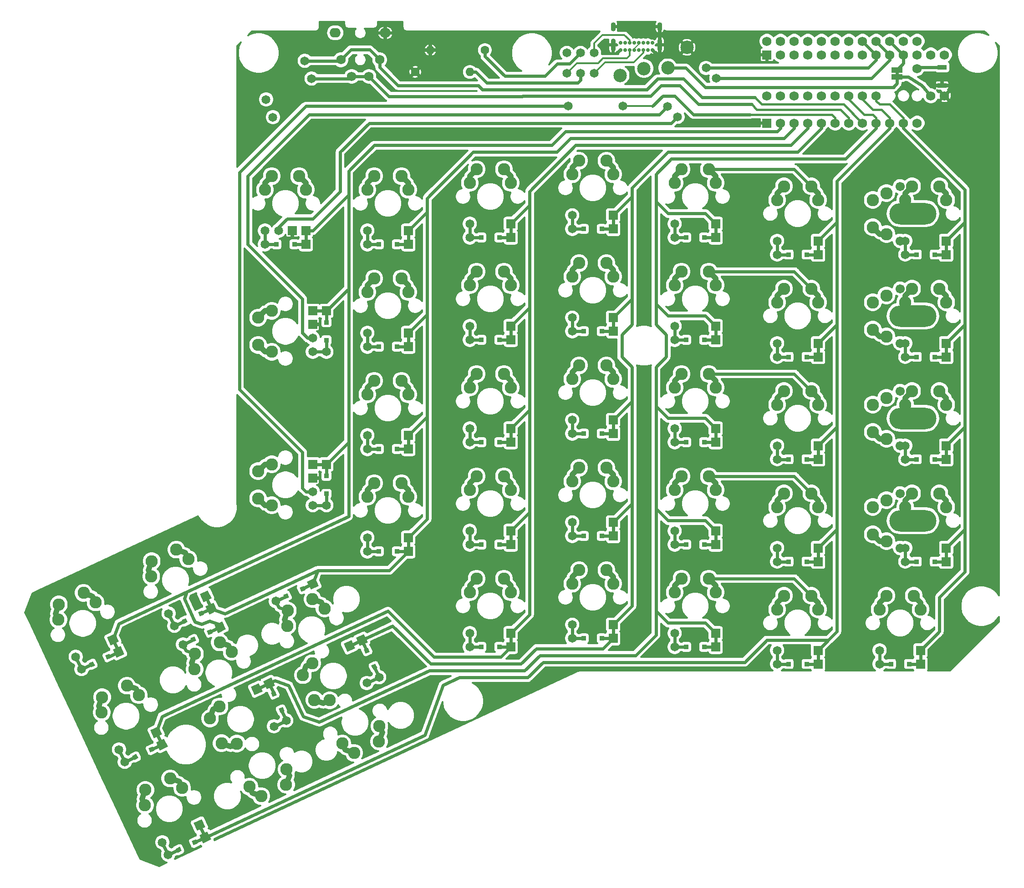
<source format=gtl>
G04 #@! TF.GenerationSoftware,KiCad,Pcbnew,5.1.5+dfsg1-2build2*
G04 #@! TF.CreationDate,2020-10-19T17:35:12+03:00*
G04 #@! TF.ProjectId,ErgoDOX,4572676f-444f-4582-9e6b-696361645f70,rev?*
G04 #@! TF.SameCoordinates,Original*
G04 #@! TF.FileFunction,Copper,L1,Top*
G04 #@! TF.FilePolarity,Positive*
%FSLAX46Y46*%
G04 Gerber Fmt 4.6, Leading zero omitted, Abs format (unit mm)*
G04 Created by KiCad (PCBNEW 5.1.5+dfsg1-2build2) date 2020-10-19 17:35:12*
%MOMM*%
%LPD*%
G04 APERTURE LIST*
%ADD10C,0.609600*%
%ADD11O,1.600000X1.600000*%
%ADD12C,1.600000*%
%ADD13C,2.499360*%
%ADD14C,1.651000*%
%ADD15C,0.700000*%
%ADD16O,0.900000X2.400000*%
%ADD17O,0.900000X1.700000*%
%ADD18C,1.752600*%
%ADD19R,1.752600X1.752600*%
%ADD20C,0.150000*%
%ADD21R,1.651000X1.651000*%
%ADD22C,2.286000*%
%ADD23R,2.032000X1.016000*%
%ADD24O,2.057400X1.752600*%
%ADD25C,2.283460*%
%ADD26R,0.838200X0.838200*%
%ADD27C,2.280920*%
%ADD28O,8.750300X3.987800*%
%ADD29C,1.701800*%
%ADD30R,1.700000X0.900000*%
%ADD31C,0.609600*%
%ADD32C,0.406400*%
%ADD33C,0.304800*%
%ADD34C,1.016000*%
%ADD35C,0.600000*%
%ADD36C,0.152400*%
G04 APERTURE END LIST*
D10*
X53341367Y-147187736D02*
X55286576Y-146280670D01*
X58302224Y-144874450D02*
X60247433Y-143967384D01*
X70605747Y-139135936D02*
X72550956Y-138228870D01*
X75566604Y-136822650D02*
X77511813Y-135915584D01*
X187642500Y-93672660D02*
X189788800Y-93672660D01*
X193116200Y-93672660D02*
X195262500Y-93672660D01*
X187642500Y-131772660D02*
X189788800Y-131772660D01*
X193116200Y-131772660D02*
X195262500Y-131772660D01*
X187642500Y-74625200D02*
X189788800Y-74625200D01*
X193116200Y-74625200D02*
X195262500Y-74625200D01*
X187642500Y-112722660D02*
X189788800Y-112722660D01*
X193116200Y-112722660D02*
X195262500Y-112722660D01*
X87630000Y-72720200D02*
X89776300Y-72720200D01*
X93103700Y-72720200D02*
X95250000Y-72720200D01*
X144780000Y-90497660D02*
X146926300Y-90497660D01*
X150253700Y-90497660D02*
X152400000Y-90497660D01*
X72554721Y-161349962D02*
X71647655Y-159404753D01*
X70241435Y-156389105D02*
X69334370Y-154443896D01*
X89819101Y-153298162D02*
X88912035Y-151352953D01*
X87505815Y-148337305D02*
X86598750Y-146392096D01*
X106680000Y-147647660D02*
X108826300Y-147647660D01*
X112153700Y-147647660D02*
X114300000Y-147647660D01*
X125730000Y-146050000D02*
X127876300Y-146050000D01*
X131203700Y-146050000D02*
X133350000Y-146050000D01*
X163830000Y-150822660D02*
X165976300Y-150822660D01*
X169303700Y-150822660D02*
X171450000Y-150822660D01*
X87630000Y-129867660D02*
X89776300Y-129867660D01*
X93103700Y-129867660D02*
X95250000Y-129867660D01*
X106680000Y-128597660D02*
X108826300Y-128597660D01*
X112153700Y-128597660D02*
X114300000Y-128597660D01*
X125730000Y-127000000D02*
X127876300Y-127000000D01*
X131203700Y-127000000D02*
X133350000Y-127000000D01*
X144780000Y-128597660D02*
X146926300Y-128597660D01*
X150253700Y-128597660D02*
X152400000Y-128597660D01*
X163830000Y-131772660D02*
X165976300Y-131772660D01*
X169303700Y-131772660D02*
X171450000Y-131772660D01*
X87630000Y-110817660D02*
X89776300Y-110817660D01*
X93103700Y-110817660D02*
X95250000Y-110817660D01*
X106680000Y-109547660D02*
X108826300Y-109547660D01*
X112153700Y-109547660D02*
X114300000Y-109547660D01*
X125730000Y-107950000D02*
X127876300Y-107950000D01*
X131203700Y-107950000D02*
X133350000Y-107950000D01*
X144780000Y-109547660D02*
X146926300Y-109547660D01*
X150253700Y-109547660D02*
X152400000Y-109547660D01*
X106680000Y-90497660D02*
X108826300Y-90497660D01*
X112153700Y-90497660D02*
X114300000Y-90497660D01*
X125730000Y-88900000D02*
X127876300Y-88900000D01*
X131203700Y-88900000D02*
X133350000Y-88900000D01*
X163830000Y-93672660D02*
X165976300Y-93672660D01*
X169303700Y-93672660D02*
X171450000Y-93672660D01*
X144780000Y-147647660D02*
X146926300Y-147647660D01*
X150253700Y-147647660D02*
X152400000Y-147647660D01*
X106680000Y-71447660D02*
X108826300Y-71447660D01*
X112153700Y-71447660D02*
X114300000Y-71447660D01*
X125730000Y-69850000D02*
X127876300Y-69850000D01*
X131203700Y-69850000D02*
X133350000Y-69850000D01*
X144780000Y-71447660D02*
X146926300Y-71447660D01*
X150253700Y-71447660D02*
X152400000Y-71447660D01*
X163830000Y-74625200D02*
X165976300Y-74625200D01*
X169303700Y-74625200D02*
X171450000Y-74625200D01*
X51730638Y-143735681D02*
X53675847Y-142828615D01*
X56691495Y-141422395D02*
X58636704Y-140515330D01*
X34466258Y-151784941D02*
X36411467Y-150877875D01*
X39427115Y-149471655D02*
X41372324Y-148564590D01*
X50567318Y-186316241D02*
X52512527Y-185409175D01*
X55528175Y-184002955D02*
X57473384Y-183095890D01*
X42515518Y-169049321D02*
X44460727Y-168142255D01*
X47476375Y-166736035D02*
X49421584Y-165828970D01*
X87630000Y-91767660D02*
X89776300Y-91767660D01*
X93103700Y-91767660D02*
X95250000Y-91767660D01*
X182880000Y-150822660D02*
X185026300Y-150822660D01*
X188353700Y-150822660D02*
X190500000Y-150822660D01*
X80010000Y-121295160D02*
X80010000Y-119148860D01*
X80010000Y-115821460D02*
X80010000Y-113675160D01*
X80010000Y-92720160D02*
X80010000Y-90573860D01*
X80010000Y-87246460D02*
X80010000Y-85100160D01*
X68580000Y-72720200D02*
X70726300Y-72720200D01*
X74053700Y-72720200D02*
X76200000Y-72720200D01*
X163830000Y-112722660D02*
X165976300Y-112722660D01*
X169303700Y-112722660D02*
X171450000Y-112722660D01*
D11*
X99314000Y-36576000D03*
D12*
X109474000Y-36576000D03*
D11*
X106680000Y-40640000D03*
D12*
X96520000Y-40640000D03*
D13*
X147066000Y-36068000D03*
X143510000Y-39878000D03*
D14*
X129794000Y-40894000D03*
X127254000Y-40894000D03*
X124714000Y-40894000D03*
D15*
X140632200Y-36580000D03*
X139782200Y-36580000D03*
X138932200Y-36580000D03*
X138082200Y-36580000D03*
X137232200Y-36580000D03*
X136382200Y-36580000D03*
X135532200Y-36580000D03*
X134682200Y-36580000D03*
X139782200Y-35230000D03*
X138082200Y-35230000D03*
X138932200Y-35230000D03*
X140632200Y-35230000D03*
X136382200Y-35230000D03*
X135532200Y-35230000D03*
X134682200Y-35230000D03*
X137232200Y-35230000D03*
D16*
X141982200Y-35600000D03*
X133332200Y-35600000D03*
D17*
X141982200Y-32220000D03*
X133332200Y-32220000D03*
D13*
X134620000Y-41275000D03*
X139065000Y-40005000D03*
D18*
X169545000Y-34925000D03*
X172085000Y-34925000D03*
X161925000Y-34925000D03*
X164465000Y-34925000D03*
X167005000Y-34925000D03*
X174625000Y-34925000D03*
X177165000Y-34925000D03*
X179705000Y-34925000D03*
X182245000Y-34925000D03*
X184785000Y-34925000D03*
X187325000Y-34925000D03*
X189865000Y-34925000D03*
X189865000Y-50165000D03*
X187325000Y-50165000D03*
X184785000Y-50165000D03*
X182245000Y-50165000D03*
X179705000Y-50165000D03*
X177165000Y-50165000D03*
X174625000Y-50165000D03*
X172085000Y-50165000D03*
X169545000Y-50165000D03*
X167005000Y-50165000D03*
X164465000Y-50165000D03*
D19*
X161925000Y-50165000D03*
D18*
X189865000Y-40005000D03*
X164465000Y-37465000D03*
X167005000Y-37465000D03*
X169545000Y-37465000D03*
X172085000Y-37465000D03*
X174625000Y-37465000D03*
X177165000Y-37465000D03*
X179705000Y-37465000D03*
X182245000Y-37465000D03*
X184785000Y-37465000D03*
X187325000Y-37465000D03*
X189865000Y-37465000D03*
X192405000Y-37465000D03*
X194945000Y-37465000D03*
D19*
X161925000Y-37465000D03*
D18*
X194945000Y-45085000D03*
X192405000Y-45085000D03*
X182245000Y-45085000D03*
X179705000Y-45085000D03*
X177165000Y-45085000D03*
X174625000Y-45085000D03*
X172085000Y-45085000D03*
X169545000Y-45085000D03*
X167005000Y-45085000D03*
X164465000Y-45085000D03*
X161925000Y-45085000D03*
D14*
X53341367Y-147187736D03*
G04 #@! TA.AperFunction,SMDPad,CuDef*
D20*
G36*
X55083862Y-146837623D02*
G01*
X54729623Y-146077956D01*
X55489290Y-145723717D01*
X55843529Y-146483384D01*
X55083862Y-146837623D01*
G37*
G04 #@! TD.AperFunction*
G04 #@! TA.AperFunction,ComponentPad*
G36*
X59848147Y-145064412D02*
G01*
X59150405Y-143568098D01*
X60646719Y-142870356D01*
X61344461Y-144366670D01*
X59848147Y-145064412D01*
G37*
G04 #@! TD.AperFunction*
G04 #@! TA.AperFunction,SMDPad,CuDef*
G36*
X58099510Y-145431403D02*
G01*
X57745271Y-144671736D01*
X58504938Y-144317497D01*
X58859177Y-145077164D01*
X58099510Y-145431403D01*
G37*
G04 #@! TD.AperFunction*
D14*
X70605747Y-139135936D03*
G04 #@! TA.AperFunction,SMDPad,CuDef*
D20*
G36*
X72348242Y-138785823D02*
G01*
X71994003Y-138026156D01*
X72753670Y-137671917D01*
X73107909Y-138431584D01*
X72348242Y-138785823D01*
G37*
G04 #@! TD.AperFunction*
G04 #@! TA.AperFunction,ComponentPad*
G36*
X77112527Y-137012612D02*
G01*
X76414785Y-135516298D01*
X77911099Y-134818556D01*
X78608841Y-136314870D01*
X77112527Y-137012612D01*
G37*
G04 #@! TD.AperFunction*
G04 #@! TA.AperFunction,SMDPad,CuDef*
G36*
X75363890Y-137379603D02*
G01*
X75009651Y-136619936D01*
X75769318Y-136265697D01*
X76123557Y-137025364D01*
X75363890Y-137379603D01*
G37*
G04 #@! TD.AperFunction*
D14*
X77470000Y-118755160D03*
D21*
X77470000Y-116215160D03*
D14*
X77470000Y-90180160D03*
D21*
X77470000Y-87640160D03*
D14*
X71120000Y-70180200D03*
D21*
X73660000Y-70180200D03*
D22*
X77434621Y-138754526D03*
X72753017Y-143740174D03*
X79659082Y-140519823D03*
X72830577Y-140901427D03*
X60170241Y-146806326D03*
X55488637Y-151791974D03*
X62394702Y-148571623D03*
X55566197Y-148953227D03*
X85176179Y-167376434D03*
X89857783Y-162390786D03*
X82951718Y-165611137D03*
X89780223Y-165229533D03*
X67909259Y-175425694D03*
X72590863Y-170440046D03*
X65684798Y-173660397D03*
X72513303Y-173278793D03*
D14*
X152499602Y-41810398D03*
X145315398Y-48994602D03*
X150594602Y-39905398D03*
X143410398Y-47089602D03*
X124968000Y-46990000D03*
X135128000Y-46990000D03*
X68797898Y-45756102D03*
X75982102Y-38571898D03*
X70067898Y-49058102D03*
X77252102Y-41873898D03*
X129794000Y-37084000D03*
X127254000Y-37084000D03*
X124714000Y-37084000D03*
D23*
X186130000Y-40255000D03*
X186130000Y-41525000D03*
D24*
X90957400Y-33375600D03*
D18*
X82702400Y-38379400D03*
X87909400Y-41478200D03*
D24*
X81661000Y-33375600D03*
D18*
X84709000Y-41478200D03*
X89916000Y-38379400D03*
D22*
X193992500Y-80972660D03*
X187642500Y-83512660D03*
D25*
X195262500Y-83512660D03*
D22*
X188912500Y-80972660D03*
D14*
X187642500Y-91132660D03*
D21*
X195262500Y-91132660D03*
D14*
X187642500Y-93672660D03*
D21*
X195262500Y-93672660D03*
D26*
X189788800Y-93672660D03*
X193116200Y-93672660D03*
D27*
X181610000Y-83512660D03*
X184150000Y-82242660D03*
X184150000Y-89862660D03*
X181610000Y-88592660D03*
D28*
X189069980Y-86052660D03*
D29*
X186690000Y-91132660D03*
X186690000Y-80972660D03*
D22*
X193992500Y-119072660D03*
X187642500Y-121612660D03*
D25*
X195262500Y-121612660D03*
D22*
X188912500Y-119072660D03*
D14*
X187642500Y-129232660D03*
D21*
X195262500Y-129232660D03*
D14*
X187642500Y-131772660D03*
D21*
X195262500Y-131772660D03*
D26*
X189788800Y-131772660D03*
X193116200Y-131772660D03*
D27*
X181610000Y-121612660D03*
X184150000Y-120342660D03*
X184150000Y-127962660D03*
X181610000Y-126692660D03*
D28*
X189069980Y-124152660D03*
D29*
X186690000Y-129232660D03*
X186690000Y-119072660D03*
D22*
X193992500Y-61925200D03*
X187642500Y-64465200D03*
D25*
X195262500Y-64465200D03*
D22*
X188912500Y-61925200D03*
D14*
X187642500Y-72085200D03*
D21*
X195262500Y-72085200D03*
D14*
X187642500Y-74625200D03*
D21*
X195262500Y-74625200D03*
D26*
X189788800Y-74625200D03*
X193116200Y-74625200D03*
D27*
X181610000Y-64465200D03*
X184150000Y-63195200D03*
X184150000Y-70815200D03*
X181610000Y-69545200D03*
D28*
X189069980Y-67005200D03*
D29*
X186690000Y-72085200D03*
X186690000Y-61925200D03*
D22*
X193992500Y-100022660D03*
X187642500Y-102562660D03*
D25*
X195262500Y-102562660D03*
D22*
X188912500Y-100022660D03*
D14*
X187642500Y-110182660D03*
D21*
X195262500Y-110182660D03*
D14*
X187642500Y-112722660D03*
D21*
X195262500Y-112722660D03*
D26*
X189788800Y-112722660D03*
X193116200Y-112722660D03*
D27*
X181610000Y-102562660D03*
X184150000Y-101292660D03*
X184150000Y-108912660D03*
X181610000Y-107642660D03*
D28*
X189069980Y-105102660D03*
D29*
X186690000Y-110182660D03*
X186690000Y-100022660D03*
D22*
X93980000Y-60020200D03*
X87630000Y-62560200D03*
X95250000Y-62560200D03*
X88900000Y-60020200D03*
D14*
X87630000Y-70180200D03*
D21*
X95250000Y-70180200D03*
D14*
X87630000Y-72720200D03*
D21*
X95250000Y-72720200D03*
D26*
X89776300Y-72720200D03*
X93103700Y-72720200D03*
D22*
X151130000Y-77797660D03*
X144780000Y-80337660D03*
X152400000Y-80337660D03*
X146050000Y-77797660D03*
D14*
X144780000Y-87957660D03*
D21*
X152400000Y-87957660D03*
D14*
X144780000Y-90497660D03*
D21*
X152400000Y-90497660D03*
D26*
X146926300Y-90497660D03*
X150253700Y-90497660D03*
D22*
X58360986Y-160962159D03*
X63346634Y-165643763D03*
X60126283Y-158737698D03*
X60507887Y-165566203D03*
D14*
X70252699Y-162423412D03*
G04 #@! TA.AperFunction,ComponentPad*
D20*
G36*
X68129376Y-155916633D02*
G01*
X66633062Y-156614375D01*
X65935320Y-155118061D01*
X67431634Y-154420319D01*
X68129376Y-155916633D01*
G37*
G04 #@! TD.AperFunction*
D14*
X72554721Y-161349962D03*
G04 #@! TA.AperFunction,ComponentPad*
D20*
G36*
X70431398Y-154843182D02*
G01*
X68935084Y-155540924D01*
X68237342Y-154044610D01*
X69733656Y-153346868D01*
X70431398Y-154843182D01*
G37*
G04 #@! TD.AperFunction*
G04 #@! TA.AperFunction,SMDPad,CuDef*
G36*
X72204608Y-159607467D02*
G01*
X71444941Y-159961706D01*
X71090702Y-159202039D01*
X71850369Y-158847800D01*
X72204608Y-159607467D01*
G37*
G04 #@! TD.AperFunction*
G04 #@! TA.AperFunction,SMDPad,CuDef*
G36*
X70798388Y-156591819D02*
G01*
X70038721Y-156946058D01*
X69684482Y-156186391D01*
X70444149Y-155832152D01*
X70798388Y-156591819D01*
G37*
G04 #@! TD.AperFunction*
D22*
X75625366Y-152910359D03*
X80611014Y-157591963D03*
X77390663Y-150685898D03*
X77772267Y-157514403D03*
D14*
X87517079Y-154371612D03*
G04 #@! TA.AperFunction,ComponentPad*
D20*
G36*
X85393756Y-147864833D02*
G01*
X83897442Y-148562575D01*
X83199700Y-147066261D01*
X84696014Y-146368519D01*
X85393756Y-147864833D01*
G37*
G04 #@! TD.AperFunction*
D14*
X89819101Y-153298162D03*
G04 #@! TA.AperFunction,ComponentPad*
D20*
G36*
X87695778Y-146791382D02*
G01*
X86199464Y-147489124D01*
X85501722Y-145992810D01*
X86998036Y-145295068D01*
X87695778Y-146791382D01*
G37*
G04 #@! TD.AperFunction*
G04 #@! TA.AperFunction,SMDPad,CuDef*
G36*
X89468988Y-151555667D02*
G01*
X88709321Y-151909906D01*
X88355082Y-151150239D01*
X89114749Y-150796000D01*
X89468988Y-151555667D01*
G37*
G04 #@! TD.AperFunction*
G04 #@! TA.AperFunction,SMDPad,CuDef*
G36*
X88062768Y-148540019D02*
G01*
X87303101Y-148894258D01*
X86948862Y-148134591D01*
X87708529Y-147780352D01*
X88062768Y-148540019D01*
G37*
G04 #@! TD.AperFunction*
D22*
X113030000Y-134947660D03*
X106680000Y-137487660D03*
X114300000Y-137487660D03*
X107950000Y-134947660D03*
D14*
X106680000Y-145107660D03*
D21*
X114300000Y-145107660D03*
D14*
X106680000Y-147647660D03*
D21*
X114300000Y-147647660D03*
D26*
X108826300Y-147647660D03*
X112153700Y-147647660D03*
D22*
X132080000Y-133350000D03*
X125730000Y-135890000D03*
X133350000Y-135890000D03*
X127000000Y-133350000D03*
D14*
X125730000Y-143510000D03*
D21*
X133350000Y-143510000D03*
D14*
X125730000Y-146050000D03*
D21*
X133350000Y-146050000D03*
D26*
X127876300Y-146050000D03*
X131203700Y-146050000D03*
D22*
X170180000Y-138122660D03*
X163830000Y-140662660D03*
X171450000Y-140662660D03*
X165100000Y-138122660D03*
D14*
X163830000Y-148282660D03*
D21*
X171450000Y-148282660D03*
D14*
X163830000Y-150822660D03*
D21*
X171450000Y-150822660D03*
D26*
X165976300Y-150822660D03*
X169303700Y-150822660D03*
D22*
X93980000Y-117167660D03*
X87630000Y-119707660D03*
X95250000Y-119707660D03*
X88900000Y-117167660D03*
D14*
X87630000Y-127327660D03*
D21*
X95250000Y-127327660D03*
D14*
X87630000Y-129867660D03*
D21*
X95250000Y-129867660D03*
D26*
X89776300Y-129867660D03*
X93103700Y-129867660D03*
D22*
X113030000Y-115897660D03*
X106680000Y-118437660D03*
X114300000Y-118437660D03*
X107950000Y-115897660D03*
D14*
X106680000Y-126057660D03*
D21*
X114300000Y-126057660D03*
D14*
X106680000Y-128597660D03*
D21*
X114300000Y-128597660D03*
D26*
X108826300Y-128597660D03*
X112153700Y-128597660D03*
D22*
X132080000Y-114300000D03*
X125730000Y-116840000D03*
X133350000Y-116840000D03*
X127000000Y-114300000D03*
D14*
X125730000Y-124460000D03*
D21*
X133350000Y-124460000D03*
D14*
X125730000Y-127000000D03*
D21*
X133350000Y-127000000D03*
D26*
X127876300Y-127000000D03*
X131203700Y-127000000D03*
D22*
X151130000Y-115897660D03*
X144780000Y-118437660D03*
X152400000Y-118437660D03*
X146050000Y-115897660D03*
D14*
X144780000Y-126057660D03*
D21*
X152400000Y-126057660D03*
D14*
X144780000Y-128597660D03*
D21*
X152400000Y-128597660D03*
D26*
X146926300Y-128597660D03*
X150253700Y-128597660D03*
D22*
X170180000Y-119072660D03*
X163830000Y-121612660D03*
X171450000Y-121612660D03*
X165100000Y-119072660D03*
D14*
X163830000Y-129232660D03*
D21*
X171450000Y-129232660D03*
D14*
X163830000Y-131772660D03*
D21*
X171450000Y-131772660D03*
D26*
X165976300Y-131772660D03*
X169303700Y-131772660D03*
D22*
X93980000Y-98117660D03*
X87630000Y-100657660D03*
X95250000Y-100657660D03*
X88900000Y-98117660D03*
D14*
X87630000Y-108277660D03*
D21*
X95250000Y-108277660D03*
D14*
X87630000Y-110817660D03*
D21*
X95250000Y-110817660D03*
D26*
X89776300Y-110817660D03*
X93103700Y-110817660D03*
D22*
X113030000Y-96847660D03*
X106680000Y-99387660D03*
X114300000Y-99387660D03*
X107950000Y-96847660D03*
D14*
X106680000Y-107007660D03*
D21*
X114300000Y-107007660D03*
D14*
X106680000Y-109547660D03*
D21*
X114300000Y-109547660D03*
D26*
X108826300Y-109547660D03*
X112153700Y-109547660D03*
D22*
X132080000Y-95250000D03*
X125730000Y-97790000D03*
X133350000Y-97790000D03*
X127000000Y-95250000D03*
D14*
X125730000Y-105410000D03*
D21*
X133350000Y-105410000D03*
D14*
X125730000Y-107950000D03*
D21*
X133350000Y-107950000D03*
D26*
X127876300Y-107950000D03*
X131203700Y-107950000D03*
D22*
X151130000Y-96847660D03*
X144780000Y-99387660D03*
X152400000Y-99387660D03*
X146050000Y-96847660D03*
D14*
X144780000Y-107007660D03*
D21*
X152400000Y-107007660D03*
D14*
X144780000Y-109547660D03*
D21*
X152400000Y-109547660D03*
D26*
X146926300Y-109547660D03*
X150253700Y-109547660D03*
D22*
X113030000Y-77797660D03*
X106680000Y-80337660D03*
X114300000Y-80337660D03*
X107950000Y-77797660D03*
D14*
X106680000Y-87957660D03*
D21*
X114300000Y-87957660D03*
D14*
X106680000Y-90497660D03*
D21*
X114300000Y-90497660D03*
D26*
X108826300Y-90497660D03*
X112153700Y-90497660D03*
D22*
X132080000Y-76200000D03*
X125730000Y-78740000D03*
X133350000Y-78740000D03*
X127000000Y-76200000D03*
D14*
X125730000Y-86360000D03*
D21*
X133350000Y-86360000D03*
D14*
X125730000Y-88900000D03*
D21*
X133350000Y-88900000D03*
D26*
X127876300Y-88900000D03*
X131203700Y-88900000D03*
D22*
X170180000Y-80972660D03*
X163830000Y-83512660D03*
X171450000Y-83512660D03*
X165100000Y-80972660D03*
D14*
X163830000Y-91132660D03*
D21*
X171450000Y-91132660D03*
D14*
X163830000Y-93672660D03*
D21*
X171450000Y-93672660D03*
D26*
X165976300Y-93672660D03*
X169303700Y-93672660D03*
D22*
X151130000Y-134947660D03*
X144780000Y-137487660D03*
X152400000Y-137487660D03*
X146050000Y-134947660D03*
D14*
X144780000Y-145107660D03*
D21*
X152400000Y-145107660D03*
D14*
X144780000Y-147647660D03*
D21*
X152400000Y-147647660D03*
D26*
X146926300Y-147647660D03*
X150253700Y-147647660D03*
D22*
X113030000Y-58747660D03*
X106680000Y-61287660D03*
X114300000Y-61287660D03*
X107950000Y-58747660D03*
D14*
X106680000Y-68907660D03*
D21*
X114300000Y-68907660D03*
D14*
X106680000Y-71447660D03*
D21*
X114300000Y-71447660D03*
D26*
X108826300Y-71447660D03*
X112153700Y-71447660D03*
D22*
X132080000Y-57150000D03*
X125730000Y-59690000D03*
X133350000Y-59690000D03*
X127000000Y-57150000D03*
D14*
X125730000Y-67310000D03*
D21*
X133350000Y-67310000D03*
D14*
X125730000Y-69850000D03*
D21*
X133350000Y-69850000D03*
D26*
X127876300Y-69850000D03*
X131203700Y-69850000D03*
D22*
X151130000Y-58747660D03*
X144780000Y-61287660D03*
X152400000Y-61287660D03*
X146050000Y-58747660D03*
D14*
X144780000Y-68907660D03*
D21*
X152400000Y-68907660D03*
D14*
X144780000Y-71447660D03*
D21*
X152400000Y-71447660D03*
D26*
X146926300Y-71447660D03*
X150253700Y-71447660D03*
D22*
X170180000Y-61925200D03*
X163830000Y-64465200D03*
X171450000Y-64465200D03*
X165100000Y-61925200D03*
D14*
X163830000Y-72085200D03*
D21*
X171450000Y-72085200D03*
D14*
X163830000Y-74625200D03*
D21*
X171450000Y-74625200D03*
D26*
X165976300Y-74625200D03*
X169303700Y-74625200D03*
D22*
X52118441Y-129541946D03*
X47436837Y-134527594D03*
X54342902Y-131307243D03*
X47514397Y-131688847D03*
D14*
X50657188Y-141433659D03*
G04 #@! TA.AperFunction,ComponentPad*
D20*
G36*
X57163967Y-139310336D02*
G01*
X56466225Y-137814022D01*
X57962539Y-137116280D01*
X58660281Y-138612594D01*
X57163967Y-139310336D01*
G37*
G04 #@! TD.AperFunction*
D14*
X51730638Y-143735681D03*
G04 #@! TA.AperFunction,ComponentPad*
D20*
G36*
X58237418Y-141612358D02*
G01*
X57539676Y-140116044D01*
X59035990Y-139418302D01*
X59733732Y-140914616D01*
X58237418Y-141612358D01*
G37*
G04 #@! TD.AperFunction*
G04 #@! TA.AperFunction,SMDPad,CuDef*
G36*
X53473133Y-143385568D02*
G01*
X53118894Y-142625901D01*
X53878561Y-142271662D01*
X54232800Y-143031329D01*
X53473133Y-143385568D01*
G37*
G04 #@! TD.AperFunction*
G04 #@! TA.AperFunction,SMDPad,CuDef*
G36*
X56488781Y-141979348D02*
G01*
X56134542Y-141219681D01*
X56894209Y-140865442D01*
X57248448Y-141625109D01*
X56488781Y-141979348D01*
G37*
G04 #@! TD.AperFunction*
D22*
X34854061Y-137591206D03*
X30172457Y-142576854D03*
X37078522Y-139356503D03*
X30250017Y-139738107D03*
D14*
X33392808Y-149482919D03*
G04 #@! TA.AperFunction,ComponentPad*
D20*
G36*
X39899587Y-147359596D02*
G01*
X39201845Y-145863282D01*
X40698159Y-145165540D01*
X41395901Y-146661854D01*
X39899587Y-147359596D01*
G37*
G04 #@! TD.AperFunction*
D14*
X34466258Y-151784941D03*
G04 #@! TA.AperFunction,ComponentPad*
D20*
G36*
X40973038Y-149661618D02*
G01*
X40275296Y-148165304D01*
X41771610Y-147467562D01*
X42469352Y-148963876D01*
X40973038Y-149661618D01*
G37*
G04 #@! TD.AperFunction*
G04 #@! TA.AperFunction,SMDPad,CuDef*
G36*
X36208753Y-151434828D02*
G01*
X35854514Y-150675161D01*
X36614181Y-150320922D01*
X36968420Y-151080589D01*
X36208753Y-151434828D01*
G37*
G04 #@! TD.AperFunction*
G04 #@! TA.AperFunction,SMDPad,CuDef*
G36*
X39224401Y-150028608D02*
G01*
X38870162Y-149268941D01*
X39629829Y-148914702D01*
X39984068Y-149674369D01*
X39224401Y-150028608D01*
G37*
G04 #@! TD.AperFunction*
D22*
X50955121Y-172122506D03*
X46273517Y-177108154D03*
X53179582Y-173887803D03*
X46351077Y-174269407D03*
D14*
X49493868Y-184014219D03*
G04 #@! TA.AperFunction,ComponentPad*
D20*
G36*
X56000647Y-181890896D02*
G01*
X55302905Y-180394582D01*
X56799219Y-179696840D01*
X57496961Y-181193154D01*
X56000647Y-181890896D01*
G37*
G04 #@! TD.AperFunction*
D14*
X50567318Y-186316241D03*
G04 #@! TA.AperFunction,ComponentPad*
D20*
G36*
X57074098Y-184192918D02*
G01*
X56376356Y-182696604D01*
X57872670Y-181998862D01*
X58570412Y-183495176D01*
X57074098Y-184192918D01*
G37*
G04 #@! TD.AperFunction*
G04 #@! TA.AperFunction,SMDPad,CuDef*
G36*
X52309813Y-185966128D02*
G01*
X51955574Y-185206461D01*
X52715241Y-184852222D01*
X53069480Y-185611889D01*
X52309813Y-185966128D01*
G37*
G04 #@! TD.AperFunction*
G04 #@! TA.AperFunction,SMDPad,CuDef*
G36*
X55325461Y-184559908D02*
G01*
X54971222Y-183800241D01*
X55730889Y-183446002D01*
X56085128Y-184205669D01*
X55325461Y-184559908D01*
G37*
G04 #@! TD.AperFunction*
D22*
X42903321Y-154855586D03*
X38221717Y-159841234D03*
X45127782Y-156620883D03*
X38299277Y-157002487D03*
D14*
X41442068Y-166747299D03*
G04 #@! TA.AperFunction,ComponentPad*
D20*
G36*
X47948847Y-164623976D02*
G01*
X47251105Y-163127662D01*
X48747419Y-162429920D01*
X49445161Y-163926234D01*
X47948847Y-164623976D01*
G37*
G04 #@! TD.AperFunction*
D14*
X42515518Y-169049321D03*
G04 #@! TA.AperFunction,ComponentPad*
D20*
G36*
X49022298Y-166925998D02*
G01*
X48324556Y-165429684D01*
X49820870Y-164731942D01*
X50518612Y-166228256D01*
X49022298Y-166925998D01*
G37*
G04 #@! TD.AperFunction*
G04 #@! TA.AperFunction,SMDPad,CuDef*
G36*
X44258013Y-168699208D02*
G01*
X43903774Y-167939541D01*
X44663441Y-167585302D01*
X45017680Y-168344969D01*
X44258013Y-168699208D01*
G37*
G04 #@! TD.AperFunction*
G04 #@! TA.AperFunction,SMDPad,CuDef*
G36*
X47273661Y-167292988D02*
G01*
X46919422Y-166533321D01*
X47679089Y-166179082D01*
X48033328Y-166938749D01*
X47273661Y-167292988D01*
G37*
G04 #@! TD.AperFunction*
D22*
X93980000Y-79067660D03*
X87630000Y-81607660D03*
X95250000Y-81607660D03*
X88900000Y-79067660D03*
D14*
X87630000Y-89227660D03*
D21*
X95250000Y-89227660D03*
D14*
X87630000Y-91767660D03*
D21*
X95250000Y-91767660D03*
D26*
X89776300Y-91767660D03*
X93103700Y-91767660D03*
D22*
X189230000Y-138122660D03*
X182880000Y-140662660D03*
X190500000Y-140662660D03*
X184150000Y-138122660D03*
D14*
X182880000Y-148282660D03*
D21*
X190500000Y-148282660D03*
D14*
X182880000Y-150822660D03*
D21*
X190500000Y-150822660D03*
D26*
X185026300Y-150822660D03*
X188353700Y-150822660D03*
D22*
X67310000Y-114945160D03*
X69850000Y-121295160D03*
X69850000Y-113675160D03*
X67310000Y-120025160D03*
D14*
X77470000Y-121295160D03*
D21*
X77470000Y-113675160D03*
D14*
X80010000Y-121295160D03*
D21*
X80010000Y-113675160D03*
D26*
X80010000Y-119148860D03*
X80010000Y-115821460D03*
D22*
X67310000Y-86370160D03*
X69850000Y-92720160D03*
X69850000Y-85100160D03*
X67310000Y-91450160D03*
D14*
X77470000Y-92720160D03*
D21*
X77470000Y-85100160D03*
D14*
X80010000Y-92720160D03*
D21*
X80010000Y-85100160D03*
D26*
X80010000Y-90573860D03*
X80010000Y-87246460D03*
D22*
X74930000Y-60020200D03*
X68580000Y-62560200D03*
X76200000Y-62560200D03*
X69850000Y-60020200D03*
D14*
X68580000Y-70180200D03*
D21*
X76200000Y-70180200D03*
D14*
X68580000Y-72720200D03*
D21*
X76200000Y-72720200D03*
D26*
X70726300Y-72720200D03*
X74053700Y-72720200D03*
D22*
X170180000Y-100022660D03*
X163830000Y-102562660D03*
X171450000Y-102562660D03*
X165100000Y-100022660D03*
D14*
X163830000Y-110182660D03*
D21*
X171450000Y-110182660D03*
D14*
X163830000Y-112722660D03*
D21*
X171450000Y-112722660D03*
D26*
X165976300Y-112722660D03*
X169303700Y-112722660D03*
D30*
X194500000Y-43150000D03*
X194500000Y-39750000D03*
D31*
X100330000Y-116840000D03*
X100330000Y-118110000D03*
X100330000Y-119380000D03*
X59690000Y-171450000D03*
X74930000Y-165100000D03*
X68580000Y-132715000D03*
X69850000Y-132715000D03*
X69850000Y-133985000D03*
X68580000Y-133985000D03*
X120015000Y-120015000D03*
X120015000Y-121285000D03*
X120015000Y-122555000D03*
X139065000Y-120015000D03*
X139065000Y-121285000D03*
X139065000Y-122555000D03*
X139065000Y-65405000D03*
X139065000Y-66675000D03*
X139065000Y-67945000D03*
X177800000Y-65405000D03*
X177800000Y-66675000D03*
X177800000Y-67945000D03*
X111125000Y-155575000D03*
X112395000Y-155575000D03*
X113665000Y-155575000D03*
X74295000Y-54610000D03*
X75565000Y-54610000D03*
X76835000Y-54610000D03*
X85090000Y-55245000D03*
X85725000Y-54610000D03*
X86360000Y-53975000D03*
X157480000Y-139700000D03*
X157480000Y-140970000D03*
X157480000Y-142240000D03*
X172085000Y-54610000D03*
X173355000Y-54610000D03*
X169545000Y-58420000D03*
X170815000Y-59055000D03*
X167640000Y-148590000D03*
X52705000Y-140335000D03*
X55245000Y-139065000D03*
X127635000Y-34925000D03*
X137287000Y-42164000D03*
X131699000Y-35814000D03*
X147955000Y-50165000D03*
X149225000Y-50165000D03*
X150495000Y-50165000D03*
X155575000Y-37465000D03*
X154305000Y-37465000D03*
X153035000Y-37465000D03*
D32*
X182245000Y-45085000D02*
X182245000Y-46037500D01*
D10*
X195262500Y-129232660D02*
X198755000Y-125740160D01*
X195262500Y-91132660D02*
X198755000Y-87640160D01*
X190500000Y-148282660D02*
X190500000Y-150822660D01*
X198755000Y-133664960D02*
X198755000Y-125740160D01*
D32*
X182245000Y-46037500D02*
X182880000Y-46672500D01*
X184785000Y-46672500D02*
X187325000Y-49212500D01*
D10*
X195262500Y-110182660D02*
X195262500Y-112722660D01*
X193992500Y-144790160D02*
X193992500Y-138427460D01*
X187325000Y-51117500D02*
X198755000Y-62547500D01*
X198755000Y-62547500D02*
X198755000Y-68592700D01*
X198755000Y-125740160D02*
X198755000Y-106690160D01*
X198755000Y-87640160D02*
X198755000Y-68592700D01*
X193992500Y-138427460D02*
X198755000Y-133664960D01*
X195262500Y-72085200D02*
X198755000Y-68592700D01*
X195262500Y-91132660D02*
X195262500Y-93672660D01*
D32*
X182880000Y-46672500D02*
X184785000Y-46672500D01*
D10*
X187325000Y-50165000D02*
X187325000Y-51117500D01*
X195262500Y-110182660D02*
X198755000Y-106690160D01*
D32*
X187325000Y-49212500D02*
X187325000Y-50165000D01*
D10*
X190500000Y-148282660D02*
X193992500Y-144790160D01*
X195262500Y-129232660D02*
X195262500Y-131772660D01*
X198755000Y-106690160D02*
X198755000Y-87640160D01*
X195262500Y-72085200D02*
X195262500Y-74625200D01*
X98333560Y-164043360D02*
X101711760Y-154759660D01*
X101711760Y-154759660D02*
X104729280Y-153352500D01*
X57472580Y-183095900D02*
X98333560Y-164043360D01*
X174942500Y-144790160D02*
X174942500Y-125740160D01*
X174942500Y-125740160D02*
X174942500Y-106690160D01*
X184785000Y-50165000D02*
X184785000Y-51117500D01*
X173360080Y-146372580D02*
X174942500Y-144790160D01*
X171450000Y-91132660D02*
X171450000Y-93672660D01*
D32*
X179705000Y-45720000D02*
X181610000Y-47625000D01*
X183197500Y-47625000D02*
X184785000Y-49212500D01*
D10*
X171450000Y-129232660D02*
X171450000Y-131772660D01*
X171450000Y-72085200D02*
X171450000Y-74625200D01*
X174942500Y-60960000D02*
X174942500Y-68580000D01*
X184785000Y-51117500D02*
X174942500Y-60960000D01*
X171450000Y-110182660D02*
X174942500Y-106690160D01*
X171450000Y-148282660D02*
X171450000Y-150822660D01*
X174942500Y-106690160D02*
X174942500Y-87640160D01*
X56400700Y-180794660D02*
X57472580Y-183095900D01*
D32*
X179705000Y-45085000D02*
X179705000Y-45720000D01*
D10*
X171450000Y-72085200D02*
X171450000Y-72072500D01*
X161919920Y-146372580D02*
X157797500Y-150495000D01*
X171450000Y-91132660D02*
X174942500Y-87640160D01*
X161919920Y-146372580D02*
X173360080Y-146372580D01*
X104729280Y-153352500D02*
X117475000Y-153352500D01*
X120332500Y-150495000D02*
X117475000Y-153352500D01*
X157797500Y-150495000D02*
X120332500Y-150495000D01*
D32*
X184785000Y-49212500D02*
X184785000Y-50165000D01*
D10*
X171450000Y-72072500D02*
X174942500Y-68580000D01*
X171450000Y-129232660D02*
X174942500Y-125740160D01*
D32*
X181610000Y-47625000D02*
X183197500Y-47625000D01*
D10*
X171450000Y-148282660D02*
X173360080Y-146372580D01*
X174942500Y-68580000D02*
X174942500Y-87640160D01*
X171450000Y-110182660D02*
X171450000Y-112722660D01*
X172085000Y-51117500D02*
X167640000Y-55562500D01*
X86601300Y-146392900D02*
X92301060Y-143736060D01*
X131445000Y-147955000D02*
X133350000Y-146050000D01*
X92301060Y-143736060D02*
X99377500Y-150812500D01*
X133350000Y-67310000D02*
X136842500Y-63817500D01*
X136842500Y-63817500D02*
X136842500Y-62230000D01*
X134937500Y-93662500D02*
X134937500Y-89535000D01*
X167640000Y-55562500D02*
X143510000Y-55562500D01*
X133350000Y-105410000D02*
X133350000Y-107950000D01*
X133350000Y-124460000D02*
X136842500Y-120967500D01*
X133350000Y-105410000D02*
X136842500Y-101917500D01*
X136842500Y-140017500D02*
X136842500Y-120967500D01*
X172085000Y-50165000D02*
X172085000Y-51117500D01*
X133350000Y-143510000D02*
X133350000Y-146050000D01*
X84297520Y-147464780D02*
X86601300Y-146392900D01*
X131445000Y-147955000D02*
X119062500Y-147955000D01*
X136842500Y-87630000D02*
X136842500Y-82867500D01*
X133350000Y-143510000D02*
X136842500Y-140017500D01*
X133350000Y-124460000D02*
X133350000Y-127000000D01*
X116205000Y-150812500D02*
X99377500Y-150812500D01*
X133350000Y-86360000D02*
X136842500Y-82867500D01*
X119062500Y-147955000D02*
X116205000Y-150812500D01*
X134937500Y-89535000D02*
X136842500Y-87630000D01*
X136842500Y-95567500D02*
X134937500Y-93662500D01*
X133350000Y-67310000D02*
X133350000Y-69850000D01*
X133350000Y-86360000D02*
X133350000Y-88900000D01*
X136842500Y-82867500D02*
X136842500Y-63817500D01*
X136842500Y-62230000D02*
X143510000Y-55562500D01*
X136842500Y-120967500D02*
X136842500Y-101917500D01*
X136842500Y-101917500D02*
X136842500Y-95567500D01*
X143510000Y-105092500D02*
X141287500Y-102870000D01*
X143510000Y-143192500D02*
X141287500Y-140970000D01*
X152400000Y-145107660D02*
X150484840Y-143192500D01*
X150484840Y-143192500D02*
X143510000Y-143192500D01*
X143192500Y-93662500D02*
X143192500Y-89535000D01*
X182245000Y-51117500D02*
X176530000Y-56832500D01*
X152400000Y-107007660D02*
X150484840Y-105092500D01*
X152400000Y-107007660D02*
X152400000Y-109547660D01*
X176530000Y-56832500D02*
X144145000Y-56832500D01*
D32*
X177165000Y-45720000D02*
X180022500Y-48577500D01*
X181610000Y-48577500D02*
X182245000Y-49212500D01*
D10*
X141287500Y-87630000D02*
X141287500Y-83820000D01*
X143510000Y-66992500D02*
X141287500Y-64770000D01*
X152400000Y-126057660D02*
X150484840Y-124142500D01*
X141287500Y-59690000D02*
X141287500Y-64770000D01*
X144145000Y-56832500D02*
X141287500Y-59690000D01*
D32*
X180022500Y-48577500D02*
X181610000Y-48577500D01*
D10*
X152400000Y-68907660D02*
X152400000Y-71447660D01*
X152400000Y-68907660D02*
X150484840Y-66992500D01*
X141287500Y-95567500D02*
X143192500Y-93662500D01*
X150484840Y-86042500D02*
X143510000Y-86042500D01*
X141287500Y-140970000D02*
X141287500Y-121920000D01*
X150484840Y-124142500D02*
X143510000Y-124142500D01*
X150484840Y-105092500D02*
X143510000Y-105092500D01*
X143510000Y-86042500D02*
X141287500Y-83820000D01*
X152400000Y-145107660D02*
X152400000Y-147647660D01*
X143510000Y-124142500D02*
X141287500Y-121920000D01*
X152400000Y-87957660D02*
X152400000Y-90497660D01*
X182245000Y-50165000D02*
X182245000Y-51117500D01*
D32*
X182245000Y-49212500D02*
X182245000Y-50165000D01*
D10*
X99192080Y-152082500D02*
X116840000Y-152082500D01*
X141287500Y-102870000D02*
X141287500Y-95567500D01*
X119697500Y-149225000D02*
X116840000Y-152082500D01*
X141287500Y-145415000D02*
X141287500Y-140970000D01*
X152400000Y-126057660D02*
X152400000Y-128597660D01*
X141287500Y-145415000D02*
X137477500Y-149225000D01*
X137477500Y-149225000D02*
X119697500Y-149225000D01*
X143192500Y-89535000D02*
X141287500Y-87630000D01*
X141287500Y-83820000D02*
X141287500Y-64770000D01*
X152400000Y-87957660D02*
X150484840Y-86042500D01*
D32*
X177165000Y-45085000D02*
X177165000Y-45720000D01*
D10*
X150484840Y-66992500D02*
X143510000Y-66992500D01*
X141287500Y-121920000D02*
X141287500Y-102870000D01*
X70487540Y-153906220D02*
X73017380Y-154828240D01*
X69334380Y-154442160D02*
X70487540Y-153906220D01*
X75702160Y-160583880D02*
X78656180Y-161658300D01*
X73017380Y-154828240D02*
X75702160Y-160583880D01*
X78656180Y-161658300D02*
X99192080Y-152082500D01*
X67033140Y-155516580D02*
X69334380Y-154442160D01*
X166370000Y-54292500D02*
X126365000Y-54292500D01*
X114300000Y-87957660D02*
X117792500Y-84465160D01*
X114300000Y-145107660D02*
X117792500Y-141615160D01*
X117792500Y-84465160D02*
X117792500Y-65415160D01*
X114300000Y-107007660D02*
X117792500Y-103515160D01*
X114300000Y-87957660D02*
X114300000Y-90497660D01*
X114300000Y-107007660D02*
X114300000Y-109547660D01*
X169545000Y-51117500D02*
X166370000Y-54292500D01*
X169545000Y-50165000D02*
X169545000Y-51117500D01*
X117792500Y-141615160D02*
X117792500Y-122565160D01*
X114300000Y-68907660D02*
X114300000Y-71447660D01*
X48348900Y-163527740D02*
X49423320Y-165831520D01*
X114300000Y-126057660D02*
X117792500Y-122565160D01*
X117792500Y-122565160D02*
X117792500Y-103515160D01*
X48348900Y-163527740D02*
X49423320Y-160576260D01*
X114300000Y-147647660D02*
X112405160Y-149542500D01*
X114300000Y-145107660D02*
X114300000Y-147647660D01*
X117792500Y-103515160D02*
X117792500Y-84465160D01*
X114300000Y-126057660D02*
X114300000Y-128597660D01*
X126365000Y-54292500D02*
X117792500Y-62865000D01*
X49423320Y-160576260D02*
X91450160Y-140980160D01*
X114300000Y-68907660D02*
X117792500Y-65415160D01*
X117792500Y-62865000D02*
X117792500Y-65415160D01*
X112405160Y-149542500D02*
X100012500Y-149542500D01*
X100012500Y-149542500D02*
X91450160Y-140980160D01*
X95250000Y-70180200D02*
X98742500Y-66687700D01*
X167005000Y-50165000D02*
X167005000Y-51117500D01*
X95250000Y-89227660D02*
X95250000Y-89217500D01*
X58635900Y-140515340D02*
X61168280Y-141437360D01*
X91732100Y-133385560D02*
X78432660Y-133385560D01*
X122872500Y-55562500D02*
X107315000Y-55562500D01*
X95250000Y-89227660D02*
X95250000Y-91767660D01*
X165100000Y-53022500D02*
X125412500Y-53022500D01*
X98742500Y-64135000D02*
X98742500Y-66687700D01*
X98742500Y-104785160D02*
X98742500Y-104775000D01*
X107315000Y-55562500D02*
X98742500Y-64135000D01*
X95250000Y-108277660D02*
X98742500Y-104785160D01*
X98742500Y-104775000D02*
X98742500Y-85725000D01*
X77513180Y-135917940D02*
X78432660Y-133385560D01*
X125412500Y-53022500D02*
X122872500Y-55562500D01*
X98742500Y-123835160D02*
X95250000Y-127327660D01*
X57564020Y-138211560D02*
X58635900Y-140515340D01*
X61168280Y-141437360D02*
X78432660Y-133385560D01*
X167005000Y-51117500D02*
X165100000Y-53022500D01*
X95250000Y-70180200D02*
X95250000Y-72720200D01*
X95250000Y-129867660D02*
X91732100Y-133385560D01*
X98742500Y-85725000D02*
X98742500Y-66687700D01*
X98742500Y-104785160D02*
X98742500Y-123835160D01*
X95250000Y-89217500D02*
X98742500Y-85725000D01*
X95250000Y-108277660D02*
X95250000Y-110817660D01*
X95250000Y-127327660D02*
X95250000Y-129867660D01*
X164465000Y-50165000D02*
X164465000Y-51117500D01*
X54033420Y-137406380D02*
X84137500Y-123367800D01*
X55585360Y-142989300D02*
X53573680Y-138671300D01*
X60246260Y-143967200D02*
X59979560Y-143393160D01*
X41374060Y-143309340D02*
X54033420Y-137406380D01*
X164465000Y-51117500D02*
X163830000Y-51752500D01*
X80010000Y-113675160D02*
X84137500Y-109547660D01*
X76200000Y-70180200D02*
X77457300Y-70180200D01*
X56852820Y-143449040D02*
X55585360Y-142989300D01*
X163830000Y-51752500D02*
X124460000Y-51752500D01*
X40297100Y-146263360D02*
X41371520Y-148564600D01*
X58290460Y-142778480D02*
X56852820Y-143449040D01*
X124460000Y-51752500D02*
X121920000Y-54292500D01*
X59979560Y-143393160D02*
X58290460Y-142778480D01*
X77470000Y-113675160D02*
X80010000Y-113675160D01*
X84137500Y-80972660D02*
X84137500Y-63500000D01*
X76200000Y-70180200D02*
X76200000Y-72720200D01*
X53573680Y-138671300D02*
X54033420Y-137406380D01*
X41374060Y-143309340D02*
X40297100Y-146263360D01*
X84137500Y-109537500D02*
X84137500Y-80972660D01*
X84137500Y-109547660D02*
X84137500Y-109537500D01*
X84137500Y-109537500D02*
X84137500Y-123367800D01*
X80010000Y-85100160D02*
X84137500Y-80972660D01*
X77470000Y-85100160D02*
X80010000Y-85100160D01*
X77457300Y-70180200D02*
X84137500Y-63500000D01*
X84137500Y-59055000D02*
X84137500Y-63500000D01*
X121920000Y-54292500D02*
X88900000Y-54292500D01*
X88900000Y-54292500D02*
X84137500Y-59055000D01*
X182245000Y-34925000D02*
X184785000Y-37465000D01*
X181391560Y-41810940D02*
X152499060Y-41810940D01*
X184785000Y-37465000D02*
X184785000Y-38417500D01*
X184785000Y-38417500D02*
X181391560Y-41810940D01*
X179705000Y-34925000D02*
X182245000Y-37465000D01*
X180756560Y-39905940D02*
X150594060Y-39905940D01*
X182245000Y-38417500D02*
X180756560Y-39905940D01*
X182245000Y-37465000D02*
X182245000Y-38417500D01*
D32*
X173990000Y-48577500D02*
X158750000Y-48577500D01*
D10*
X144780000Y-45085000D02*
X148272500Y-48577500D01*
X148272500Y-48577500D02*
X158750000Y-48577500D01*
D32*
X174625000Y-49212500D02*
X174625000Y-50165000D01*
D10*
X142554960Y-45085000D02*
X144780000Y-45085000D01*
D32*
X174625000Y-49212500D02*
X173990000Y-48577500D01*
D10*
X140649960Y-46990000D02*
X142554960Y-45085000D01*
D33*
X135128000Y-46990000D02*
X140649960Y-46990000D01*
D34*
X34853880Y-137591800D02*
X36540440Y-138206480D01*
X76240640Y-151223980D02*
X77393800Y-150685500D01*
X85176360Y-167375840D02*
X83487260Y-166761160D01*
X44592240Y-155470860D02*
X45128180Y-156621480D01*
X53807360Y-130154680D02*
X54343300Y-131307840D01*
X50954940Y-172123100D02*
X52644040Y-172737780D01*
X75628500Y-152910540D02*
X76240640Y-151223980D01*
X58976260Y-159273240D02*
X60126880Y-158737300D01*
X83487260Y-166761160D02*
X82951320Y-165610540D01*
X66222880Y-174812960D02*
X65684400Y-173662340D01*
X52644040Y-172737780D02*
X53179980Y-173888400D01*
X58361580Y-160962340D02*
X58976260Y-159273240D01*
X67909440Y-175427640D02*
X66222880Y-174812960D01*
X36540440Y-138206480D02*
X37078920Y-139357100D01*
X52118260Y-129542540D02*
X53807360Y-130154680D01*
X42903140Y-154856180D02*
X44592240Y-155470860D01*
X132080000Y-133350000D02*
X133350000Y-134620000D01*
X190500000Y-139392660D02*
X190500000Y-140662660D01*
X170180000Y-138122660D02*
X171450000Y-139392660D01*
X189230000Y-138122660D02*
X190500000Y-139392660D01*
D10*
X167005000Y-134947660D02*
X170180000Y-138122660D01*
D34*
X114300000Y-136217660D02*
X114300000Y-137487660D01*
X133350000Y-134620000D02*
X133350000Y-135890000D01*
X113030000Y-134947660D02*
X114300000Y-136217660D01*
X151130000Y-134947660D02*
X152400000Y-136217660D01*
D10*
X151130000Y-134947660D02*
X167005000Y-134947660D01*
D34*
X77434440Y-138755120D02*
X79123540Y-139369800D01*
X152400000Y-136217660D02*
X152400000Y-137487660D01*
X60170060Y-146806920D02*
X61856620Y-147421600D01*
X171450000Y-139392660D02*
X171450000Y-140662660D01*
X79123540Y-139369800D02*
X79659480Y-140520420D01*
X61856620Y-147421600D02*
X62395100Y-148572220D01*
X193992500Y-119072660D02*
X195262500Y-120342660D01*
X195262500Y-120342660D02*
X195262500Y-121612660D01*
X93980000Y-117167660D02*
X95250000Y-118437660D01*
X114300000Y-117167660D02*
X114300000Y-118437660D01*
D10*
X151130000Y-115897660D02*
X167005000Y-115897660D01*
D34*
X95250000Y-118437660D02*
X95250000Y-119707660D01*
X132080000Y-114300000D02*
X133350000Y-115570000D01*
X170180000Y-119072660D02*
X171450000Y-120342660D01*
X171450000Y-120342660D02*
X171450000Y-121612660D01*
X151130000Y-115897660D02*
X152400000Y-117167660D01*
X113030000Y-115897660D02*
X114300000Y-117167660D01*
X67310000Y-114945160D02*
X68580000Y-113675160D01*
X133350000Y-115570000D02*
X133350000Y-116840000D01*
X68580000Y-113675160D02*
X69850000Y-113675160D01*
D10*
X167005000Y-115897660D02*
X170180000Y-119072660D01*
D34*
X152400000Y-117167660D02*
X152400000Y-118437660D01*
X195262500Y-101292660D02*
X195262500Y-102562660D01*
X193992500Y-100022660D02*
X195262500Y-101292660D01*
X171450000Y-101292660D02*
X171450000Y-102562660D01*
X132080000Y-95250000D02*
X133350000Y-96520000D01*
X114300000Y-98117660D02*
X114300000Y-99387660D01*
X170180000Y-100022660D02*
X171450000Y-101292660D01*
D10*
X151130000Y-96847660D02*
X167005000Y-96847660D01*
D34*
X93980000Y-98117660D02*
X95250000Y-99387660D01*
X152400000Y-98117660D02*
X152400000Y-99387660D01*
X151130000Y-96847660D02*
X152400000Y-98117660D01*
D10*
X167005000Y-96847660D02*
X170180000Y-100022660D01*
D34*
X113030000Y-96847660D02*
X114300000Y-98117660D01*
X95250000Y-99387660D02*
X95250000Y-100657660D01*
X133350000Y-96520000D02*
X133350000Y-97790000D01*
X195262500Y-82242660D02*
X195262500Y-83512660D01*
X193992500Y-80972660D02*
X195262500Y-82242660D01*
D10*
X151130000Y-77797660D02*
X167005000Y-77797660D01*
X167005000Y-77797660D02*
X170180000Y-80972660D01*
D34*
X114300000Y-79067660D02*
X114300000Y-80337660D01*
X93980000Y-79067660D02*
X95250000Y-80337660D01*
X170180000Y-80972660D02*
X171450000Y-82242660D01*
X171450000Y-82242660D02*
X171450000Y-83512660D01*
X67310000Y-86370160D02*
X68580000Y-85100160D01*
X151130000Y-77797660D02*
X152400000Y-79067660D01*
X95250000Y-80337660D02*
X95250000Y-81607660D01*
X68580000Y-85100160D02*
X69850000Y-85100160D01*
X133350000Y-77470000D02*
X133350000Y-78740000D01*
X152400000Y-79067660D02*
X152400000Y-80337660D01*
X132080000Y-76200000D02*
X133350000Y-77470000D01*
X113030000Y-77797660D02*
X114300000Y-79067660D01*
X195262500Y-63195200D02*
X195262500Y-64465200D01*
X193992500Y-61925200D02*
X195262500Y-63195200D01*
D10*
X167002460Y-58747660D02*
X170180000Y-61925200D01*
X151130000Y-58747660D02*
X167002460Y-58747660D01*
D34*
X133350000Y-58420000D02*
X133350000Y-59690000D01*
X76200000Y-61290200D02*
X76200000Y-62560200D01*
X93980000Y-60020200D02*
X95250000Y-61290200D01*
X151130000Y-58747660D02*
X152400000Y-60017660D01*
X171450000Y-63195200D02*
X171450000Y-64465200D01*
X95250000Y-61290200D02*
X95250000Y-62560200D01*
X114300000Y-60017660D02*
X114300000Y-61287660D01*
X152400000Y-60017660D02*
X152400000Y-61287660D01*
X74930000Y-60020200D02*
X76200000Y-61290200D01*
X113030000Y-58747660D02*
X114300000Y-60017660D01*
X170180000Y-61925200D02*
X171450000Y-63195200D01*
X132080000Y-57150000D02*
X133350000Y-58420000D01*
D10*
X87909400Y-41478200D02*
X84709000Y-41478200D01*
D32*
X159067500Y-46672500D02*
X160020000Y-47625000D01*
D10*
X105826560Y-45184060D02*
X91615260Y-45184060D01*
X140335000Y-45085000D02*
X142240000Y-43180000D01*
X149225000Y-46672500D02*
X159067500Y-46672500D01*
D32*
X177165000Y-49212500D02*
X177165000Y-50165000D01*
X177165000Y-49212500D02*
X175577500Y-47625000D01*
D10*
X91615260Y-45184060D02*
X87909400Y-41478200D01*
X142240000Y-43180000D02*
X145732500Y-43180000D01*
X145732500Y-43180000D02*
X149225000Y-46672500D01*
D32*
X175577500Y-47625000D02*
X160020000Y-47625000D01*
D10*
X116522500Y-45085000D02*
X140335000Y-45085000D01*
D35*
X116423440Y-45184060D02*
X116522500Y-45085000D01*
X105826560Y-45184060D02*
X116423440Y-45184060D01*
X84313302Y-41873898D02*
X84709000Y-41478200D01*
X77252102Y-41873898D02*
X84313302Y-41873898D01*
D10*
X108267500Y-43180000D02*
X93345000Y-43180000D01*
D32*
X176212500Y-46672500D02*
X179705000Y-50165000D01*
D10*
X109001560Y-43914060D02*
X108267500Y-43180000D01*
X93345000Y-43180000D02*
X89916000Y-39751000D01*
X149860000Y-45402500D02*
X159702500Y-45402500D01*
X146367500Y-41910000D02*
X149860000Y-45402500D01*
X89916000Y-39751000D02*
X89916000Y-38379400D01*
X84569300Y-36512500D02*
X82702400Y-38379400D01*
X109001560Y-43914060D02*
X139600940Y-43914060D01*
X89916000Y-38379400D02*
X88049100Y-36512500D01*
X139600940Y-43914060D02*
X141605000Y-41910000D01*
D32*
X159702500Y-45402500D02*
X160972500Y-46672500D01*
D10*
X88049100Y-36512500D02*
X84569300Y-36512500D01*
X141605000Y-41910000D02*
X146367500Y-41910000D01*
D32*
X176212500Y-46672500D02*
X160972500Y-46672500D01*
D35*
X82509902Y-38571898D02*
X82702400Y-38379400D01*
X75982102Y-38571898D02*
X82509902Y-38571898D01*
X186130000Y-40255000D02*
X186130000Y-41525000D01*
X186130000Y-41525000D02*
X188235000Y-41525000D01*
X188235000Y-41525000D02*
X188235000Y-41525000D01*
D10*
X190782964Y-43187625D02*
X192405000Y-45085000D01*
D35*
X190782964Y-43187625D02*
X188235000Y-41525000D01*
X187325000Y-38417500D02*
X187325000Y-39060000D01*
D10*
X187325000Y-37465000D02*
X187325000Y-38417500D01*
D35*
X187325000Y-39060000D02*
X186130000Y-40255000D01*
X186130000Y-40255000D02*
X186130000Y-42770000D01*
X186130000Y-42770000D02*
X185406395Y-43493605D01*
D10*
X185406395Y-43493605D02*
X185484576Y-43493509D01*
X184785000Y-34925000D02*
X187325000Y-37465000D01*
X150495000Y-43497500D02*
X150495000Y-43497500D01*
X150431500Y-43497500D02*
X146812000Y-39878000D01*
X146812000Y-39878000D02*
X143510000Y-39878000D01*
X182245000Y-43497500D02*
X150431500Y-43497500D01*
X185406395Y-43493605D02*
X182245000Y-43497500D01*
D34*
X54950360Y-150642320D02*
X55488840Y-151792940D01*
X55565040Y-148953220D02*
X54950360Y-150642320D01*
D10*
X55565040Y-148953220D02*
X53878480Y-148338540D01*
X53878480Y-148338540D02*
X53340000Y-147187920D01*
X71142860Y-140289280D02*
X70606920Y-139136120D01*
X72829420Y-140901420D02*
X71142860Y-140289280D01*
D34*
X72829420Y-140901420D02*
X72217280Y-142590520D01*
X72217280Y-142590520D02*
X72753220Y-143741140D01*
D10*
X71120000Y-69532500D02*
X72707500Y-67945000D01*
X82550000Y-55562500D02*
X87947500Y-50165000D01*
X72707500Y-67945000D02*
X77470000Y-67945000D01*
X144145000Y-50165000D02*
X87947500Y-50165000D01*
X71120000Y-70180200D02*
X71120000Y-69532500D01*
X145315940Y-48994060D02*
X144145000Y-50165000D01*
X77470000Y-67945000D02*
X82550000Y-62865000D01*
X82550000Y-62865000D02*
X82550000Y-55562500D01*
X75565000Y-82867500D02*
X65405000Y-72707500D01*
X76835000Y-48577500D02*
X141922500Y-48577500D01*
X65405000Y-72707500D02*
X65405000Y-60007500D01*
X65405000Y-60007500D02*
X76835000Y-48577500D01*
X143410940Y-47089060D02*
X141922500Y-48577500D01*
X75565000Y-89217500D02*
X75565000Y-82867500D01*
X76527660Y-90180160D02*
X75565000Y-89217500D01*
X77470000Y-90180160D02*
X76527660Y-90180160D01*
X63817500Y-59372500D02*
X63817500Y-99695000D01*
X76200000Y-46990000D02*
X63817500Y-59372500D01*
X63817500Y-99695000D02*
X75565000Y-111442500D01*
X120332500Y-46990000D02*
X76200000Y-46990000D01*
X75565000Y-118110000D02*
X76210160Y-118755160D01*
X75565000Y-111442500D02*
X75565000Y-118110000D01*
X76210160Y-118755160D02*
X77470000Y-118755160D01*
X120332500Y-46990000D02*
X124968000Y-46990000D01*
D34*
X29634180Y-141427200D02*
X30172660Y-142577820D01*
X30248860Y-139738100D02*
X29634180Y-141427200D01*
D10*
X33393380Y-149484080D02*
X34465260Y-151785320D01*
D34*
X47513240Y-131688840D02*
X46901100Y-133375400D01*
X46901100Y-133375400D02*
X47437040Y-134526020D01*
D10*
X50657760Y-141432280D02*
X51729640Y-143736060D01*
X41442640Y-166748460D02*
X42517060Y-169052240D01*
D34*
X37685980Y-158691580D02*
X38221920Y-159842200D01*
X38300660Y-157005020D02*
X37685980Y-158691580D01*
X79461360Y-158127700D02*
X80611980Y-157591760D01*
X90393520Y-163540440D02*
X89857580Y-162389820D01*
X89778840Y-165229540D02*
X90393520Y-163540440D01*
D10*
X87518240Y-154371040D02*
X89822020Y-153299160D01*
D34*
X77774800Y-157515560D02*
X79461360Y-158127700D01*
X72514460Y-173278800D02*
X73129140Y-171592240D01*
X73129140Y-171592240D02*
X72590660Y-170441620D01*
X60507880Y-165564820D02*
X62196980Y-166179500D01*
X62196980Y-166179500D02*
X63347600Y-165643560D01*
D10*
X70253860Y-162422840D02*
X72555100Y-161348420D01*
D34*
X45737780Y-175955960D02*
X46273720Y-177109120D01*
D10*
X49494440Y-184015380D02*
X50566320Y-186316620D01*
D34*
X46349920Y-174269400D02*
X45737780Y-175955960D01*
D10*
X106680000Y-145107660D02*
X106680000Y-147647660D01*
D34*
X106680000Y-136217660D02*
X106680000Y-137487660D01*
X107950000Y-134947660D02*
X106680000Y-136217660D01*
D10*
X125730000Y-143510000D02*
X125730000Y-146050000D01*
D34*
X125730000Y-134620000D02*
X125730000Y-135890000D01*
X127000000Y-133350000D02*
X125730000Y-134620000D01*
X146050000Y-134947660D02*
X144780000Y-136217660D01*
X144780000Y-136217660D02*
X144780000Y-137487660D01*
D10*
X144780000Y-145107660D02*
X144780000Y-147647660D01*
D34*
X163830000Y-139392660D02*
X163830000Y-140662660D01*
D10*
X163830000Y-148282660D02*
X163830000Y-150822660D01*
D34*
X165100000Y-138122660D02*
X163830000Y-139392660D01*
X184150000Y-138122660D02*
X182880000Y-139392660D01*
D10*
X182880000Y-148282660D02*
X182880000Y-150822660D01*
D34*
X182880000Y-139392660D02*
X182880000Y-140662660D01*
X68580000Y-121295160D02*
X69850000Y-121295160D01*
D10*
X77470000Y-121295160D02*
X80010000Y-121295160D01*
D34*
X67310000Y-120025160D02*
X68580000Y-121295160D01*
X88900000Y-117167660D02*
X87630000Y-118437660D01*
X87630000Y-118437660D02*
X87630000Y-119707660D01*
D10*
X87630000Y-127327660D02*
X87630000Y-129867660D01*
D34*
X106680000Y-117167660D02*
X106680000Y-118437660D01*
X107950000Y-115897660D02*
X106680000Y-117167660D01*
D10*
X106680000Y-126057660D02*
X106680000Y-128597660D01*
D34*
X125730000Y-115570000D02*
X125730000Y-116840000D01*
D10*
X125730000Y-124460000D02*
X125730000Y-127000000D01*
D34*
X127000000Y-114300000D02*
X125730000Y-115570000D01*
X144780000Y-117167660D02*
X144780000Y-118437660D01*
D10*
X144780000Y-126057660D02*
X144780000Y-128597660D01*
D34*
X146050000Y-115897660D02*
X144780000Y-117167660D01*
D10*
X163830000Y-129232660D02*
X163830000Y-131772660D01*
D34*
X163830000Y-120342660D02*
X163830000Y-121612660D01*
X165100000Y-119072660D02*
X163830000Y-120342660D01*
X181610000Y-126692660D02*
X182880000Y-127962660D01*
X187642500Y-120342660D02*
X187642500Y-121612660D01*
D10*
X187642500Y-129232660D02*
X187642500Y-131772660D01*
D34*
X188912500Y-119072660D02*
X187642500Y-120342660D01*
X182880000Y-127962660D02*
X184150000Y-127962660D01*
D10*
X87630000Y-108277660D02*
X87630000Y-110817660D01*
D34*
X87630000Y-99387660D02*
X87630000Y-100657660D01*
X88900000Y-98117660D02*
X87630000Y-99387660D01*
X107950000Y-96847660D02*
X106680000Y-98117660D01*
X106680000Y-98117660D02*
X106680000Y-99387660D01*
D10*
X106680000Y-107007660D02*
X106680000Y-109547660D01*
X125730000Y-105410000D02*
X125730000Y-107950000D01*
D34*
X127000000Y-95250000D02*
X125730000Y-96520000D01*
X125730000Y-96520000D02*
X125730000Y-97790000D01*
X146050000Y-96847660D02*
X144780000Y-98117660D01*
X144780000Y-98117660D02*
X144780000Y-99387660D01*
D10*
X144780000Y-107007660D02*
X144780000Y-109547660D01*
D34*
X165100000Y-100022660D02*
X163830000Y-101292660D01*
D10*
X163830000Y-110182660D02*
X163830000Y-112722660D01*
D34*
X163830000Y-101292660D02*
X163830000Y-102562660D01*
X182880000Y-108912660D02*
X184150000Y-108912660D01*
D10*
X187642500Y-110182660D02*
X187642500Y-112722660D01*
D34*
X188912500Y-100022660D02*
X187642500Y-101292660D01*
X181610000Y-107642660D02*
X182880000Y-108912660D01*
X187642500Y-101292660D02*
X187642500Y-102562660D01*
X68580000Y-92720160D02*
X69850000Y-92720160D01*
D10*
X77470000Y-92720160D02*
X80010000Y-92720160D01*
D34*
X67310000Y-91450160D02*
X68580000Y-92720160D01*
D10*
X87630000Y-89227660D02*
X87630000Y-91767660D01*
D34*
X87630000Y-80337660D02*
X87630000Y-81607660D01*
X88900000Y-79067660D02*
X87630000Y-80337660D01*
D10*
X106680000Y-87957660D02*
X106680000Y-90497660D01*
D34*
X107950000Y-77797660D02*
X106680000Y-79067660D01*
X106680000Y-79067660D02*
X106680000Y-80337660D01*
X125730000Y-77470000D02*
X125730000Y-78740000D01*
X127000000Y-76200000D02*
X125730000Y-77470000D01*
D10*
X125730000Y-86360000D02*
X125730000Y-88900000D01*
X144780000Y-87957660D02*
X144780000Y-90497660D01*
D34*
X144780000Y-79067660D02*
X144780000Y-80337660D01*
X146050000Y-77797660D02*
X144780000Y-79067660D01*
X163830000Y-82242660D02*
X163830000Y-83512660D01*
D10*
X163830000Y-91132660D02*
X163830000Y-93672660D01*
D34*
X165100000Y-80972660D02*
X163830000Y-82242660D01*
D10*
X187642500Y-91132660D02*
X187642500Y-93672660D01*
D34*
X188912500Y-80972660D02*
X187642500Y-82242660D01*
X187642500Y-82242660D02*
X187642500Y-83512660D01*
X182880000Y-89862660D02*
X184150000Y-89862660D01*
X181610000Y-88592660D02*
X182880000Y-89862660D01*
D10*
X68580000Y-70180200D02*
X68580000Y-72720200D01*
D34*
X69850000Y-60020200D02*
X68580000Y-61290200D01*
X68580000Y-61290200D02*
X68580000Y-62560200D01*
D10*
X87630000Y-70180200D02*
X87630000Y-72720200D01*
D34*
X87630000Y-61290200D02*
X87630000Y-62560200D01*
X88900000Y-60020200D02*
X87630000Y-61290200D01*
D10*
X106680000Y-68907660D02*
X106680000Y-71447660D01*
D34*
X107950000Y-58747660D02*
X106680000Y-60017660D01*
X106680000Y-60017660D02*
X106680000Y-61287660D01*
X127000000Y-57150000D02*
X125730000Y-58420000D01*
X125730000Y-58420000D02*
X125730000Y-59690000D01*
D10*
X125730000Y-67310000D02*
X125730000Y-69850000D01*
D34*
X146050000Y-58747660D02*
X144780000Y-60017660D01*
X144780000Y-60017660D02*
X144780000Y-61287660D01*
D10*
X144780000Y-68907660D02*
X144780000Y-71447660D01*
D34*
X165100000Y-61925200D02*
X163830000Y-63195200D01*
X163830000Y-63195200D02*
X163830000Y-64465200D01*
D10*
X163830000Y-72085200D02*
X163830000Y-74625200D01*
D34*
X188912500Y-61925200D02*
X187642500Y-63195200D01*
X181610000Y-69545200D02*
X182880000Y-70815200D01*
X187642500Y-63195200D02*
X187642500Y-64465200D01*
D10*
X187642500Y-72085200D02*
X187642500Y-74625200D01*
D34*
X182880000Y-70815200D02*
X184150000Y-70815200D01*
D35*
X194500000Y-39750000D02*
X190120000Y-39750000D01*
X190120000Y-39750000D02*
X189865000Y-40005000D01*
D36*
X138082200Y-35461882D02*
X138082200Y-35230000D01*
X137351199Y-36192883D02*
X138082200Y-35461882D01*
X137351199Y-36486401D02*
X137351199Y-36192883D01*
X137257600Y-36580000D02*
X137351199Y-36486401D01*
X137232200Y-36580000D02*
X137257600Y-36580000D01*
D33*
X136382200Y-34735026D02*
X136382200Y-35230000D01*
X135429174Y-33782000D02*
X136382200Y-34735026D01*
X131318000Y-33782000D02*
X135429174Y-33782000D01*
X129794000Y-35306000D02*
X131318000Y-33782000D01*
X129794000Y-37084000D02*
X129794000Y-35306000D01*
X126619000Y-38989000D02*
X124714000Y-40894000D01*
X130556000Y-38989000D02*
X126619000Y-38989000D01*
X131445000Y-38100000D02*
X130556000Y-38989000D01*
X135890000Y-38100000D02*
X131445000Y-38100000D01*
X136382200Y-37607800D02*
X135890000Y-38100000D01*
X136382200Y-36580000D02*
X136382200Y-37607800D01*
X138932200Y-37074974D02*
X138932200Y-36580000D01*
X137145174Y-38862000D02*
X138932200Y-37074974D01*
X131826000Y-38862000D02*
X137145174Y-38862000D01*
X129794000Y-40894000D02*
X131826000Y-38862000D01*
D35*
X127254000Y-42164000D02*
X127254000Y-40894000D01*
X126746000Y-42672000D02*
X127254000Y-42164000D01*
X109843370Y-42672000D02*
X126746000Y-42672000D01*
X107811370Y-40640000D02*
X109843370Y-42672000D01*
X106680000Y-40640000D02*
X107811370Y-40640000D01*
X109474000Y-37707370D02*
X113168630Y-41402000D01*
X109474000Y-36576000D02*
X109474000Y-37707370D01*
X113168630Y-41402000D02*
X120650000Y-41402000D01*
X120650000Y-41402000D02*
X122936000Y-39116000D01*
X122936000Y-39116000D02*
X125222000Y-39116000D01*
X125222000Y-39116000D02*
X127254000Y-37084000D01*
D33*
G36*
X117143541Y-62148962D02*
G01*
X117106698Y-62179198D01*
X116986083Y-62326169D01*
X116896457Y-62493848D01*
X116841266Y-62675789D01*
X116827634Y-62814198D01*
X116822630Y-62865000D01*
X116827300Y-62912412D01*
X116827300Y-62989073D01*
X116743904Y-62864262D01*
X116533398Y-62653756D01*
X116285869Y-62488363D01*
X116010830Y-62374438D01*
X115774217Y-62327373D01*
X115898152Y-62141890D01*
X116034096Y-61813692D01*
X116103400Y-61465279D01*
X116103400Y-61110041D01*
X116034096Y-60761628D01*
X115898152Y-60433430D01*
X115700792Y-60138059D01*
X115462435Y-59899702D01*
X115451494Y-59788614D01*
X115384684Y-59568369D01*
X115294650Y-59399929D01*
X115276189Y-59365390D01*
X115181638Y-59250180D01*
X115130181Y-59187479D01*
X115085598Y-59150891D01*
X114833400Y-58898693D01*
X114833400Y-58570041D01*
X114764096Y-58221628D01*
X114628152Y-57893430D01*
X114430792Y-57598059D01*
X114179601Y-57346868D01*
X113884230Y-57149508D01*
X113556032Y-57013564D01*
X113207619Y-56944260D01*
X112852381Y-56944260D01*
X112503968Y-57013564D01*
X112175770Y-57149508D01*
X111880399Y-57346868D01*
X111629208Y-57598059D01*
X111431848Y-57893430D01*
X111295904Y-58221628D01*
X111226600Y-58570041D01*
X111226600Y-58925279D01*
X111295904Y-59273692D01*
X111431848Y-59601890D01*
X111629208Y-59897261D01*
X111880399Y-60148452D01*
X112175770Y-60345812D01*
X112503968Y-60481756D01*
X112668292Y-60514442D01*
X112565904Y-60761628D01*
X112496600Y-61110041D01*
X112496600Y-61465279D01*
X112565904Y-61813692D01*
X112701848Y-62141890D01*
X112899208Y-62437261D01*
X113150399Y-62688452D01*
X113445770Y-62885812D01*
X113773968Y-63021756D01*
X114122381Y-63091060D01*
X114244555Y-63091060D01*
X114230703Y-63111791D01*
X114116778Y-63386830D01*
X114058700Y-63678810D01*
X114058700Y-63976510D01*
X114116778Y-64268490D01*
X114230703Y-64543529D01*
X114396096Y-64791058D01*
X114606602Y-65001564D01*
X114854131Y-65166957D01*
X115129170Y-65280882D01*
X115421150Y-65338960D01*
X115718850Y-65338960D01*
X116010830Y-65280882D01*
X116285869Y-65166957D01*
X116533398Y-65001564D01*
X116743904Y-64791058D01*
X116827301Y-64666246D01*
X116827301Y-65015360D01*
X114424098Y-67418565D01*
X113474500Y-67418565D01*
X113345039Y-67431316D01*
X113220553Y-67469078D01*
X113105826Y-67530401D01*
X113005267Y-67612927D01*
X112922741Y-67713486D01*
X112861418Y-67828213D01*
X112823656Y-67952699D01*
X112810905Y-68082160D01*
X112810905Y-69733160D01*
X112823656Y-69862621D01*
X112861418Y-69987107D01*
X112922741Y-70101834D01*
X112984969Y-70177660D01*
X112922741Y-70253486D01*
X112861418Y-70368213D01*
X112844244Y-70424830D01*
X112826747Y-70415478D01*
X112702261Y-70377716D01*
X112572800Y-70364965D01*
X111734600Y-70364965D01*
X111605139Y-70377716D01*
X111480653Y-70415478D01*
X111365926Y-70476801D01*
X111265367Y-70559327D01*
X111182841Y-70659886D01*
X111121518Y-70774613D01*
X111083756Y-70899099D01*
X111071005Y-71028560D01*
X111071005Y-71866760D01*
X111083756Y-71996221D01*
X111121518Y-72120707D01*
X111182841Y-72235434D01*
X111265367Y-72335993D01*
X111365926Y-72418519D01*
X111480653Y-72479842D01*
X111605139Y-72517604D01*
X111734600Y-72530355D01*
X112572800Y-72530355D01*
X112702261Y-72517604D01*
X112826747Y-72479842D01*
X112844244Y-72470490D01*
X112861418Y-72527107D01*
X112922741Y-72641834D01*
X113005267Y-72742393D01*
X113105826Y-72824919D01*
X113220553Y-72886242D01*
X113345039Y-72924004D01*
X113474500Y-72936755D01*
X115125500Y-72936755D01*
X115254961Y-72924004D01*
X115379447Y-72886242D01*
X115494174Y-72824919D01*
X115594733Y-72742393D01*
X115677259Y-72641834D01*
X115738582Y-72527107D01*
X115776344Y-72402621D01*
X115789095Y-72273160D01*
X115789095Y-70622160D01*
X115776344Y-70492699D01*
X115738582Y-70368213D01*
X115677259Y-70253486D01*
X115615031Y-70177660D01*
X115677259Y-70101834D01*
X115738582Y-69987107D01*
X115776344Y-69862621D01*
X115789095Y-69733160D01*
X115789095Y-68783562D01*
X116827301Y-67745357D01*
X116827300Y-82039074D01*
X116743904Y-81914262D01*
X116533398Y-81703756D01*
X116285869Y-81538363D01*
X116010830Y-81424438D01*
X115774217Y-81377373D01*
X115898152Y-81191890D01*
X116034096Y-80863692D01*
X116103400Y-80515279D01*
X116103400Y-80160041D01*
X116034096Y-79811628D01*
X115898152Y-79483430D01*
X115700792Y-79188059D01*
X115462435Y-78949702D01*
X115451494Y-78838614D01*
X115384684Y-78618369D01*
X115294650Y-78449929D01*
X115276189Y-78415390D01*
X115166768Y-78282061D01*
X115130181Y-78237479D01*
X115085598Y-78200891D01*
X114833400Y-77948693D01*
X114833400Y-77620041D01*
X114764096Y-77271628D01*
X114628152Y-76943430D01*
X114430792Y-76648059D01*
X114179601Y-76396868D01*
X113884230Y-76199508D01*
X113556032Y-76063564D01*
X113207619Y-75994260D01*
X112852381Y-75994260D01*
X112503968Y-76063564D01*
X112175770Y-76199508D01*
X111880399Y-76396868D01*
X111629208Y-76648059D01*
X111431848Y-76943430D01*
X111295904Y-77271628D01*
X111226600Y-77620041D01*
X111226600Y-77975279D01*
X111295904Y-78323692D01*
X111431848Y-78651890D01*
X111629208Y-78947261D01*
X111880399Y-79198452D01*
X112175770Y-79395812D01*
X112503968Y-79531756D01*
X112668292Y-79564442D01*
X112565904Y-79811628D01*
X112496600Y-80160041D01*
X112496600Y-80515279D01*
X112565904Y-80863692D01*
X112701848Y-81191890D01*
X112899208Y-81487261D01*
X113150399Y-81738452D01*
X113445770Y-81935812D01*
X113773968Y-82071756D01*
X114122381Y-82141060D01*
X114244555Y-82141060D01*
X114230703Y-82161791D01*
X114116778Y-82436830D01*
X114058700Y-82728810D01*
X114058700Y-83026510D01*
X114116778Y-83318490D01*
X114230703Y-83593529D01*
X114396096Y-83841058D01*
X114606602Y-84051564D01*
X114854131Y-84216957D01*
X115129170Y-84330882D01*
X115421150Y-84388960D01*
X115718850Y-84388960D01*
X116010830Y-84330882D01*
X116285869Y-84216957D01*
X116533398Y-84051564D01*
X116743904Y-83841058D01*
X116827300Y-83716247D01*
X116827300Y-84065361D01*
X114424098Y-86468565D01*
X113474500Y-86468565D01*
X113345039Y-86481316D01*
X113220553Y-86519078D01*
X113105826Y-86580401D01*
X113005267Y-86662927D01*
X112922741Y-86763486D01*
X112861418Y-86878213D01*
X112823656Y-87002699D01*
X112810905Y-87132160D01*
X112810905Y-88783160D01*
X112823656Y-88912621D01*
X112861418Y-89037107D01*
X112922741Y-89151834D01*
X112984969Y-89227660D01*
X112922741Y-89303486D01*
X112861418Y-89418213D01*
X112844244Y-89474830D01*
X112826747Y-89465478D01*
X112702261Y-89427716D01*
X112572800Y-89414965D01*
X111734600Y-89414965D01*
X111605139Y-89427716D01*
X111480653Y-89465478D01*
X111365926Y-89526801D01*
X111265367Y-89609327D01*
X111182841Y-89709886D01*
X111121518Y-89824613D01*
X111083756Y-89949099D01*
X111071005Y-90078560D01*
X111071005Y-90916760D01*
X111083756Y-91046221D01*
X111121518Y-91170707D01*
X111182841Y-91285434D01*
X111265367Y-91385993D01*
X111365926Y-91468519D01*
X111480653Y-91529842D01*
X111605139Y-91567604D01*
X111734600Y-91580355D01*
X112572800Y-91580355D01*
X112702261Y-91567604D01*
X112826747Y-91529842D01*
X112844244Y-91520490D01*
X112861418Y-91577107D01*
X112922741Y-91691834D01*
X113005267Y-91792393D01*
X113105826Y-91874919D01*
X113220553Y-91936242D01*
X113345039Y-91974004D01*
X113474500Y-91986755D01*
X115125500Y-91986755D01*
X115254961Y-91974004D01*
X115379447Y-91936242D01*
X115494174Y-91874919D01*
X115594733Y-91792393D01*
X115677259Y-91691834D01*
X115738582Y-91577107D01*
X115776344Y-91452621D01*
X115789095Y-91323160D01*
X115789095Y-89672160D01*
X115776344Y-89542699D01*
X115738582Y-89418213D01*
X115677259Y-89303486D01*
X115615031Y-89227660D01*
X115677259Y-89151834D01*
X115738582Y-89037107D01*
X115776344Y-88912621D01*
X115789095Y-88783160D01*
X115789095Y-87833562D01*
X116827301Y-86795357D01*
X116827300Y-101089074D01*
X116743904Y-100964262D01*
X116533398Y-100753756D01*
X116285869Y-100588363D01*
X116010830Y-100474438D01*
X115774217Y-100427373D01*
X115898152Y-100241890D01*
X116034096Y-99913692D01*
X116103400Y-99565279D01*
X116103400Y-99210041D01*
X116034096Y-98861628D01*
X115898152Y-98533430D01*
X115700792Y-98238059D01*
X115462435Y-97999702D01*
X115451494Y-97888614D01*
X115384684Y-97668369D01*
X115294650Y-97499929D01*
X115276189Y-97465390D01*
X115166768Y-97332061D01*
X115130181Y-97287479D01*
X115085598Y-97250891D01*
X114833400Y-96998693D01*
X114833400Y-96670041D01*
X114764096Y-96321628D01*
X114628152Y-95993430D01*
X114430792Y-95698059D01*
X114179601Y-95446868D01*
X113884230Y-95249508D01*
X113556032Y-95113564D01*
X113207619Y-95044260D01*
X112852381Y-95044260D01*
X112503968Y-95113564D01*
X112175770Y-95249508D01*
X111880399Y-95446868D01*
X111629208Y-95698059D01*
X111431848Y-95993430D01*
X111295904Y-96321628D01*
X111226600Y-96670041D01*
X111226600Y-97025279D01*
X111295904Y-97373692D01*
X111431848Y-97701890D01*
X111629208Y-97997261D01*
X111880399Y-98248452D01*
X112175770Y-98445812D01*
X112503968Y-98581756D01*
X112668292Y-98614442D01*
X112565904Y-98861628D01*
X112496600Y-99210041D01*
X112496600Y-99565279D01*
X112565904Y-99913692D01*
X112701848Y-100241890D01*
X112899208Y-100537261D01*
X113150399Y-100788452D01*
X113445770Y-100985812D01*
X113773968Y-101121756D01*
X114122381Y-101191060D01*
X114244555Y-101191060D01*
X114230703Y-101211791D01*
X114116778Y-101486830D01*
X114058700Y-101778810D01*
X114058700Y-102076510D01*
X114116778Y-102368490D01*
X114230703Y-102643529D01*
X114396096Y-102891058D01*
X114606602Y-103101564D01*
X114854131Y-103266957D01*
X115129170Y-103380882D01*
X115421150Y-103438960D01*
X115718850Y-103438960D01*
X116010830Y-103380882D01*
X116285869Y-103266957D01*
X116533398Y-103101564D01*
X116743904Y-102891058D01*
X116827300Y-102766247D01*
X116827300Y-103115361D01*
X114424098Y-105518565D01*
X113474500Y-105518565D01*
X113345039Y-105531316D01*
X113220553Y-105569078D01*
X113105826Y-105630401D01*
X113005267Y-105712927D01*
X112922741Y-105813486D01*
X112861418Y-105928213D01*
X112823656Y-106052699D01*
X112810905Y-106182160D01*
X112810905Y-107833160D01*
X112823656Y-107962621D01*
X112861418Y-108087107D01*
X112922741Y-108201834D01*
X112984969Y-108277660D01*
X112922741Y-108353486D01*
X112861418Y-108468213D01*
X112844244Y-108524830D01*
X112826747Y-108515478D01*
X112702261Y-108477716D01*
X112572800Y-108464965D01*
X111734600Y-108464965D01*
X111605139Y-108477716D01*
X111480653Y-108515478D01*
X111365926Y-108576801D01*
X111265367Y-108659327D01*
X111182841Y-108759886D01*
X111121518Y-108874613D01*
X111083756Y-108999099D01*
X111071005Y-109128560D01*
X111071005Y-109966760D01*
X111083756Y-110096221D01*
X111121518Y-110220707D01*
X111182841Y-110335434D01*
X111265367Y-110435993D01*
X111365926Y-110518519D01*
X111480653Y-110579842D01*
X111605139Y-110617604D01*
X111734600Y-110630355D01*
X112572800Y-110630355D01*
X112702261Y-110617604D01*
X112826747Y-110579842D01*
X112844244Y-110570490D01*
X112861418Y-110627107D01*
X112922741Y-110741834D01*
X113005267Y-110842393D01*
X113105826Y-110924919D01*
X113220553Y-110986242D01*
X113345039Y-111024004D01*
X113474500Y-111036755D01*
X115125500Y-111036755D01*
X115254961Y-111024004D01*
X115379447Y-110986242D01*
X115494174Y-110924919D01*
X115594733Y-110842393D01*
X115677259Y-110741834D01*
X115738582Y-110627107D01*
X115776344Y-110502621D01*
X115789095Y-110373160D01*
X115789095Y-108722160D01*
X115776344Y-108592699D01*
X115738582Y-108468213D01*
X115677259Y-108353486D01*
X115615031Y-108277660D01*
X115677259Y-108201834D01*
X115738582Y-108087107D01*
X115776344Y-107962621D01*
X115789095Y-107833160D01*
X115789095Y-106883562D01*
X116827301Y-105845357D01*
X116827300Y-120139074D01*
X116743904Y-120014262D01*
X116533398Y-119803756D01*
X116285869Y-119638363D01*
X116010830Y-119524438D01*
X115774217Y-119477373D01*
X115898152Y-119291890D01*
X116034096Y-118963692D01*
X116103400Y-118615279D01*
X116103400Y-118260041D01*
X116034096Y-117911628D01*
X115898152Y-117583430D01*
X115700792Y-117288059D01*
X115462435Y-117049702D01*
X115451494Y-116938614D01*
X115384684Y-116718369D01*
X115294650Y-116549929D01*
X115276189Y-116515390D01*
X115166768Y-116382061D01*
X115130181Y-116337479D01*
X115085598Y-116300891D01*
X114833400Y-116048693D01*
X114833400Y-115720041D01*
X114764096Y-115371628D01*
X114628152Y-115043430D01*
X114430792Y-114748059D01*
X114179601Y-114496868D01*
X113884230Y-114299508D01*
X113556032Y-114163564D01*
X113207619Y-114094260D01*
X112852381Y-114094260D01*
X112503968Y-114163564D01*
X112175770Y-114299508D01*
X111880399Y-114496868D01*
X111629208Y-114748059D01*
X111431848Y-115043430D01*
X111295904Y-115371628D01*
X111226600Y-115720041D01*
X111226600Y-116075279D01*
X111295904Y-116423692D01*
X111431848Y-116751890D01*
X111629208Y-117047261D01*
X111880399Y-117298452D01*
X112175770Y-117495812D01*
X112503968Y-117631756D01*
X112668292Y-117664442D01*
X112565904Y-117911628D01*
X112496600Y-118260041D01*
X112496600Y-118615279D01*
X112565904Y-118963692D01*
X112701848Y-119291890D01*
X112899208Y-119587261D01*
X113150399Y-119838452D01*
X113445770Y-120035812D01*
X113773968Y-120171756D01*
X114122381Y-120241060D01*
X114244555Y-120241060D01*
X114230703Y-120261791D01*
X114116778Y-120536830D01*
X114058700Y-120828810D01*
X114058700Y-121126510D01*
X114116778Y-121418490D01*
X114230703Y-121693529D01*
X114396096Y-121941058D01*
X114606602Y-122151564D01*
X114854131Y-122316957D01*
X115129170Y-122430882D01*
X115421150Y-122488960D01*
X115718850Y-122488960D01*
X116010830Y-122430882D01*
X116285869Y-122316957D01*
X116533398Y-122151564D01*
X116743904Y-121941058D01*
X116827300Y-121816247D01*
X116827300Y-122165361D01*
X114424098Y-124568565D01*
X113474500Y-124568565D01*
X113345039Y-124581316D01*
X113220553Y-124619078D01*
X113105826Y-124680401D01*
X113005267Y-124762927D01*
X112922741Y-124863486D01*
X112861418Y-124978213D01*
X112823656Y-125102699D01*
X112810905Y-125232160D01*
X112810905Y-126883160D01*
X112823656Y-127012621D01*
X112861418Y-127137107D01*
X112922741Y-127251834D01*
X112984969Y-127327660D01*
X112922741Y-127403486D01*
X112861418Y-127518213D01*
X112844244Y-127574830D01*
X112826747Y-127565478D01*
X112702261Y-127527716D01*
X112572800Y-127514965D01*
X111734600Y-127514965D01*
X111605139Y-127527716D01*
X111480653Y-127565478D01*
X111365926Y-127626801D01*
X111265367Y-127709327D01*
X111182841Y-127809886D01*
X111121518Y-127924613D01*
X111083756Y-128049099D01*
X111071005Y-128178560D01*
X111071005Y-129016760D01*
X111083756Y-129146221D01*
X111121518Y-129270707D01*
X111182841Y-129385434D01*
X111265367Y-129485993D01*
X111365926Y-129568519D01*
X111480653Y-129629842D01*
X111605139Y-129667604D01*
X111734600Y-129680355D01*
X112572800Y-129680355D01*
X112702261Y-129667604D01*
X112826747Y-129629842D01*
X112844244Y-129620490D01*
X112861418Y-129677107D01*
X112922741Y-129791834D01*
X113005267Y-129892393D01*
X113105826Y-129974919D01*
X113220553Y-130036242D01*
X113345039Y-130074004D01*
X113474500Y-130086755D01*
X115125500Y-130086755D01*
X115254961Y-130074004D01*
X115379447Y-130036242D01*
X115494174Y-129974919D01*
X115594733Y-129892393D01*
X115677259Y-129791834D01*
X115738582Y-129677107D01*
X115776344Y-129552621D01*
X115789095Y-129423160D01*
X115789095Y-127772160D01*
X115776344Y-127642699D01*
X115738582Y-127518213D01*
X115677259Y-127403486D01*
X115615031Y-127327660D01*
X115677259Y-127251834D01*
X115738582Y-127137107D01*
X115776344Y-127012621D01*
X115789095Y-126883160D01*
X115789095Y-125933562D01*
X116827301Y-124895357D01*
X116827300Y-139189074D01*
X116743904Y-139064262D01*
X116533398Y-138853756D01*
X116285869Y-138688363D01*
X116010830Y-138574438D01*
X115774217Y-138527373D01*
X115898152Y-138341890D01*
X116034096Y-138013692D01*
X116103400Y-137665279D01*
X116103400Y-137310041D01*
X116034096Y-136961628D01*
X115898152Y-136633430D01*
X115700792Y-136338059D01*
X115462435Y-136099702D01*
X115451494Y-135988614D01*
X115384684Y-135768369D01*
X115299940Y-135609825D01*
X115276189Y-135565390D01*
X115166768Y-135432061D01*
X115130181Y-135387479D01*
X115085598Y-135350891D01*
X114833400Y-135098693D01*
X114833400Y-134770041D01*
X114764096Y-134421628D01*
X114628152Y-134093430D01*
X114430792Y-133798059D01*
X114179601Y-133546868D01*
X113884230Y-133349508D01*
X113556032Y-133213564D01*
X113207619Y-133144260D01*
X112852381Y-133144260D01*
X112503968Y-133213564D01*
X112175770Y-133349508D01*
X111880399Y-133546868D01*
X111629208Y-133798059D01*
X111431848Y-134093430D01*
X111295904Y-134421628D01*
X111226600Y-134770041D01*
X111226600Y-135125279D01*
X111295904Y-135473692D01*
X111431848Y-135801890D01*
X111629208Y-136097261D01*
X111880399Y-136348452D01*
X112175770Y-136545812D01*
X112503968Y-136681756D01*
X112668292Y-136714442D01*
X112565904Y-136961628D01*
X112496600Y-137310041D01*
X112496600Y-137665279D01*
X112565904Y-138013692D01*
X112701848Y-138341890D01*
X112899208Y-138637261D01*
X113150399Y-138888452D01*
X113445770Y-139085812D01*
X113773968Y-139221756D01*
X114122381Y-139291060D01*
X114244555Y-139291060D01*
X114230703Y-139311791D01*
X114116778Y-139586830D01*
X114058700Y-139878810D01*
X114058700Y-140176510D01*
X114116778Y-140468490D01*
X114230703Y-140743529D01*
X114396096Y-140991058D01*
X114606602Y-141201564D01*
X114854131Y-141366957D01*
X115129170Y-141480882D01*
X115421150Y-141538960D01*
X115718850Y-141538960D01*
X116010830Y-141480882D01*
X116285869Y-141366957D01*
X116533398Y-141201564D01*
X116743904Y-140991058D01*
X116827300Y-140866247D01*
X116827300Y-141215361D01*
X114424098Y-143618565D01*
X113474500Y-143618565D01*
X113345039Y-143631316D01*
X113220553Y-143669078D01*
X113105826Y-143730401D01*
X113005267Y-143812927D01*
X112922741Y-143913486D01*
X112861418Y-144028213D01*
X112823656Y-144152699D01*
X112810905Y-144282160D01*
X112810905Y-145933160D01*
X112823656Y-146062621D01*
X112861418Y-146187107D01*
X112922741Y-146301834D01*
X112984969Y-146377660D01*
X112922741Y-146453486D01*
X112861418Y-146568213D01*
X112844244Y-146624830D01*
X112826747Y-146615478D01*
X112702261Y-146577716D01*
X112572800Y-146564965D01*
X111734600Y-146564965D01*
X111605139Y-146577716D01*
X111480653Y-146615478D01*
X111365926Y-146676801D01*
X111265367Y-146759327D01*
X111182841Y-146859886D01*
X111121518Y-146974613D01*
X111083756Y-147099099D01*
X111071005Y-147228560D01*
X111071005Y-148066760D01*
X111083756Y-148196221D01*
X111121518Y-148320707D01*
X111182841Y-148435434D01*
X111265367Y-148535993D01*
X111315700Y-148577300D01*
X109664300Y-148577300D01*
X109714633Y-148535993D01*
X109797159Y-148435434D01*
X109858482Y-148320707D01*
X109896244Y-148196221D01*
X109908995Y-148066760D01*
X109908995Y-147228560D01*
X109896244Y-147099099D01*
X109858482Y-146974613D01*
X109797159Y-146859886D01*
X109714633Y-146759327D01*
X109614074Y-146676801D01*
X109499347Y-146615478D01*
X109374861Y-146577716D01*
X109245400Y-146564965D01*
X108407200Y-146564965D01*
X108277739Y-146577716D01*
X108153253Y-146615478D01*
X108038526Y-146676801D01*
X108031630Y-146682460D01*
X107816180Y-146682460D01*
X107645200Y-146511480D01*
X107645200Y-146243840D01*
X107834174Y-146054866D01*
X107996788Y-145811498D01*
X108108798Y-145541081D01*
X108165900Y-145254008D01*
X108165900Y-144961312D01*
X108108798Y-144674239D01*
X107996788Y-144403822D01*
X107834174Y-144160454D01*
X107627206Y-143953486D01*
X107383838Y-143790872D01*
X107113421Y-143678862D01*
X106826348Y-143621760D01*
X106533652Y-143621760D01*
X106246579Y-143678862D01*
X105976162Y-143790872D01*
X105732794Y-143953486D01*
X105525826Y-144160454D01*
X105363212Y-144403822D01*
X105251202Y-144674239D01*
X105194100Y-144961312D01*
X105194100Y-145254008D01*
X105251202Y-145541081D01*
X105363212Y-145811498D01*
X105525826Y-146054866D01*
X105714800Y-146243840D01*
X105714801Y-146511479D01*
X105525826Y-146700454D01*
X105363212Y-146943822D01*
X105251202Y-147214239D01*
X105194100Y-147501312D01*
X105194100Y-147794008D01*
X105251202Y-148081081D01*
X105363212Y-148351498D01*
X105514089Y-148577300D01*
X100412299Y-148577300D01*
X92151287Y-140316290D01*
X92105413Y-140265115D01*
X92046203Y-140220697D01*
X91988990Y-140173743D01*
X91970287Y-140163746D01*
X91953323Y-140151020D01*
X91886583Y-140119005D01*
X91821313Y-140084118D01*
X91801023Y-140077963D01*
X91781898Y-140068789D01*
X91710185Y-140050408D01*
X91639371Y-140028927D01*
X91618268Y-140026848D01*
X91597725Y-140021583D01*
X91523835Y-140017547D01*
X91450160Y-140010290D01*
X91429049Y-140012369D01*
X91407879Y-140011213D01*
X91334603Y-140021672D01*
X91260949Y-140028927D01*
X91240661Y-140035081D01*
X91219659Y-140038079D01*
X91149810Y-140062640D01*
X91079007Y-140084118D01*
X91018419Y-140116503D01*
X79766957Y-145362788D01*
X79831797Y-145206251D01*
X79933800Y-144693446D01*
X79933800Y-144170594D01*
X79831797Y-143657789D01*
X79631710Y-143174737D01*
X79341229Y-142740002D01*
X78971518Y-142370291D01*
X78536783Y-142079810D01*
X78053731Y-141879723D01*
X77540926Y-141777720D01*
X77018074Y-141777720D01*
X76505269Y-141879723D01*
X76022217Y-142079810D01*
X75587482Y-142370291D01*
X75217771Y-142740002D01*
X74927290Y-143174737D01*
X74727203Y-143657789D01*
X74625200Y-144170594D01*
X74625200Y-144693446D01*
X74727203Y-145206251D01*
X74927290Y-145689303D01*
X75217771Y-146124038D01*
X75587482Y-146493749D01*
X76022217Y-146784230D01*
X76390921Y-146936952D01*
X62503520Y-153412312D01*
X62567417Y-153258051D01*
X62669420Y-152745246D01*
X62669420Y-152222394D01*
X62567417Y-151709589D01*
X62367330Y-151226537D01*
X62076849Y-150791802D01*
X61707138Y-150422091D01*
X61272403Y-150131610D01*
X60789351Y-149931523D01*
X60276546Y-149829520D01*
X59753694Y-149829520D01*
X59240889Y-149931523D01*
X58757837Y-150131610D01*
X58323102Y-150422091D01*
X57953391Y-150791802D01*
X57662910Y-151226537D01*
X57462823Y-151709589D01*
X57360820Y-152222394D01*
X57360820Y-152745246D01*
X57462823Y-153258051D01*
X57662910Y-153741103D01*
X57953391Y-154175838D01*
X58323102Y-154545549D01*
X58757837Y-154836030D01*
X59124455Y-154987888D01*
X49058420Y-159681438D01*
X49013479Y-159697239D01*
X48972464Y-159721517D01*
X48972459Y-159721519D01*
X48953634Y-159732662D01*
X48849866Y-159794085D01*
X48849855Y-159794095D01*
X48849848Y-159794099D01*
X48807449Y-159832106D01*
X48708289Y-159920990D01*
X48708279Y-159921004D01*
X48708275Y-159921007D01*
X48685233Y-159951722D01*
X48594192Y-160073076D01*
X48594185Y-160073090D01*
X48594180Y-160073097D01*
X48562811Y-160138490D01*
X48532564Y-160201542D01*
X48532558Y-160201557D01*
X48511949Y-160244521D01*
X48500124Y-160290656D01*
X47832629Y-162124298D01*
X46970658Y-162526241D01*
X46858715Y-162592509D01*
X46761852Y-162679344D01*
X46683790Y-162783406D01*
X46627530Y-162900699D01*
X46595233Y-163026713D01*
X46588142Y-163156607D01*
X46606527Y-163285389D01*
X46649684Y-163408109D01*
X47347426Y-164904423D01*
X47413694Y-165016366D01*
X47500529Y-165113229D01*
X47604591Y-165191291D01*
X47693037Y-165233715D01*
X47668684Y-165328735D01*
X47661593Y-165458629D01*
X47669955Y-165517201D01*
X47650143Y-165516119D01*
X47521362Y-165534504D01*
X47398641Y-165577661D01*
X46638974Y-165931900D01*
X46527032Y-165998169D01*
X46430168Y-166085003D01*
X46352107Y-166189066D01*
X46295847Y-166306358D01*
X46263550Y-166432373D01*
X46256459Y-166562267D01*
X46274844Y-166691048D01*
X46318001Y-166813769D01*
X46672240Y-167573436D01*
X46738509Y-167685378D01*
X46825343Y-167782242D01*
X46929406Y-167860303D01*
X47046698Y-167916563D01*
X47172713Y-167948860D01*
X47302607Y-167955951D01*
X47431388Y-167937566D01*
X47554109Y-167894409D01*
X48313776Y-167540170D01*
X48425718Y-167473901D01*
X48522582Y-167387067D01*
X48534487Y-167371197D01*
X48573980Y-167415251D01*
X48678042Y-167493313D01*
X48795335Y-167549573D01*
X48921349Y-167581870D01*
X49051243Y-167588961D01*
X49180025Y-167570576D01*
X49302745Y-167527419D01*
X50250875Y-167085299D01*
X50488658Y-167659359D01*
X50909786Y-168289621D01*
X51445779Y-168825614D01*
X52076041Y-169246742D01*
X52776351Y-169536819D01*
X53519795Y-169684700D01*
X54277805Y-169684700D01*
X55021249Y-169536819D01*
X55142068Y-169486774D01*
X65410080Y-169486774D01*
X65410080Y-170009626D01*
X65512083Y-170522431D01*
X65712170Y-171005483D01*
X66002651Y-171440218D01*
X66372362Y-171809929D01*
X66807097Y-172100410D01*
X67290149Y-172300497D01*
X67802954Y-172402500D01*
X68325806Y-172402500D01*
X68838611Y-172300497D01*
X69321663Y-172100410D01*
X69756398Y-171809929D01*
X70126109Y-171440218D01*
X70416590Y-171005483D01*
X70616677Y-170522431D01*
X70718680Y-170009626D01*
X70718680Y-169486774D01*
X70616677Y-168973969D01*
X70416590Y-168490917D01*
X70126109Y-168056182D01*
X69756398Y-167686471D01*
X69321663Y-167395990D01*
X68838611Y-167195903D01*
X68325806Y-167093900D01*
X67802954Y-167093900D01*
X67290149Y-167195903D01*
X66807097Y-167395990D01*
X66372362Y-167686471D01*
X66002651Y-168056182D01*
X65712170Y-168490917D01*
X65512083Y-168973969D01*
X65410080Y-169486774D01*
X55142068Y-169486774D01*
X55721559Y-169246742D01*
X56351821Y-168825614D01*
X56887814Y-168289621D01*
X57308942Y-167659359D01*
X57599019Y-166959049D01*
X57746900Y-166215605D01*
X57746900Y-165457595D01*
X57733173Y-165388584D01*
X58704487Y-165388584D01*
X58704487Y-165743822D01*
X58773791Y-166092235D01*
X58909735Y-166420433D01*
X59107095Y-166715804D01*
X59358286Y-166966995D01*
X59653657Y-167164355D01*
X59981855Y-167300299D01*
X60330268Y-167369603D01*
X60685506Y-167369603D01*
X61033919Y-167300299D01*
X61362117Y-167164355D01*
X61406018Y-167135021D01*
X61743217Y-167257732D01*
X61794956Y-167282576D01*
X61851097Y-167296990D01*
X61851358Y-167297085D01*
X61906505Y-167311216D01*
X62017880Y-167339811D01*
X62018161Y-167339826D01*
X62018440Y-167339898D01*
X62133268Y-167346161D01*
X62247686Y-167352458D01*
X62247970Y-167352418D01*
X62248254Y-167352433D01*
X62360575Y-167336391D01*
X62475545Y-167320027D01*
X62475819Y-167319931D01*
X62476097Y-167319891D01*
X62584531Y-167281753D01*
X62586723Y-167280983D01*
X62820602Y-167377859D01*
X63169015Y-167447163D01*
X63524253Y-167447163D01*
X63872666Y-167377859D01*
X64200864Y-167241915D01*
X64496235Y-167044555D01*
X64747426Y-166793364D01*
X64915748Y-166541452D01*
X65011477Y-166684722D01*
X65221983Y-166895228D01*
X65469512Y-167060621D01*
X65744551Y-167174546D01*
X66036531Y-167232624D01*
X66334231Y-167232624D01*
X66626211Y-167174546D01*
X66901250Y-167060621D01*
X67148779Y-166895228D01*
X67359285Y-166684722D01*
X67524678Y-166437193D01*
X67638603Y-166162154D01*
X67696681Y-165870174D01*
X67696681Y-165572474D01*
X67638603Y-165280494D01*
X67524678Y-165005455D01*
X67359285Y-164757926D01*
X67148779Y-164547420D01*
X66901250Y-164382027D01*
X66626211Y-164268102D01*
X66334231Y-164210024D01*
X66036531Y-164210024D01*
X65744551Y-164268102D01*
X65469512Y-164382027D01*
X65221983Y-164547420D01*
X65011477Y-164757926D01*
X64962226Y-164831636D01*
X64944786Y-164789533D01*
X64747426Y-164494162D01*
X64496235Y-164242971D01*
X64200864Y-164045611D01*
X63872666Y-163909667D01*
X63524253Y-163840363D01*
X63169015Y-163840363D01*
X62820602Y-163909667D01*
X62492404Y-164045611D01*
X62197033Y-164242971D01*
X61954631Y-164485373D01*
X61908679Y-164416602D01*
X61657488Y-164165411D01*
X61362117Y-163968051D01*
X61033919Y-163832107D01*
X60685506Y-163762803D01*
X60330268Y-163762803D01*
X59981855Y-163832107D01*
X59653657Y-163968051D01*
X59358286Y-164165411D01*
X59107095Y-164416602D01*
X58909735Y-164711973D01*
X58773791Y-165040171D01*
X58704487Y-165388584D01*
X57733173Y-165388584D01*
X57599019Y-164714151D01*
X57308942Y-164013841D01*
X56887814Y-163383579D01*
X56351821Y-162847586D01*
X55721559Y-162426458D01*
X55021249Y-162136381D01*
X54277805Y-161988500D01*
X53519795Y-161988500D01*
X52776351Y-162136381D01*
X52076041Y-162426458D01*
X51445779Y-162847586D01*
X50909786Y-163383579D01*
X50488658Y-164013841D01*
X50354465Y-164337814D01*
X50269188Y-164242689D01*
X50165126Y-164164627D01*
X50076680Y-164122203D01*
X50101033Y-164027183D01*
X50108124Y-163897289D01*
X50089739Y-163768507D01*
X50046582Y-163645787D01*
X49645893Y-162786505D01*
X50193541Y-161282092D01*
X60380279Y-156532262D01*
X60380279Y-156662086D01*
X60438357Y-156954066D01*
X60441506Y-156961669D01*
X60303902Y-156934298D01*
X59948664Y-156934298D01*
X59600251Y-157003602D01*
X59272053Y-157139546D01*
X58976682Y-157336906D01*
X58725491Y-157588097D01*
X58528131Y-157883468D01*
X58392187Y-158211666D01*
X58381014Y-158267835D01*
X58380876Y-158267917D01*
X58282440Y-158326133D01*
X58282226Y-158326324D01*
X58281982Y-158326469D01*
X58196309Y-158403279D01*
X58110999Y-158479689D01*
X58110830Y-158479915D01*
X58110615Y-158480107D01*
X58041059Y-158572843D01*
X57972811Y-158663742D01*
X57972689Y-158663997D01*
X57972516Y-158664227D01*
X57922809Y-158767871D01*
X57873184Y-158871216D01*
X57858771Y-158927354D01*
X57734144Y-159269820D01*
X57506756Y-159364007D01*
X57211385Y-159561367D01*
X56960194Y-159812558D01*
X56762834Y-160107929D01*
X56626890Y-160436127D01*
X56557586Y-160784540D01*
X56557586Y-161139778D01*
X56626890Y-161488191D01*
X56762834Y-161816389D01*
X56960194Y-162111760D01*
X57211385Y-162362951D01*
X57506756Y-162560311D01*
X57834954Y-162696255D01*
X58183367Y-162765559D01*
X58538605Y-162765559D01*
X58887018Y-162696255D01*
X59215216Y-162560311D01*
X59510587Y-162362951D01*
X59761778Y-162111760D01*
X59959138Y-161816389D01*
X60095082Y-161488191D01*
X60164386Y-161139778D01*
X60164386Y-160855854D01*
X61384180Y-160855854D01*
X61384180Y-161378706D01*
X61486183Y-161891511D01*
X61686270Y-162374563D01*
X61976751Y-162809298D01*
X62346462Y-163179009D01*
X62781197Y-163469490D01*
X63264249Y-163669577D01*
X63777054Y-163771580D01*
X64299906Y-163771580D01*
X64812711Y-163669577D01*
X65295763Y-163469490D01*
X65730498Y-163179009D01*
X66100209Y-162809298D01*
X66390690Y-162374563D01*
X66431075Y-162277064D01*
X68766799Y-162277064D01*
X68766799Y-162569760D01*
X68823901Y-162856833D01*
X68935911Y-163127250D01*
X69098525Y-163370618D01*
X69305493Y-163577586D01*
X69548861Y-163740200D01*
X69819278Y-163852210D01*
X70106351Y-163909312D01*
X70399047Y-163909312D01*
X70686120Y-163852210D01*
X70956537Y-163740200D01*
X71199905Y-163577586D01*
X71406873Y-163370618D01*
X71569487Y-163127250D01*
X71681497Y-162856833D01*
X71689242Y-162817894D01*
X71936772Y-162702326D01*
X72121300Y-162778760D01*
X72408373Y-162835862D01*
X72701069Y-162835862D01*
X72988142Y-162778760D01*
X73258559Y-162666750D01*
X73501927Y-162504136D01*
X73708895Y-162297168D01*
X73871509Y-162053800D01*
X73983519Y-161783383D01*
X74040621Y-161496310D01*
X74040621Y-161203614D01*
X73983519Y-160916541D01*
X73871509Y-160646124D01*
X73708895Y-160402756D01*
X73501927Y-160195788D01*
X73258559Y-160033174D01*
X72988142Y-159921164D01*
X72949893Y-159913556D01*
X72858265Y-159717058D01*
X72860480Y-159708415D01*
X72867571Y-159578521D01*
X72849186Y-159449740D01*
X72806029Y-159327019D01*
X72451790Y-158567352D01*
X72385521Y-158455410D01*
X72298687Y-158358546D01*
X72194624Y-158280485D01*
X72077332Y-158224225D01*
X71951317Y-158191928D01*
X71821423Y-158184837D01*
X71692642Y-158203222D01*
X71569921Y-158246379D01*
X70810254Y-158600618D01*
X70698312Y-158666887D01*
X70601448Y-158753721D01*
X70523387Y-158857784D01*
X70467127Y-158975076D01*
X70434830Y-159101091D01*
X70427739Y-159230985D01*
X70446124Y-159359766D01*
X70489281Y-159482487D01*
X70843520Y-160242154D01*
X70909789Y-160354096D01*
X70996623Y-160450960D01*
X71100686Y-160529021D01*
X71108729Y-160532879D01*
X71201994Y-160732888D01*
X71125923Y-160916541D01*
X71118484Y-160953941D01*
X70869064Y-161070392D01*
X70686120Y-160994614D01*
X70399047Y-160937512D01*
X70106351Y-160937512D01*
X69819278Y-160994614D01*
X69548861Y-161106624D01*
X69305493Y-161269238D01*
X69098525Y-161476206D01*
X68935911Y-161719574D01*
X68823901Y-161989991D01*
X68766799Y-162277064D01*
X66431075Y-162277064D01*
X66590777Y-161891511D01*
X66692780Y-161378706D01*
X66692780Y-160855854D01*
X66590777Y-160343049D01*
X66390690Y-159859997D01*
X66100209Y-159425262D01*
X65730498Y-159055551D01*
X65295763Y-158765070D01*
X64812711Y-158564983D01*
X64299906Y-158462980D01*
X63777054Y-158462980D01*
X63264249Y-158564983D01*
X62781197Y-158765070D01*
X62346462Y-159055551D01*
X61976751Y-159425262D01*
X61686270Y-159859997D01*
X61486183Y-160343049D01*
X61384180Y-160855854D01*
X60164386Y-160855854D01*
X60164386Y-160784540D01*
X60115962Y-160541098D01*
X60303902Y-160541098D01*
X60652315Y-160471794D01*
X60980513Y-160335850D01*
X61275884Y-160138490D01*
X61527075Y-159887299D01*
X61724435Y-159591928D01*
X61860379Y-159263730D01*
X61929683Y-158915317D01*
X61929683Y-158560079D01*
X61860379Y-158211666D01*
X61782867Y-158024536D01*
X62040429Y-158024536D01*
X62332409Y-157966458D01*
X62607448Y-157852533D01*
X62854977Y-157687140D01*
X63065483Y-157476634D01*
X63230876Y-157229105D01*
X63344801Y-156954066D01*
X63402879Y-156662086D01*
X63402879Y-156364386D01*
X63344801Y-156072406D01*
X63230876Y-155797367D01*
X63065483Y-155549838D01*
X62881601Y-155365956D01*
X77644659Y-148482299D01*
X77644659Y-148610286D01*
X77702737Y-148902266D01*
X77705886Y-148909869D01*
X77568282Y-148882498D01*
X77213044Y-148882498D01*
X76864631Y-148951802D01*
X76536433Y-149087746D01*
X76241062Y-149285106D01*
X75989871Y-149536297D01*
X75792511Y-149831668D01*
X75656567Y-150159866D01*
X75644821Y-150218915D01*
X75644600Y-150219046D01*
X75545905Y-150277544D01*
X75545744Y-150277688D01*
X75545561Y-150277797D01*
X75459811Y-150354806D01*
X75374612Y-150431266D01*
X75374485Y-150431435D01*
X75374324Y-150431580D01*
X75305277Y-150523800D01*
X75236602Y-150615452D01*
X75236509Y-150615646D01*
X75236381Y-150615817D01*
X75187442Y-150718081D01*
X75137176Y-150823022D01*
X75122833Y-150879112D01*
X75000056Y-151217385D01*
X74771136Y-151312207D01*
X74475765Y-151509567D01*
X74224574Y-151760758D01*
X74027214Y-152056129D01*
X73891270Y-152384327D01*
X73821966Y-152732740D01*
X73821966Y-153087978D01*
X73891270Y-153436391D01*
X74027214Y-153764589D01*
X74224574Y-154059960D01*
X74475765Y-154311151D01*
X74771136Y-154508511D01*
X75099334Y-154644455D01*
X75447747Y-154713759D01*
X75802985Y-154713759D01*
X76151398Y-154644455D01*
X76479596Y-154508511D01*
X76774967Y-154311151D01*
X77026158Y-154059960D01*
X77223518Y-153764589D01*
X77359462Y-153436391D01*
X77428766Y-153087978D01*
X77428766Y-152804054D01*
X78648560Y-152804054D01*
X78648560Y-153326906D01*
X78750563Y-153839711D01*
X78950650Y-154322763D01*
X79241131Y-154757498D01*
X79610842Y-155127209D01*
X80045577Y-155417690D01*
X80528629Y-155617777D01*
X81041434Y-155719780D01*
X81564286Y-155719780D01*
X82077091Y-155617777D01*
X82560143Y-155417690D01*
X82994878Y-155127209D01*
X83364589Y-154757498D01*
X83655070Y-154322763D01*
X83695455Y-154225264D01*
X86031179Y-154225264D01*
X86031179Y-154517960D01*
X86088281Y-154805033D01*
X86200291Y-155075450D01*
X86362905Y-155318818D01*
X86569873Y-155525786D01*
X86813241Y-155688400D01*
X87083658Y-155800410D01*
X87370731Y-155857512D01*
X87663427Y-155857512D01*
X87950500Y-155800410D01*
X88220917Y-155688400D01*
X88464285Y-155525786D01*
X88671253Y-155318818D01*
X88833867Y-155075450D01*
X88945877Y-154805033D01*
X88953258Y-154767926D01*
X89203497Y-154651498D01*
X89385680Y-154726960D01*
X89672753Y-154784062D01*
X89965449Y-154784062D01*
X90252522Y-154726960D01*
X90522939Y-154614950D01*
X90766307Y-154452336D01*
X90973275Y-154245368D01*
X91135889Y-154002000D01*
X91247899Y-153731583D01*
X91305001Y-153444510D01*
X91305001Y-153151814D01*
X91247899Y-152864741D01*
X91135889Y-152594324D01*
X90973275Y-152350956D01*
X90766307Y-152143988D01*
X90522939Y-151981374D01*
X90252522Y-151869364D01*
X90214273Y-151861756D01*
X90122645Y-151665258D01*
X90124860Y-151656615D01*
X90131951Y-151526721D01*
X90113566Y-151397940D01*
X90070409Y-151275219D01*
X89716170Y-150515552D01*
X89649901Y-150403610D01*
X89563067Y-150306746D01*
X89459004Y-150228685D01*
X89341712Y-150172425D01*
X89215697Y-150140128D01*
X89085803Y-150133037D01*
X88957022Y-150151422D01*
X88834301Y-150194579D01*
X88074634Y-150548818D01*
X87962692Y-150615087D01*
X87865828Y-150701921D01*
X87787767Y-150805984D01*
X87731507Y-150923276D01*
X87699210Y-151049291D01*
X87692119Y-151179185D01*
X87710504Y-151307966D01*
X87753661Y-151430687D01*
X88107900Y-152190354D01*
X88174169Y-152302296D01*
X88261003Y-152399160D01*
X88365066Y-152477221D01*
X88373109Y-152481079D01*
X88466374Y-152681088D01*
X88390303Y-152864741D01*
X88382412Y-152904410D01*
X88135327Y-153019371D01*
X87950500Y-152942814D01*
X87663427Y-152885712D01*
X87370731Y-152885712D01*
X87083658Y-152942814D01*
X86813241Y-153054824D01*
X86569873Y-153217438D01*
X86362905Y-153424406D01*
X86200291Y-153667774D01*
X86088281Y-153938191D01*
X86031179Y-154225264D01*
X83695455Y-154225264D01*
X83855157Y-153839711D01*
X83957160Y-153326906D01*
X83957160Y-152804054D01*
X83855157Y-152291249D01*
X83655070Y-151808197D01*
X83364589Y-151373462D01*
X82994878Y-151003751D01*
X82560143Y-150713270D01*
X82077091Y-150513183D01*
X81564286Y-150411180D01*
X81041434Y-150411180D01*
X80528629Y-150513183D01*
X80045577Y-150713270D01*
X79610842Y-151003751D01*
X79241131Y-151373462D01*
X78950650Y-151808197D01*
X78750563Y-152291249D01*
X78648560Y-152804054D01*
X77428766Y-152804054D01*
X77428766Y-152732740D01*
X77380342Y-152489298D01*
X77568282Y-152489298D01*
X77916695Y-152419994D01*
X78244893Y-152284050D01*
X78540264Y-152086690D01*
X78791455Y-151835499D01*
X78988815Y-151540128D01*
X79124759Y-151211930D01*
X79194063Y-150863517D01*
X79194063Y-150508279D01*
X79124759Y-150159866D01*
X79047247Y-149972736D01*
X79304809Y-149972736D01*
X79596789Y-149914658D01*
X79871828Y-149800733D01*
X80119357Y-149635340D01*
X80329863Y-149424834D01*
X80495256Y-149177305D01*
X80609181Y-148902266D01*
X80667259Y-148610286D01*
X80667259Y-148312586D01*
X80609181Y-148020606D01*
X80495256Y-147745567D01*
X80329863Y-147498038D01*
X80147234Y-147315409D01*
X91245540Y-142140537D01*
X91941503Y-142836500D01*
X91929907Y-142840018D01*
X91869366Y-142872378D01*
X87527455Y-144896282D01*
X87446354Y-144805815D01*
X87342292Y-144727753D01*
X87224999Y-144671493D01*
X87098985Y-144639196D01*
X86969091Y-144632105D01*
X86840309Y-144650490D01*
X86717589Y-144693647D01*
X85221275Y-145391389D01*
X85109332Y-145457657D01*
X85012469Y-145544492D01*
X84934407Y-145648554D01*
X84891983Y-145737000D01*
X84796963Y-145712647D01*
X84667069Y-145705556D01*
X84538287Y-145723941D01*
X84415567Y-145767098D01*
X82919253Y-146464840D01*
X82807310Y-146531108D01*
X82710447Y-146617943D01*
X82632385Y-146722005D01*
X82576125Y-146839298D01*
X82543828Y-146965312D01*
X82536737Y-147095206D01*
X82555122Y-147223988D01*
X82598279Y-147346708D01*
X83296021Y-148843022D01*
X83362289Y-148954965D01*
X83449124Y-149051828D01*
X83553186Y-149129890D01*
X83670479Y-149186150D01*
X83796493Y-149218447D01*
X83926387Y-149225538D01*
X84055169Y-149207153D01*
X84177889Y-149163996D01*
X85674203Y-148466254D01*
X85786146Y-148399986D01*
X85883009Y-148313151D01*
X85961071Y-148209089D01*
X86003495Y-148120643D01*
X86098515Y-148144996D01*
X86228409Y-148152087D01*
X86286981Y-148143725D01*
X86285899Y-148163537D01*
X86304284Y-148292318D01*
X86347441Y-148415039D01*
X86701680Y-149174706D01*
X86767949Y-149286648D01*
X86854783Y-149383512D01*
X86958846Y-149461573D01*
X87076138Y-149517833D01*
X87202153Y-149550130D01*
X87332047Y-149557221D01*
X87460828Y-149538836D01*
X87583549Y-149495679D01*
X88343216Y-149141440D01*
X88455158Y-149075171D01*
X88552022Y-148988337D01*
X88630083Y-148884274D01*
X88686343Y-148766982D01*
X88718640Y-148640967D01*
X88725731Y-148511073D01*
X88707346Y-148382292D01*
X88664189Y-148259571D01*
X88309950Y-147499904D01*
X88243681Y-147387962D01*
X88156847Y-147291098D01*
X88140977Y-147279193D01*
X88185031Y-147239700D01*
X88263093Y-147135638D01*
X88319353Y-147018345D01*
X88351650Y-146892331D01*
X88358741Y-146762437D01*
X88342166Y-146646335D01*
X92096380Y-144896377D01*
X98527443Y-151327442D01*
X84961061Y-157653387D01*
X84961061Y-157520674D01*
X84902983Y-157228694D01*
X84789058Y-156953655D01*
X84623665Y-156706126D01*
X84413159Y-156495620D01*
X84165630Y-156330227D01*
X83890591Y-156216302D01*
X83598611Y-156158224D01*
X83300911Y-156158224D01*
X83008931Y-156216302D01*
X82733892Y-156330227D01*
X82486363Y-156495620D01*
X82275857Y-156706126D01*
X82226606Y-156779836D01*
X82209166Y-156737733D01*
X82011806Y-156442362D01*
X81760615Y-156191171D01*
X81465244Y-155993811D01*
X81137046Y-155857867D01*
X80788633Y-155788563D01*
X80433395Y-155788563D01*
X80084982Y-155857867D01*
X79756784Y-155993811D01*
X79461413Y-156191171D01*
X79219011Y-156433573D01*
X79173059Y-156364802D01*
X78921868Y-156113611D01*
X78626497Y-155916251D01*
X78298299Y-155780307D01*
X77949886Y-155711003D01*
X77594648Y-155711003D01*
X77246235Y-155780307D01*
X76918037Y-155916251D01*
X76622666Y-156113611D01*
X76371475Y-156364802D01*
X76174115Y-156660173D01*
X76038171Y-156988371D01*
X75968867Y-157336784D01*
X75968867Y-157692022D01*
X76038171Y-158040435D01*
X76174115Y-158368633D01*
X76371475Y-158664004D01*
X76622666Y-158915195D01*
X76918037Y-159112555D01*
X77246235Y-159248499D01*
X77594648Y-159317803D01*
X77949886Y-159317803D01*
X78298299Y-159248499D01*
X78626497Y-159112555D01*
X78670034Y-159083465D01*
X79008045Y-159206147D01*
X79059336Y-159230776D01*
X79115955Y-159245313D01*
X79116683Y-159245577D01*
X79171397Y-159259547D01*
X79282260Y-159288011D01*
X79283042Y-159288054D01*
X79283802Y-159288248D01*
X79397698Y-159294364D01*
X79512066Y-159300658D01*
X79512845Y-159300547D01*
X79513626Y-159300589D01*
X79626357Y-159284391D01*
X79739925Y-159268227D01*
X79740668Y-159267966D01*
X79741441Y-159267855D01*
X79849121Y-159229879D01*
X79851103Y-159229183D01*
X80084982Y-159326059D01*
X80433395Y-159395363D01*
X80788633Y-159395363D01*
X81137046Y-159326059D01*
X81465244Y-159190115D01*
X81760615Y-158992755D01*
X82011806Y-158741564D01*
X82180128Y-158489652D01*
X82275857Y-158632922D01*
X82461743Y-158818808D01*
X78610501Y-160614625D01*
X76407845Y-159813489D01*
X73912255Y-154463435D01*
X73896557Y-154418733D01*
X73872165Y-154377489D01*
X73872053Y-154377249D01*
X73848469Y-154337422D01*
X73799773Y-154255083D01*
X73799590Y-154254879D01*
X73799454Y-154254649D01*
X73736992Y-154184991D01*
X73672922Y-154113459D01*
X73672703Y-154113294D01*
X73672524Y-154113095D01*
X73598014Y-154057217D01*
X73520879Y-153999303D01*
X73520629Y-153999183D01*
X73520417Y-153999024D01*
X73436369Y-153958722D01*
X73392437Y-153937627D01*
X73392177Y-153937532D01*
X73348980Y-153916819D01*
X73303092Y-153905065D01*
X70862980Y-153015747D01*
X70820416Y-152995264D01*
X70773882Y-152983275D01*
X70773499Y-152983135D01*
X70728107Y-152971481D01*
X70636301Y-152947827D01*
X70635889Y-152947804D01*
X70635492Y-152947702D01*
X70541040Y-152942505D01*
X70446469Y-152937221D01*
X70446062Y-152937279D01*
X70445653Y-152937256D01*
X70352259Y-152950548D01*
X70273111Y-152961745D01*
X70268809Y-152954478D01*
X70181974Y-152857615D01*
X70077912Y-152779553D01*
X69960619Y-152723293D01*
X69834605Y-152690996D01*
X69704711Y-152683905D01*
X69575929Y-152702290D01*
X69453209Y-152745447D01*
X67956895Y-153443189D01*
X67844952Y-153509457D01*
X67748089Y-153596292D01*
X67670027Y-153700354D01*
X67627603Y-153788800D01*
X67532583Y-153764447D01*
X67402689Y-153757356D01*
X67273907Y-153775741D01*
X67151187Y-153818898D01*
X65654873Y-154516640D01*
X65542930Y-154582908D01*
X65446067Y-154669743D01*
X65368005Y-154773805D01*
X65311745Y-154891098D01*
X65279448Y-155017112D01*
X65272357Y-155147006D01*
X65290742Y-155275788D01*
X65333899Y-155398508D01*
X66031641Y-156894822D01*
X66097909Y-157006765D01*
X66184744Y-157103628D01*
X66288806Y-157181690D01*
X66406099Y-157237950D01*
X66532113Y-157270247D01*
X66662007Y-157277338D01*
X66790789Y-157258953D01*
X66913509Y-157215796D01*
X68409823Y-156518054D01*
X68521766Y-156451786D01*
X68618629Y-156364951D01*
X68696691Y-156260889D01*
X68739115Y-156172443D01*
X68834135Y-156196796D01*
X68964029Y-156203887D01*
X69022601Y-156195525D01*
X69021519Y-156215337D01*
X69039904Y-156344118D01*
X69083061Y-156466839D01*
X69437300Y-157226506D01*
X69503569Y-157338448D01*
X69590403Y-157435312D01*
X69694466Y-157513373D01*
X69811758Y-157569633D01*
X69937773Y-157601930D01*
X70067667Y-157609021D01*
X70196448Y-157590636D01*
X70319169Y-157547479D01*
X71078836Y-157193240D01*
X71190778Y-157126971D01*
X71287642Y-157040137D01*
X71365703Y-156936074D01*
X71421963Y-156818782D01*
X71454260Y-156692767D01*
X71461351Y-156562873D01*
X71442966Y-156434092D01*
X71399809Y-156311371D01*
X71045570Y-155551704D01*
X70979301Y-155439762D01*
X70892467Y-155342898D01*
X70876597Y-155330993D01*
X70920651Y-155291500D01*
X70998713Y-155187438D01*
X71026318Y-155129887D01*
X72311539Y-155598296D01*
X74807422Y-160948980D01*
X74823252Y-160993963D01*
X74867228Y-161068208D01*
X74920085Y-161157471D01*
X74920123Y-161157513D01*
X74920144Y-161157549D01*
X74978349Y-161222448D01*
X75047014Y-161299024D01*
X75047053Y-161299054D01*
X75047087Y-161299091D01*
X75120912Y-161354444D01*
X75199121Y-161413096D01*
X75199169Y-161413119D01*
X75199205Y-161413146D01*
X75282714Y-161453179D01*
X75370559Y-161495301D01*
X75416757Y-161507135D01*
X78281600Y-162549119D01*
X78324456Y-162569676D01*
X78370720Y-162581533D01*
X78370826Y-162581572D01*
X78416967Y-162593387D01*
X78508631Y-162616880D01*
X78508743Y-162616886D01*
X78508856Y-162616915D01*
X78604331Y-162622106D01*
X78698475Y-162627247D01*
X78698589Y-162627231D01*
X78698703Y-162627237D01*
X78793316Y-162613708D01*
X78886695Y-162600377D01*
X78886802Y-162600339D01*
X78886917Y-162600323D01*
X78977679Y-162568382D01*
X79021109Y-162553110D01*
X79021210Y-162553063D01*
X79066263Y-162537208D01*
X79107159Y-162512985D01*
X82842603Y-160771164D01*
X82779003Y-160924709D01*
X82677000Y-161437514D01*
X82677000Y-161960366D01*
X82779003Y-162473171D01*
X82979090Y-162956223D01*
X83269571Y-163390958D01*
X83639282Y-163760669D01*
X84074017Y-164051150D01*
X84557069Y-164251237D01*
X85069874Y-164353240D01*
X85592726Y-164353240D01*
X86105531Y-164251237D01*
X86588583Y-164051150D01*
X87023318Y-163760669D01*
X87393029Y-163390958D01*
X87683510Y-162956223D01*
X87883597Y-162473171D01*
X87985600Y-161960366D01*
X87985600Y-161437514D01*
X87883597Y-160924709D01*
X87683510Y-160441657D01*
X87393029Y-160006922D01*
X87023318Y-159637211D01*
X86588583Y-159346730D01*
X86222546Y-159195112D01*
X99406056Y-153047700D01*
X103099128Y-153047700D01*
X101346788Y-153864869D01*
X101301808Y-153880690D01*
X101205646Y-153937627D01*
X101138253Y-153977525D01*
X101138235Y-153977541D01*
X101138208Y-153977557D01*
X101059735Y-154047916D01*
X100996686Y-154104439D01*
X100996672Y-154104457D01*
X100996647Y-154104480D01*
X100923252Y-154202337D01*
X100882598Y-154256534D01*
X100882590Y-154256551D01*
X100882568Y-154256580D01*
X100837907Y-154349709D01*
X100800374Y-154427962D01*
X100788541Y-154474138D01*
X97563275Y-163337559D01*
X91244755Y-166283741D01*
X91378375Y-166083763D01*
X91514319Y-165755565D01*
X91583623Y-165407152D01*
X91583623Y-165051914D01*
X91514319Y-164703501D01*
X91378375Y-164375303D01*
X91349041Y-164331402D01*
X91471752Y-163994203D01*
X91496596Y-163942464D01*
X91511010Y-163886323D01*
X91511105Y-163886062D01*
X91525236Y-163830915D01*
X91553831Y-163719540D01*
X91553846Y-163719259D01*
X91553918Y-163718980D01*
X91560184Y-163604096D01*
X91566478Y-163489733D01*
X91566438Y-163489449D01*
X91566453Y-163489166D01*
X91550451Y-163377131D01*
X91534047Y-163261874D01*
X91533950Y-163261599D01*
X91533911Y-163261323D01*
X91496004Y-163153547D01*
X91495003Y-163150697D01*
X91591879Y-162916818D01*
X91661183Y-162568405D01*
X91661183Y-162213167D01*
X91591879Y-161864754D01*
X91548366Y-161759704D01*
X91767919Y-162088288D01*
X92137630Y-162457999D01*
X92572365Y-162748480D01*
X93055417Y-162948567D01*
X93568222Y-163050570D01*
X94091074Y-163050570D01*
X94603879Y-162948567D01*
X95086931Y-162748480D01*
X95521666Y-162457999D01*
X95891377Y-162088288D01*
X96181858Y-161653553D01*
X96381945Y-161170501D01*
X96483948Y-160657696D01*
X96483948Y-160134844D01*
X96381945Y-159622039D01*
X96181858Y-159138987D01*
X95891377Y-158704252D01*
X95521666Y-158334541D01*
X95086931Y-158044060D01*
X94603879Y-157843973D01*
X94091074Y-157741970D01*
X93568222Y-157741970D01*
X93055417Y-157843973D01*
X92572365Y-158044060D01*
X92137630Y-158334541D01*
X91767919Y-158704252D01*
X91477438Y-159138987D01*
X91421131Y-159274924D01*
X91388566Y-159111209D01*
X91274641Y-158836170D01*
X91109248Y-158588641D01*
X90898742Y-158378135D01*
X90651213Y-158212742D01*
X90376174Y-158098817D01*
X90084194Y-158040739D01*
X89786494Y-158040739D01*
X89494514Y-158098817D01*
X89219475Y-158212742D01*
X88971946Y-158378135D01*
X88761440Y-158588641D01*
X88596047Y-158836170D01*
X88482122Y-159111209D01*
X88424044Y-159403189D01*
X88424044Y-159700889D01*
X88482122Y-159992869D01*
X88596047Y-160267908D01*
X88761440Y-160515437D01*
X88971946Y-160725943D01*
X89045656Y-160775194D01*
X89003553Y-160792634D01*
X88708182Y-160989994D01*
X88456991Y-161241185D01*
X88259631Y-161536556D01*
X88123687Y-161864754D01*
X88054383Y-162213167D01*
X88054383Y-162568405D01*
X88123687Y-162916818D01*
X88259631Y-163245016D01*
X88456991Y-163540387D01*
X88699393Y-163782789D01*
X88630622Y-163828741D01*
X88379431Y-164079932D01*
X88182071Y-164375303D01*
X88046127Y-164703501D01*
X87976823Y-165051914D01*
X87976823Y-165407152D01*
X88046127Y-165755565D01*
X88182071Y-166083763D01*
X88379431Y-166379134D01*
X88630622Y-166630325D01*
X88925993Y-166827685D01*
X89254191Y-166963629D01*
X89602604Y-167032933D01*
X89638001Y-167032933D01*
X86640847Y-168430437D01*
X86774331Y-168230664D01*
X86910275Y-167902466D01*
X86979579Y-167554053D01*
X86979579Y-167198815D01*
X86910275Y-166850402D01*
X86774331Y-166522204D01*
X86576971Y-166226833D01*
X86325780Y-165975642D01*
X86030409Y-165778282D01*
X85702211Y-165642338D01*
X85353798Y-165573034D01*
X84998560Y-165573034D01*
X84755118Y-165621458D01*
X84755118Y-165433518D01*
X84685814Y-165085105D01*
X84549870Y-164756907D01*
X84352510Y-164461536D01*
X84101319Y-164210345D01*
X83805948Y-164012985D01*
X83477750Y-163877041D01*
X83129337Y-163807737D01*
X82774099Y-163807737D01*
X82425686Y-163877041D01*
X82238556Y-163954553D01*
X82238556Y-163696991D01*
X82180478Y-163405011D01*
X82066553Y-163129972D01*
X81901160Y-162882443D01*
X81690654Y-162671937D01*
X81443125Y-162506544D01*
X81168086Y-162392619D01*
X80876106Y-162334541D01*
X80578406Y-162334541D01*
X80286426Y-162392619D01*
X80011387Y-162506544D01*
X79763858Y-162671937D01*
X79553352Y-162882443D01*
X79387959Y-163129972D01*
X79274034Y-163405011D01*
X79215956Y-163696991D01*
X79215956Y-163994691D01*
X79274034Y-164286671D01*
X79387959Y-164561710D01*
X79490165Y-164714673D01*
X79380351Y-164736517D01*
X78982816Y-164901181D01*
X78625043Y-165140237D01*
X78320783Y-165444497D01*
X78081727Y-165802270D01*
X77917063Y-166199805D01*
X77833117Y-166621826D01*
X77833117Y-167052116D01*
X77917063Y-167474137D01*
X78081727Y-167871672D01*
X78320783Y-168229445D01*
X78625043Y-168533705D01*
X78982816Y-168772761D01*
X79380351Y-168937425D01*
X79802372Y-169021371D01*
X80232662Y-169021371D01*
X80654683Y-168937425D01*
X81052218Y-168772761D01*
X81409991Y-168533705D01*
X81714251Y-168229445D01*
X81953307Y-167871672D01*
X82117971Y-167474137D01*
X82165084Y-167237288D01*
X82425686Y-167345233D01*
X82481855Y-167356406D01*
X82481938Y-167356546D01*
X82540153Y-167454980D01*
X82540343Y-167455192D01*
X82540489Y-167455439D01*
X82617852Y-167541729D01*
X82693709Y-167626421D01*
X82693935Y-167626590D01*
X82694127Y-167626805D01*
X82786863Y-167696361D01*
X82877762Y-167764609D01*
X82878017Y-167764731D01*
X82878247Y-167764904D01*
X82981491Y-167814419D01*
X83085235Y-167864236D01*
X83141377Y-167878650D01*
X83483840Y-168003276D01*
X83578027Y-168230664D01*
X83775387Y-168526035D01*
X84026578Y-168777226D01*
X84321949Y-168974586D01*
X84650147Y-169110530D01*
X84998560Y-169179834D01*
X85033655Y-169179834D01*
X73975981Y-174335774D01*
X74111455Y-174133023D01*
X74247399Y-173804825D01*
X74316703Y-173456412D01*
X74316703Y-173101174D01*
X74247399Y-172752761D01*
X74111455Y-172424563D01*
X74084225Y-172383811D01*
X74207612Y-172045262D01*
X74232943Y-171992265D01*
X74261149Y-171881575D01*
X74289451Y-171771341D01*
X74289510Y-171770274D01*
X74289774Y-171769237D01*
X74295834Y-171655364D01*
X74302098Y-171541534D01*
X74301947Y-171540475D01*
X74302004Y-171539408D01*
X74285707Y-171426374D01*
X74269666Y-171313675D01*
X74269313Y-171312670D01*
X74269160Y-171311608D01*
X74231130Y-171203941D01*
X74228975Y-171197804D01*
X74324959Y-170966078D01*
X74339352Y-170893720D01*
X74379556Y-170920584D01*
X74777091Y-171085248D01*
X75199112Y-171169194D01*
X75629402Y-171169194D01*
X76051423Y-171085248D01*
X76448958Y-170920584D01*
X76806731Y-170681528D01*
X77110991Y-170377268D01*
X77350047Y-170019495D01*
X77514711Y-169621960D01*
X77598657Y-169199939D01*
X77598657Y-168769649D01*
X77514711Y-168347628D01*
X77350047Y-167950093D01*
X77110991Y-167592320D01*
X76806731Y-167288060D01*
X76448958Y-167049004D01*
X76051423Y-166884340D01*
X75629402Y-166800394D01*
X75199112Y-166800394D01*
X74777091Y-166884340D01*
X74379556Y-167049004D01*
X74132332Y-167214193D01*
X74121646Y-167160469D01*
X74007721Y-166885430D01*
X73842328Y-166637901D01*
X73631822Y-166427395D01*
X73384293Y-166262002D01*
X73109254Y-166148077D01*
X72817274Y-166089999D01*
X72519574Y-166089999D01*
X72227594Y-166148077D01*
X71952555Y-166262002D01*
X71705026Y-166427395D01*
X71494520Y-166637901D01*
X71329127Y-166885430D01*
X71215202Y-167160469D01*
X71157124Y-167452449D01*
X71157124Y-167750149D01*
X71215202Y-168042129D01*
X71329127Y-168317168D01*
X71494520Y-168564697D01*
X71705026Y-168775203D01*
X71778736Y-168824454D01*
X71736633Y-168841894D01*
X71441262Y-169039254D01*
X71190071Y-169290445D01*
X70992711Y-169585816D01*
X70856767Y-169914014D01*
X70787463Y-170262427D01*
X70787463Y-170617665D01*
X70856767Y-170966078D01*
X70992711Y-171294276D01*
X71190071Y-171589647D01*
X71432473Y-171832049D01*
X71363702Y-171878001D01*
X71112511Y-172129192D01*
X70915151Y-172424563D01*
X70779207Y-172752761D01*
X70709903Y-173101174D01*
X70709903Y-173456412D01*
X70779207Y-173804825D01*
X70915151Y-174133023D01*
X71112511Y-174428394D01*
X71363702Y-174679585D01*
X71659073Y-174876945D01*
X71987271Y-175012889D01*
X72335684Y-175082193D01*
X72375176Y-175082193D01*
X69372074Y-176482471D01*
X69507411Y-176279924D01*
X69643355Y-175951726D01*
X69712659Y-175603313D01*
X69712659Y-175248075D01*
X69643355Y-174899662D01*
X69507411Y-174571464D01*
X69310051Y-174276093D01*
X69058860Y-174024902D01*
X68763489Y-173827542D01*
X68435291Y-173691598D01*
X68086878Y-173622294D01*
X67731640Y-173622294D01*
X67488198Y-173670718D01*
X67488198Y-173482778D01*
X67418894Y-173134365D01*
X67282950Y-172806167D01*
X67085590Y-172510796D01*
X66834399Y-172259605D01*
X66539028Y-172062245D01*
X66210830Y-171926301D01*
X65862417Y-171856997D01*
X65507179Y-171856997D01*
X65158766Y-171926301D01*
X64971636Y-172003813D01*
X64971636Y-171746251D01*
X64913558Y-171454271D01*
X64799633Y-171179232D01*
X64634240Y-170931703D01*
X64423734Y-170721197D01*
X64176205Y-170555804D01*
X63901166Y-170441879D01*
X63609186Y-170383801D01*
X63311486Y-170383801D01*
X63019506Y-170441879D01*
X62744467Y-170555804D01*
X62496938Y-170721197D01*
X62286432Y-170931703D01*
X62121039Y-171179232D01*
X62007114Y-171454271D01*
X61949036Y-171746251D01*
X61949036Y-172043951D01*
X62007114Y-172335931D01*
X62121039Y-172610970D01*
X62283976Y-172854823D01*
X61863552Y-172771196D01*
X61340700Y-172771196D01*
X60827895Y-172873199D01*
X60344843Y-173073286D01*
X59910108Y-173363767D01*
X59540397Y-173733478D01*
X59249916Y-174168213D01*
X59049829Y-174651265D01*
X58947826Y-175164070D01*
X58947826Y-175686922D01*
X59049829Y-176199727D01*
X59249916Y-176682779D01*
X59540397Y-177117514D01*
X59910108Y-177487225D01*
X60344843Y-177777706D01*
X60827895Y-177977793D01*
X61340700Y-178079796D01*
X61863552Y-178079796D01*
X62376357Y-177977793D01*
X62859409Y-177777706D01*
X63294144Y-177487225D01*
X63663855Y-177117514D01*
X63954336Y-176682779D01*
X64154423Y-176199727D01*
X64256426Y-175686922D01*
X64256426Y-175164070D01*
X64154423Y-174651265D01*
X64116060Y-174558648D01*
X64284006Y-174809998D01*
X64535197Y-175061189D01*
X64830568Y-175258549D01*
X65158766Y-175394493D01*
X65216104Y-175405898D01*
X65217627Y-175408462D01*
X65275773Y-175506780D01*
X65276485Y-175507575D01*
X65277032Y-175508496D01*
X65353290Y-175593325D01*
X65429329Y-175678221D01*
X65430185Y-175678864D01*
X65430899Y-175679658D01*
X65522124Y-175747892D01*
X65613381Y-175816409D01*
X65614346Y-175816872D01*
X65615201Y-175817512D01*
X65718331Y-175866805D01*
X65768865Y-175891070D01*
X65769854Y-175891430D01*
X65822855Y-175916763D01*
X65877724Y-175930745D01*
X66217813Y-176054693D01*
X66311107Y-176279924D01*
X66508467Y-176575295D01*
X66759658Y-176826486D01*
X67055029Y-177023846D01*
X67383227Y-177159790D01*
X67731640Y-177229094D01*
X67770830Y-177229094D01*
X58400475Y-181598276D01*
X58320988Y-181509609D01*
X58216926Y-181431547D01*
X58128480Y-181389123D01*
X58152833Y-181294103D01*
X58159924Y-181164209D01*
X58141539Y-181035427D01*
X58098382Y-180912707D01*
X57400640Y-179416393D01*
X57334372Y-179304450D01*
X57247537Y-179207587D01*
X57143475Y-179129525D01*
X57026182Y-179073265D01*
X56900168Y-179040968D01*
X56770274Y-179033877D01*
X56641492Y-179052262D01*
X56518772Y-179095419D01*
X55022458Y-179793161D01*
X54910515Y-179859429D01*
X54813652Y-179946264D01*
X54735590Y-180050326D01*
X54679330Y-180167619D01*
X54647033Y-180293633D01*
X54639942Y-180423527D01*
X54658327Y-180552309D01*
X54701484Y-180675029D01*
X55399226Y-182171343D01*
X55465494Y-182283286D01*
X55552329Y-182380149D01*
X55656391Y-182458211D01*
X55744837Y-182500635D01*
X55720484Y-182595655D01*
X55713393Y-182725549D01*
X55721755Y-182784121D01*
X55701943Y-182783039D01*
X55573162Y-182801424D01*
X55450441Y-182844581D01*
X54690774Y-183198820D01*
X54578832Y-183265089D01*
X54481968Y-183351923D01*
X54403907Y-183455986D01*
X54347647Y-183573278D01*
X54315350Y-183699293D01*
X54308259Y-183829187D01*
X54326644Y-183957968D01*
X54369801Y-184080689D01*
X54724040Y-184840356D01*
X54790309Y-184952298D01*
X54877143Y-185049162D01*
X54981206Y-185127223D01*
X55098498Y-185183483D01*
X55224513Y-185215780D01*
X55354407Y-185222871D01*
X55483188Y-185204486D01*
X55605909Y-185161329D01*
X56365576Y-184807090D01*
X56477518Y-184740821D01*
X56574382Y-184653987D01*
X56586287Y-184638117D01*
X56625780Y-184682171D01*
X56729842Y-184760233D01*
X56773739Y-184781288D01*
X51844444Y-187079437D01*
X51884106Y-187020079D01*
X51996116Y-186749662D01*
X52003724Y-186711414D01*
X52200223Y-186619785D01*
X52208865Y-186622000D01*
X52338759Y-186629091D01*
X52467540Y-186610706D01*
X52590261Y-186567549D01*
X53349928Y-186213310D01*
X53461870Y-186147041D01*
X53558734Y-186060207D01*
X53636795Y-185956144D01*
X53693055Y-185838852D01*
X53725352Y-185712837D01*
X53732443Y-185582943D01*
X53714058Y-185454162D01*
X53670901Y-185331441D01*
X53316662Y-184571774D01*
X53250393Y-184459832D01*
X53163559Y-184362968D01*
X53059496Y-184284907D01*
X52942204Y-184228647D01*
X52816189Y-184196350D01*
X52686295Y-184189259D01*
X52557514Y-184207644D01*
X52434793Y-184250801D01*
X51675126Y-184605040D01*
X51563184Y-184671309D01*
X51466320Y-184758143D01*
X51388259Y-184862206D01*
X51384401Y-184870249D01*
X51184393Y-184963515D01*
X51000739Y-184887443D01*
X50961790Y-184879696D01*
X50846356Y-184631869D01*
X50922666Y-184447640D01*
X50979768Y-184160567D01*
X50979768Y-183867871D01*
X50922666Y-183580798D01*
X50810656Y-183310381D01*
X50648042Y-183067013D01*
X50441074Y-182860045D01*
X50197706Y-182697431D01*
X49927289Y-182585421D01*
X49640216Y-182528319D01*
X49347520Y-182528319D01*
X49060447Y-182585421D01*
X48790030Y-182697431D01*
X48546662Y-182860045D01*
X48339694Y-183067013D01*
X48177080Y-183310381D01*
X48065070Y-183580798D01*
X48007968Y-183867871D01*
X48007968Y-184160567D01*
X48065070Y-184447640D01*
X48177080Y-184718057D01*
X48339694Y-184961425D01*
X48546662Y-185168393D01*
X48790030Y-185331007D01*
X49060447Y-185443017D01*
X49098136Y-185450514D01*
X49214291Y-185699891D01*
X49138520Y-185882820D01*
X49081418Y-186169893D01*
X49081418Y-186462589D01*
X49138520Y-186749662D01*
X49250530Y-187020079D01*
X49413144Y-187263447D01*
X49620112Y-187470415D01*
X49863480Y-187633029D01*
X50133897Y-187745039D01*
X50332194Y-187784482D01*
X48943627Y-188431863D01*
X45387125Y-187138590D01*
X40627121Y-176930535D01*
X44470117Y-176930535D01*
X44470117Y-177285773D01*
X44539421Y-177634186D01*
X44675365Y-177962384D01*
X44872725Y-178257755D01*
X45123916Y-178508946D01*
X45375828Y-178677268D01*
X45232558Y-178772997D01*
X45022052Y-178983503D01*
X44856659Y-179231032D01*
X44742734Y-179506071D01*
X44684656Y-179798051D01*
X44684656Y-180095751D01*
X44742734Y-180387731D01*
X44856659Y-180662770D01*
X45022052Y-180910299D01*
X45232558Y-181120805D01*
X45480087Y-181286198D01*
X45755126Y-181400123D01*
X46047106Y-181458201D01*
X46344806Y-181458201D01*
X46636786Y-181400123D01*
X46911825Y-181286198D01*
X47159354Y-181120805D01*
X47369860Y-180910299D01*
X47535253Y-180662770D01*
X47649178Y-180387731D01*
X47707256Y-180095751D01*
X47707256Y-179798051D01*
X47649178Y-179506071D01*
X47535253Y-179231032D01*
X47369860Y-178983503D01*
X47159354Y-178772997D01*
X47085644Y-178723746D01*
X47127747Y-178706306D01*
X47423118Y-178508946D01*
X47674309Y-178257755D01*
X47871669Y-177962384D01*
X48007613Y-177634186D01*
X48026631Y-177538574D01*
X48145700Y-177538574D01*
X48145700Y-178061426D01*
X48247703Y-178574231D01*
X48447790Y-179057283D01*
X48738271Y-179492018D01*
X49107982Y-179861729D01*
X49542717Y-180152210D01*
X50025769Y-180352297D01*
X50538574Y-180454300D01*
X51061426Y-180454300D01*
X51574231Y-180352297D01*
X52057283Y-180152210D01*
X52492018Y-179861729D01*
X52861729Y-179492018D01*
X53152210Y-179057283D01*
X53352297Y-178574231D01*
X53454300Y-178061426D01*
X53454300Y-177538574D01*
X53352297Y-177025769D01*
X53152210Y-176542717D01*
X52861729Y-176107982D01*
X52492018Y-175738271D01*
X52057283Y-175447790D01*
X51574231Y-175247703D01*
X51061426Y-175145700D01*
X50538574Y-175145700D01*
X50025769Y-175247703D01*
X49542717Y-175447790D01*
X49107982Y-175738271D01*
X48738271Y-176107982D01*
X48447790Y-176542717D01*
X48247703Y-177025769D01*
X48145700Y-177538574D01*
X48026631Y-177538574D01*
X48076917Y-177285773D01*
X48076917Y-176930535D01*
X48007613Y-176582122D01*
X47871669Y-176253924D01*
X47674309Y-175958553D01*
X47431907Y-175716151D01*
X47500678Y-175670199D01*
X47751869Y-175419008D01*
X47949229Y-175123637D01*
X48085173Y-174795439D01*
X48154477Y-174447026D01*
X48154477Y-174091788D01*
X48085173Y-173743375D01*
X47949229Y-173415177D01*
X47751869Y-173119806D01*
X47500678Y-172868615D01*
X47205307Y-172671255D01*
X46877109Y-172535311D01*
X46528696Y-172466007D01*
X46173458Y-172466007D01*
X45825045Y-172535311D01*
X45496847Y-172671255D01*
X45201476Y-172868615D01*
X44950285Y-173119806D01*
X44752925Y-173415177D01*
X44616981Y-173743375D01*
X44547677Y-174091788D01*
X44547677Y-174447026D01*
X44616981Y-174795439D01*
X44752925Y-175123637D01*
X44781418Y-175166280D01*
X44659502Y-175502181D01*
X44635044Y-175553006D01*
X44620336Y-175610091D01*
X44619903Y-175611284D01*
X44606068Y-175665468D01*
X44577620Y-175775881D01*
X44577548Y-175777164D01*
X44577232Y-175778403D01*
X44571140Y-175891858D01*
X44564780Y-176005677D01*
X44564960Y-176006947D01*
X44564891Y-176008226D01*
X44581069Y-176120818D01*
X44597019Y-176233563D01*
X44597443Y-176234773D01*
X44597625Y-176236041D01*
X44635464Y-176343331D01*
X44636778Y-176347083D01*
X44539421Y-176582122D01*
X44470117Y-176930535D01*
X40627121Y-176930535D01*
X38302320Y-171944887D01*
X49151721Y-171944887D01*
X49151721Y-172300125D01*
X49221025Y-172648538D01*
X49356969Y-172976736D01*
X49554329Y-173272107D01*
X49805520Y-173523298D01*
X50100891Y-173720658D01*
X50429089Y-173856602D01*
X50777502Y-173925906D01*
X51132740Y-173925906D01*
X51376182Y-173877482D01*
X51376182Y-174065422D01*
X51445486Y-174413835D01*
X51581430Y-174742033D01*
X51778790Y-175037404D01*
X52029981Y-175288595D01*
X52325352Y-175485955D01*
X52653550Y-175621899D01*
X53001963Y-175691203D01*
X53357201Y-175691203D01*
X53705614Y-175621899D01*
X53892744Y-175544387D01*
X53892744Y-175801949D01*
X53950822Y-176093929D01*
X54064747Y-176368968D01*
X54230140Y-176616497D01*
X54440646Y-176827003D01*
X54688175Y-176992396D01*
X54963214Y-177106321D01*
X55255194Y-177164399D01*
X55552894Y-177164399D01*
X55844874Y-177106321D01*
X56119913Y-176992396D01*
X56367442Y-176827003D01*
X56577948Y-176616497D01*
X56743341Y-176368968D01*
X56857266Y-176093929D01*
X56915344Y-175801949D01*
X56915344Y-175504249D01*
X56857266Y-175212269D01*
X56743341Y-174937230D01*
X56577948Y-174689701D01*
X56367442Y-174479195D01*
X56119913Y-174313802D01*
X55844874Y-174199877D01*
X55552894Y-174141799D01*
X55255194Y-174141799D01*
X54963214Y-174199877D01*
X54955611Y-174203026D01*
X54982982Y-174065422D01*
X54982982Y-173710184D01*
X54913678Y-173361771D01*
X54777734Y-173033573D01*
X54580374Y-172738202D01*
X54329183Y-172487011D01*
X54033812Y-172289651D01*
X53705614Y-172153707D01*
X53649445Y-172142534D01*
X53649363Y-172142396D01*
X53591147Y-172043960D01*
X53590956Y-172043746D01*
X53590811Y-172043502D01*
X53513908Y-171957725D01*
X53437591Y-171872519D01*
X53437365Y-171872350D01*
X53437173Y-171872135D01*
X53344437Y-171802579D01*
X53253538Y-171734331D01*
X53253283Y-171734209D01*
X53253053Y-171734036D01*
X53149409Y-171684329D01*
X53046064Y-171634704D01*
X52989926Y-171620291D01*
X52647460Y-171495664D01*
X52553273Y-171268276D01*
X52355913Y-170972905D01*
X52104722Y-170721714D01*
X51809351Y-170524354D01*
X51481153Y-170388410D01*
X51132740Y-170319106D01*
X50777502Y-170319106D01*
X50429089Y-170388410D01*
X50100891Y-170524354D01*
X49805520Y-170721714D01*
X49554329Y-170972905D01*
X49356969Y-171268276D01*
X49221025Y-171596474D01*
X49151721Y-171944887D01*
X38302320Y-171944887D01*
X35810448Y-166600951D01*
X39956168Y-166600951D01*
X39956168Y-166893647D01*
X40013270Y-167180720D01*
X40125280Y-167451137D01*
X40287894Y-167694505D01*
X40494862Y-167901473D01*
X40738230Y-168064087D01*
X41008647Y-168176097D01*
X41047002Y-168183726D01*
X41162845Y-168432117D01*
X41086720Y-168615900D01*
X41029618Y-168902973D01*
X41029618Y-169195669D01*
X41086720Y-169482742D01*
X41198730Y-169753159D01*
X41361344Y-169996527D01*
X41568312Y-170203495D01*
X41811680Y-170366109D01*
X42082097Y-170478119D01*
X42369170Y-170535221D01*
X42661866Y-170535221D01*
X42948939Y-170478119D01*
X43219356Y-170366109D01*
X43462724Y-170203495D01*
X43669692Y-169996527D01*
X43832306Y-169753159D01*
X43944316Y-169482742D01*
X43951924Y-169444494D01*
X44148423Y-169352865D01*
X44157065Y-169355080D01*
X44286959Y-169362171D01*
X44415740Y-169343786D01*
X44538461Y-169300629D01*
X45298128Y-168946390D01*
X45410070Y-168880121D01*
X45506934Y-168793287D01*
X45584995Y-168689224D01*
X45641255Y-168571932D01*
X45673552Y-168445917D01*
X45680643Y-168316023D01*
X45662258Y-168187242D01*
X45619101Y-168064521D01*
X45264862Y-167304854D01*
X45198593Y-167192912D01*
X45111759Y-167096048D01*
X45007696Y-167017987D01*
X44890404Y-166961727D01*
X44764389Y-166929430D01*
X44634495Y-166922339D01*
X44505714Y-166940724D01*
X44382993Y-166983881D01*
X43623326Y-167338120D01*
X43511384Y-167404389D01*
X43414520Y-167491223D01*
X43336459Y-167595286D01*
X43332601Y-167603329D01*
X43132593Y-167696595D01*
X42948939Y-167620523D01*
X42910816Y-167612940D01*
X42794840Y-167364263D01*
X42870866Y-167180720D01*
X42927968Y-166893647D01*
X42927968Y-166600951D01*
X42870866Y-166313878D01*
X42758856Y-166043461D01*
X42596242Y-165800093D01*
X42389274Y-165593125D01*
X42145906Y-165430511D01*
X41875489Y-165318501D01*
X41588416Y-165261399D01*
X41295720Y-165261399D01*
X41008647Y-165318501D01*
X40738230Y-165430511D01*
X40494862Y-165593125D01*
X40287894Y-165800093D01*
X40125280Y-166043461D01*
X40013270Y-166313878D01*
X39956168Y-166600951D01*
X35810448Y-166600951D01*
X32575576Y-159663615D01*
X36418317Y-159663615D01*
X36418317Y-160018853D01*
X36487621Y-160367266D01*
X36623565Y-160695464D01*
X36820925Y-160990835D01*
X37072116Y-161242026D01*
X37324028Y-161410348D01*
X37180758Y-161506077D01*
X36970252Y-161716583D01*
X36804859Y-161964112D01*
X36690934Y-162239151D01*
X36632856Y-162531131D01*
X36632856Y-162828831D01*
X36690934Y-163120811D01*
X36804859Y-163395850D01*
X36970252Y-163643379D01*
X37180758Y-163853885D01*
X37428287Y-164019278D01*
X37703326Y-164133203D01*
X37995306Y-164191281D01*
X38293006Y-164191281D01*
X38584986Y-164133203D01*
X38860025Y-164019278D01*
X39107554Y-163853885D01*
X39318060Y-163643379D01*
X39483453Y-163395850D01*
X39597378Y-163120811D01*
X39655456Y-162828831D01*
X39655456Y-162531131D01*
X39597378Y-162239151D01*
X39483453Y-161964112D01*
X39318060Y-161716583D01*
X39107554Y-161506077D01*
X39033844Y-161456826D01*
X39075947Y-161439386D01*
X39371318Y-161242026D01*
X39622509Y-160990835D01*
X39819869Y-160695464D01*
X39955813Y-160367266D01*
X39974831Y-160271654D01*
X40093900Y-160271654D01*
X40093900Y-160794506D01*
X40195903Y-161307311D01*
X40395990Y-161790363D01*
X40686471Y-162225098D01*
X41056182Y-162594809D01*
X41490917Y-162885290D01*
X41973969Y-163085377D01*
X42486774Y-163187380D01*
X43009626Y-163187380D01*
X43522431Y-163085377D01*
X44005483Y-162885290D01*
X44440218Y-162594809D01*
X44809929Y-162225098D01*
X45100410Y-161790363D01*
X45300497Y-161307311D01*
X45402500Y-160794506D01*
X45402500Y-160271654D01*
X45300497Y-159758849D01*
X45100410Y-159275797D01*
X44809929Y-158841062D01*
X44440218Y-158471351D01*
X44005483Y-158180870D01*
X43522431Y-157980783D01*
X43009626Y-157878780D01*
X42486774Y-157878780D01*
X41973969Y-157980783D01*
X41490917Y-158180870D01*
X41056182Y-158471351D01*
X40686471Y-158841062D01*
X40395990Y-159275797D01*
X40195903Y-159758849D01*
X40093900Y-160271654D01*
X39974831Y-160271654D01*
X40025117Y-160018853D01*
X40025117Y-159663615D01*
X39955813Y-159315202D01*
X39819869Y-158987004D01*
X39622509Y-158691633D01*
X39380107Y-158449231D01*
X39448878Y-158403279D01*
X39700069Y-158152088D01*
X39897429Y-157856717D01*
X40033373Y-157528519D01*
X40102677Y-157180106D01*
X40102677Y-156824868D01*
X40033373Y-156476455D01*
X39897429Y-156148257D01*
X39700069Y-155852886D01*
X39448878Y-155601695D01*
X39153507Y-155404335D01*
X38825309Y-155268391D01*
X38476896Y-155199087D01*
X38121658Y-155199087D01*
X37773245Y-155268391D01*
X37445047Y-155404335D01*
X37149676Y-155601695D01*
X36898485Y-155852886D01*
X36701125Y-156148257D01*
X36565181Y-156476455D01*
X36495877Y-156824868D01*
X36495877Y-157180106D01*
X36565181Y-157528519D01*
X36701125Y-157856717D01*
X36730597Y-157900825D01*
X36607871Y-158237562D01*
X36582904Y-158289556D01*
X36525669Y-158512480D01*
X36513022Y-158742286D01*
X36545453Y-158970145D01*
X36580889Y-159071050D01*
X36584497Y-159081323D01*
X36487621Y-159315202D01*
X36418317Y-159663615D01*
X32575576Y-159663615D01*
X30250774Y-154677967D01*
X41099921Y-154677967D01*
X41099921Y-155033205D01*
X41169225Y-155381618D01*
X41305169Y-155709816D01*
X41502529Y-156005187D01*
X41753720Y-156256378D01*
X42049091Y-156453738D01*
X42377289Y-156589682D01*
X42725702Y-156658986D01*
X43080940Y-156658986D01*
X43324382Y-156610562D01*
X43324382Y-156798502D01*
X43393686Y-157146915D01*
X43529630Y-157475113D01*
X43726990Y-157770484D01*
X43978181Y-158021675D01*
X44273552Y-158219035D01*
X44601750Y-158354979D01*
X44950163Y-158424283D01*
X45305401Y-158424283D01*
X45653814Y-158354979D01*
X45840944Y-158277467D01*
X45840944Y-158535029D01*
X45899022Y-158827009D01*
X46012947Y-159102048D01*
X46178340Y-159349577D01*
X46388846Y-159560083D01*
X46636375Y-159725476D01*
X46911414Y-159839401D01*
X47203394Y-159897479D01*
X47501094Y-159897479D01*
X47793074Y-159839401D01*
X48068113Y-159725476D01*
X48315642Y-159560083D01*
X48526148Y-159349577D01*
X48691541Y-159102048D01*
X48805466Y-158827009D01*
X48863544Y-158535029D01*
X48863544Y-158237329D01*
X48805466Y-157945349D01*
X48691541Y-157670310D01*
X48526148Y-157422781D01*
X48315642Y-157212275D01*
X48068113Y-157046882D01*
X47793074Y-156932957D01*
X47501094Y-156874879D01*
X47203394Y-156874879D01*
X46911414Y-156932957D01*
X46903811Y-156936106D01*
X46931182Y-156798502D01*
X46931182Y-156443264D01*
X46861878Y-156094851D01*
X46725934Y-155766653D01*
X46528574Y-155471282D01*
X46277383Y-155220091D01*
X45982012Y-155022731D01*
X45653814Y-154886787D01*
X45597645Y-154875614D01*
X45597563Y-154875476D01*
X45539347Y-154777040D01*
X45539156Y-154776826D01*
X45539011Y-154776582D01*
X45462108Y-154690805D01*
X45385791Y-154605599D01*
X45385565Y-154605430D01*
X45385373Y-154605215D01*
X45292637Y-154535659D01*
X45201738Y-154467411D01*
X45201483Y-154467289D01*
X45201253Y-154467116D01*
X45097609Y-154417409D01*
X44994264Y-154367784D01*
X44938126Y-154353371D01*
X44595660Y-154228744D01*
X44501473Y-154001356D01*
X44304113Y-153705985D01*
X44123192Y-153525064D01*
X48857392Y-153525064D01*
X48857392Y-154047916D01*
X48959395Y-154560721D01*
X49159482Y-155043773D01*
X49449963Y-155478508D01*
X49819674Y-155848219D01*
X50254409Y-156138700D01*
X50737461Y-156338787D01*
X51250266Y-156440790D01*
X51773118Y-156440790D01*
X52285923Y-156338787D01*
X52768975Y-156138700D01*
X53203710Y-155848219D01*
X53573421Y-155478508D01*
X53863902Y-155043773D01*
X53923641Y-154899550D01*
X53957854Y-155071551D01*
X54071779Y-155346590D01*
X54237172Y-155594119D01*
X54447678Y-155804625D01*
X54695207Y-155970018D01*
X54970246Y-156083943D01*
X55262226Y-156142021D01*
X55559926Y-156142021D01*
X55851906Y-156083943D01*
X56126945Y-155970018D01*
X56374474Y-155804625D01*
X56584980Y-155594119D01*
X56750373Y-155346590D01*
X56864298Y-155071551D01*
X56922376Y-154779571D01*
X56922376Y-154481871D01*
X56864298Y-154189891D01*
X56750373Y-153914852D01*
X56584980Y-153667323D01*
X56374474Y-153456817D01*
X56300764Y-153407566D01*
X56342867Y-153390126D01*
X56638238Y-153192766D01*
X56889429Y-152941575D01*
X57086789Y-152646204D01*
X57222733Y-152318006D01*
X57292037Y-151969593D01*
X57292037Y-151614355D01*
X57222733Y-151265942D01*
X57086789Y-150937744D01*
X56889429Y-150642373D01*
X56647027Y-150399971D01*
X56715798Y-150354019D01*
X56966989Y-150102828D01*
X57164349Y-149807457D01*
X57300293Y-149479259D01*
X57369597Y-149130846D01*
X57369597Y-148775608D01*
X57300293Y-148427195D01*
X57164349Y-148098997D01*
X56966989Y-147803626D01*
X56715798Y-147552435D01*
X56420427Y-147355075D01*
X56092229Y-147219131D01*
X55912557Y-147183392D01*
X56123977Y-147084805D01*
X56235919Y-147018536D01*
X56332783Y-146931702D01*
X56410844Y-146827639D01*
X56467104Y-146710347D01*
X56499401Y-146584332D01*
X56506492Y-146454438D01*
X56488107Y-146325657D01*
X56444950Y-146202936D01*
X56090711Y-145443269D01*
X56024442Y-145331327D01*
X55937608Y-145234463D01*
X55833545Y-145156402D01*
X55716253Y-145100142D01*
X55590238Y-145067845D01*
X55460344Y-145060754D01*
X55331563Y-145079139D01*
X55208842Y-145122296D01*
X54449175Y-145476535D01*
X54337233Y-145542804D01*
X54240369Y-145629638D01*
X54162308Y-145733701D01*
X54158450Y-145741744D01*
X53958442Y-145835010D01*
X53774788Y-145758938D01*
X53487715Y-145701836D01*
X53195019Y-145701836D01*
X52907946Y-145758938D01*
X52637529Y-145870948D01*
X52394161Y-146033562D01*
X52187193Y-146240530D01*
X52024579Y-146483898D01*
X51912569Y-146754315D01*
X51855467Y-147041388D01*
X51855467Y-147334084D01*
X51912569Y-147621157D01*
X52024579Y-147891574D01*
X52187193Y-148134942D01*
X52394161Y-148341910D01*
X52637529Y-148504524D01*
X52907946Y-148616534D01*
X52946501Y-148624203D01*
X52983805Y-148703913D01*
X52999303Y-148748046D01*
X53024007Y-148789817D01*
X53024375Y-148790604D01*
X53047927Y-148830264D01*
X53096087Y-148911696D01*
X53096679Y-148912357D01*
X53097128Y-148913113D01*
X53159905Y-148982947D01*
X53222938Y-149053321D01*
X53223645Y-149053852D01*
X53224235Y-149054508D01*
X53299782Y-149111016D01*
X53374981Y-149167476D01*
X53375773Y-149167857D01*
X53376484Y-149168388D01*
X53461988Y-149209256D01*
X53503424Y-149229153D01*
X53504236Y-149229449D01*
X53548024Y-149250378D01*
X53593354Y-149261929D01*
X53804153Y-149338756D01*
X53832101Y-149479259D01*
X53968045Y-149807457D01*
X53995734Y-149848897D01*
X53871766Y-150189553D01*
X53846557Y-150242296D01*
X53818255Y-150353365D01*
X53789962Y-150463781D01*
X53789919Y-150464565D01*
X53789726Y-150465323D01*
X53783653Y-150579453D01*
X53777427Y-150693594D01*
X53777538Y-150694369D01*
X53777496Y-150695152D01*
X53793860Y-150808648D01*
X53809969Y-150921436D01*
X53810228Y-150922171D01*
X53810340Y-150922951D01*
X53848498Y-151030981D01*
X53850044Y-151035377D01*
X53754541Y-151265942D01*
X53685237Y-151614355D01*
X53685237Y-151969593D01*
X53754541Y-152318006D01*
X53806340Y-152443059D01*
X53573421Y-152094472D01*
X53203710Y-151724761D01*
X52768975Y-151434280D01*
X52285923Y-151234193D01*
X51773118Y-151132190D01*
X51250266Y-151132190D01*
X50737461Y-151234193D01*
X50254409Y-151434280D01*
X49819674Y-151724761D01*
X49449963Y-152094472D01*
X49159482Y-152529207D01*
X48959395Y-153012259D01*
X48857392Y-153525064D01*
X44123192Y-153525064D01*
X44052922Y-153454794D01*
X43757551Y-153257434D01*
X43429353Y-153121490D01*
X43080940Y-153052186D01*
X42725702Y-153052186D01*
X42377289Y-153121490D01*
X42049091Y-153257434D01*
X41753720Y-153454794D01*
X41502529Y-153705985D01*
X41305169Y-154001356D01*
X41169225Y-154329554D01*
X41099921Y-154677967D01*
X30250774Y-154677967D01*
X27760086Y-149336571D01*
X31906908Y-149336571D01*
X31906908Y-149629267D01*
X31964010Y-149916340D01*
X32076020Y-150186757D01*
X32238634Y-150430125D01*
X32445602Y-150637093D01*
X32688970Y-150799707D01*
X32959387Y-150911717D01*
X32997076Y-150919214D01*
X33113231Y-151168591D01*
X33037460Y-151351520D01*
X32980358Y-151638593D01*
X32980358Y-151931289D01*
X33037460Y-152218362D01*
X33149470Y-152488779D01*
X33312084Y-152732147D01*
X33519052Y-152939115D01*
X33762420Y-153101729D01*
X34032837Y-153213739D01*
X34319910Y-153270841D01*
X34612606Y-153270841D01*
X34899679Y-153213739D01*
X35170096Y-153101729D01*
X35413464Y-152939115D01*
X35620432Y-152732147D01*
X35783046Y-152488779D01*
X35895056Y-152218362D01*
X35902664Y-152180114D01*
X36099163Y-152088485D01*
X36107805Y-152090700D01*
X36237699Y-152097791D01*
X36366480Y-152079406D01*
X36489201Y-152036249D01*
X37248868Y-151682010D01*
X37360810Y-151615741D01*
X37457674Y-151528907D01*
X37535735Y-151424844D01*
X37591995Y-151307552D01*
X37624292Y-151181537D01*
X37631383Y-151051643D01*
X37612998Y-150922862D01*
X37569841Y-150800141D01*
X37215602Y-150040474D01*
X37149333Y-149928532D01*
X37062499Y-149831668D01*
X36958436Y-149753607D01*
X36841144Y-149697347D01*
X36715129Y-149665050D01*
X36585235Y-149657959D01*
X36456454Y-149676344D01*
X36333733Y-149719501D01*
X35574066Y-150073740D01*
X35462124Y-150140009D01*
X35365260Y-150226843D01*
X35287199Y-150330906D01*
X35283341Y-150338949D01*
X35083333Y-150432215D01*
X34899679Y-150356143D01*
X34860730Y-150348396D01*
X34745296Y-150100569D01*
X34821606Y-149916340D01*
X34878708Y-149629267D01*
X34878708Y-149336571D01*
X34821606Y-149049498D01*
X34709596Y-148779081D01*
X34546982Y-148535713D01*
X34340014Y-148328745D01*
X34096646Y-148166131D01*
X33826229Y-148054121D01*
X33539156Y-147997019D01*
X33246460Y-147997019D01*
X32959387Y-148054121D01*
X32688970Y-148166131D01*
X32445602Y-148328745D01*
X32238634Y-148535713D01*
X32076020Y-148779081D01*
X31964010Y-149049498D01*
X31906908Y-149336571D01*
X27760086Y-149336571D01*
X24525213Y-142399235D01*
X28369057Y-142399235D01*
X28369057Y-142754473D01*
X28438361Y-143102886D01*
X28574305Y-143431084D01*
X28771665Y-143726455D01*
X29022856Y-143977646D01*
X29274768Y-144145968D01*
X29131498Y-144241697D01*
X28920992Y-144452203D01*
X28755599Y-144699732D01*
X28641674Y-144974771D01*
X28583596Y-145266751D01*
X28583596Y-145564451D01*
X28641674Y-145856431D01*
X28755599Y-146131470D01*
X28920992Y-146378999D01*
X29131498Y-146589505D01*
X29379027Y-146754898D01*
X29654066Y-146868823D01*
X29946046Y-146926901D01*
X30243746Y-146926901D01*
X30535726Y-146868823D01*
X30810765Y-146754898D01*
X31058294Y-146589505D01*
X31268800Y-146378999D01*
X31434193Y-146131470D01*
X31548118Y-145856431D01*
X31606196Y-145564451D01*
X31606196Y-145266751D01*
X31548118Y-144974771D01*
X31434193Y-144699732D01*
X31268800Y-144452203D01*
X31058294Y-144241697D01*
X30984584Y-144192446D01*
X31026687Y-144175006D01*
X31322058Y-143977646D01*
X31573249Y-143726455D01*
X31770609Y-143431084D01*
X31906553Y-143102886D01*
X31925571Y-143007274D01*
X32044640Y-143007274D01*
X32044640Y-143530126D01*
X32146643Y-144042931D01*
X32346730Y-144525983D01*
X32637211Y-144960718D01*
X33006922Y-145330429D01*
X33441657Y-145620910D01*
X33924709Y-145820997D01*
X34437514Y-145923000D01*
X34960366Y-145923000D01*
X35473171Y-145820997D01*
X35956223Y-145620910D01*
X36390958Y-145330429D01*
X36760669Y-144960718D01*
X37051150Y-144525983D01*
X37251237Y-144042931D01*
X37353240Y-143530126D01*
X37353240Y-143007274D01*
X37251237Y-142494469D01*
X37051150Y-142011417D01*
X36760669Y-141576682D01*
X36390958Y-141206971D01*
X35956223Y-140916490D01*
X35473171Y-140716403D01*
X34960366Y-140614400D01*
X34437514Y-140614400D01*
X33924709Y-140716403D01*
X33441657Y-140916490D01*
X33006922Y-141206971D01*
X32637211Y-141576682D01*
X32346730Y-142011417D01*
X32146643Y-142494469D01*
X32044640Y-143007274D01*
X31925571Y-143007274D01*
X31975857Y-142754473D01*
X31975857Y-142399235D01*
X31906553Y-142050822D01*
X31770609Y-141722624D01*
X31573249Y-141427253D01*
X31330847Y-141184851D01*
X31399618Y-141138899D01*
X31650809Y-140887708D01*
X31848169Y-140592337D01*
X31984113Y-140264139D01*
X32053417Y-139915726D01*
X32053417Y-139560488D01*
X31984113Y-139212075D01*
X31848169Y-138883877D01*
X31650809Y-138588506D01*
X31399618Y-138337315D01*
X31104247Y-138139955D01*
X30776049Y-138004011D01*
X30427636Y-137934707D01*
X30072398Y-137934707D01*
X29723985Y-138004011D01*
X29395787Y-138139955D01*
X29100416Y-138337315D01*
X28849225Y-138588506D01*
X28651865Y-138883877D01*
X28515921Y-139212075D01*
X28446617Y-139560488D01*
X28446617Y-139915726D01*
X28515921Y-140264139D01*
X28651865Y-140592337D01*
X28679554Y-140633777D01*
X28555586Y-140974433D01*
X28530377Y-141027176D01*
X28502075Y-141138245D01*
X28473782Y-141248661D01*
X28473739Y-141249445D01*
X28473546Y-141250203D01*
X28467473Y-141364333D01*
X28461247Y-141478474D01*
X28461358Y-141479249D01*
X28461316Y-141480032D01*
X28477680Y-141593528D01*
X28493789Y-141706316D01*
X28494048Y-141707051D01*
X28494160Y-141707831D01*
X28532318Y-141815861D01*
X28533864Y-141820257D01*
X28438361Y-142050822D01*
X28369057Y-142399235D01*
X24525213Y-142399235D01*
X24001159Y-141275377D01*
X25296611Y-137718774D01*
X25951092Y-137413587D01*
X33050661Y-137413587D01*
X33050661Y-137768825D01*
X33119965Y-138117238D01*
X33255909Y-138445436D01*
X33453269Y-138740807D01*
X33704460Y-138991998D01*
X33999831Y-139189358D01*
X34328029Y-139325302D01*
X34676442Y-139394606D01*
X35031680Y-139394606D01*
X35275122Y-139346182D01*
X35275122Y-139534122D01*
X35344426Y-139882535D01*
X35480370Y-140210733D01*
X35677730Y-140506104D01*
X35928921Y-140757295D01*
X36224292Y-140954655D01*
X36552490Y-141090599D01*
X36900903Y-141159903D01*
X37256141Y-141159903D01*
X37604554Y-141090599D01*
X37791684Y-141013087D01*
X37791684Y-141270649D01*
X37849762Y-141562629D01*
X37963687Y-141837668D01*
X38129080Y-142085197D01*
X38339586Y-142295703D01*
X38587115Y-142461096D01*
X38862154Y-142575021D01*
X39154134Y-142633099D01*
X39451834Y-142633099D01*
X39743814Y-142575021D01*
X40018853Y-142461096D01*
X40266382Y-142295703D01*
X40476888Y-142085197D01*
X40642281Y-141837668D01*
X40756206Y-141562629D01*
X40814284Y-141270649D01*
X40814284Y-140972949D01*
X40756206Y-140680969D01*
X40642281Y-140405930D01*
X40476888Y-140158401D01*
X40266382Y-139947895D01*
X40018853Y-139782502D01*
X39743814Y-139668577D01*
X39451834Y-139610499D01*
X39154134Y-139610499D01*
X38862154Y-139668577D01*
X38854551Y-139671726D01*
X38881922Y-139534122D01*
X38881922Y-139178884D01*
X38812618Y-138830471D01*
X38676674Y-138502273D01*
X38479314Y-138206902D01*
X38228123Y-137955711D01*
X37932752Y-137758351D01*
X37604554Y-137622407D01*
X37545506Y-137610662D01*
X37487547Y-137512660D01*
X37486835Y-137511865D01*
X37486288Y-137510944D01*
X37409894Y-137425963D01*
X37333991Y-137341219D01*
X37333138Y-137340579D01*
X37332422Y-137339782D01*
X37240929Y-137271348D01*
X37149938Y-137203031D01*
X37148976Y-137202569D01*
X37148119Y-137201928D01*
X37045025Y-137152653D01*
X36994455Y-137128370D01*
X36993463Y-137128008D01*
X36940464Y-137102677D01*
X36885598Y-137088696D01*
X36546746Y-136965199D01*
X36452213Y-136736976D01*
X36254853Y-136441605D01*
X36003662Y-136190414D01*
X35708291Y-135993054D01*
X35380093Y-135857110D01*
X35031680Y-135787806D01*
X34676442Y-135787806D01*
X34328029Y-135857110D01*
X33999831Y-135993054D01*
X33704460Y-136190414D01*
X33453269Y-136441605D01*
X33255909Y-136736976D01*
X33119965Y-137065174D01*
X33050661Y-137413587D01*
X25951092Y-137413587D01*
X32521090Y-134349975D01*
X45633437Y-134349975D01*
X45633437Y-134705213D01*
X45702741Y-135053626D01*
X45838685Y-135381824D01*
X46036045Y-135677195D01*
X46287236Y-135928386D01*
X46539148Y-136096708D01*
X46395878Y-136192437D01*
X46185372Y-136402943D01*
X46019979Y-136650472D01*
X45906054Y-136925511D01*
X45847976Y-137217491D01*
X45847976Y-137515191D01*
X45906054Y-137807171D01*
X46019979Y-138082210D01*
X46185372Y-138329739D01*
X46395878Y-138540245D01*
X46643407Y-138705638D01*
X46918446Y-138819563D01*
X47210426Y-138877641D01*
X47508126Y-138877641D01*
X47800106Y-138819563D01*
X48075145Y-138705638D01*
X48322674Y-138540245D01*
X48533180Y-138329739D01*
X48698573Y-138082210D01*
X48812498Y-137807171D01*
X48870576Y-137515191D01*
X48870576Y-137217491D01*
X48812498Y-136925511D01*
X48698573Y-136650472D01*
X48533180Y-136402943D01*
X48322674Y-136192437D01*
X48248964Y-136143186D01*
X48291067Y-136125746D01*
X48586438Y-135928386D01*
X48837629Y-135677195D01*
X49034989Y-135381824D01*
X49170933Y-135053626D01*
X49240237Y-134705213D01*
X49240237Y-134349975D01*
X49170933Y-134001562D01*
X49034989Y-133673364D01*
X48837629Y-133377993D01*
X48595227Y-133135591D01*
X48663998Y-133089639D01*
X48915189Y-132838448D01*
X49112549Y-132543077D01*
X49248493Y-132214879D01*
X49317797Y-131866466D01*
X49317797Y-131511228D01*
X49248493Y-131162815D01*
X49112549Y-130834617D01*
X48915189Y-130539246D01*
X48663998Y-130288055D01*
X48368627Y-130090695D01*
X48040429Y-129954751D01*
X47692016Y-129885447D01*
X47336778Y-129885447D01*
X46988365Y-129954751D01*
X46660167Y-130090695D01*
X46364796Y-130288055D01*
X46113605Y-130539246D01*
X45916245Y-130834617D01*
X45780301Y-131162815D01*
X45710997Y-131511228D01*
X45710997Y-131866466D01*
X45780301Y-132214879D01*
X45916245Y-132543077D01*
X45944738Y-132585720D01*
X45822655Y-132922083D01*
X45798024Y-132973376D01*
X45783486Y-133029998D01*
X45783223Y-133030724D01*
X45769299Y-133085256D01*
X45740789Y-133196300D01*
X45740746Y-133197084D01*
X45740552Y-133197843D01*
X45734437Y-133311718D01*
X45728142Y-133426106D01*
X45728253Y-133426885D01*
X45728211Y-133427666D01*
X45744409Y-133540397D01*
X45760573Y-133653965D01*
X45760834Y-133654708D01*
X45760945Y-133655481D01*
X45798921Y-133763161D01*
X45800100Y-133766517D01*
X45702741Y-134001562D01*
X45633437Y-134349975D01*
X32521090Y-134349975D01*
X43212947Y-129364327D01*
X50315041Y-129364327D01*
X50315041Y-129719565D01*
X50384345Y-130067978D01*
X50520289Y-130396176D01*
X50717649Y-130691547D01*
X50968840Y-130942738D01*
X51264211Y-131140098D01*
X51592409Y-131276042D01*
X51940822Y-131345346D01*
X52296060Y-131345346D01*
X52539502Y-131296922D01*
X52539502Y-131484862D01*
X52608806Y-131833275D01*
X52744750Y-132161473D01*
X52942110Y-132456844D01*
X53193301Y-132708035D01*
X53488672Y-132905395D01*
X53816870Y-133041339D01*
X54165283Y-133110643D01*
X54520521Y-133110643D01*
X54868934Y-133041339D01*
X55056064Y-132963827D01*
X55056064Y-133221389D01*
X55114142Y-133513369D01*
X55228067Y-133788408D01*
X55393460Y-134035937D01*
X55603966Y-134246443D01*
X55851495Y-134411836D01*
X56126534Y-134525761D01*
X56418514Y-134583839D01*
X56716214Y-134583839D01*
X57008194Y-134525761D01*
X57283233Y-134411836D01*
X57530762Y-134246443D01*
X57741268Y-134035937D01*
X57906661Y-133788408D01*
X58020586Y-133513369D01*
X58078664Y-133221389D01*
X58078664Y-132923689D01*
X58020586Y-132631709D01*
X57906661Y-132356670D01*
X57741268Y-132109141D01*
X57530762Y-131898635D01*
X57283233Y-131733242D01*
X57008194Y-131619317D01*
X56716214Y-131561239D01*
X56418514Y-131561239D01*
X56126534Y-131619317D01*
X56118931Y-131622466D01*
X56146302Y-131484862D01*
X56146302Y-131129624D01*
X56076998Y-130781211D01*
X55941054Y-130453013D01*
X55743694Y-130157642D01*
X55492503Y-129906451D01*
X55197132Y-129709091D01*
X54868934Y-129573147D01*
X54814477Y-129562315D01*
X54812601Y-129559155D01*
X54755052Y-129461659D01*
X54754009Y-129460492D01*
X54753208Y-129459144D01*
X54677221Y-129374616D01*
X54601640Y-129290088D01*
X54600390Y-129289148D01*
X54599342Y-129287982D01*
X54508463Y-129220007D01*
X54417705Y-129151745D01*
X54416291Y-129151065D01*
X54415039Y-129150128D01*
X54312744Y-129101235D01*
X54210314Y-129051944D01*
X54152955Y-129037165D01*
X53809832Y-128912815D01*
X53716593Y-128687716D01*
X53519233Y-128392345D01*
X53268042Y-128141154D01*
X52972671Y-127943794D01*
X52644473Y-127807850D01*
X52296060Y-127738546D01*
X51940822Y-127738546D01*
X51592409Y-127807850D01*
X51264211Y-127943794D01*
X50968840Y-128141154D01*
X50717649Y-128392345D01*
X50520289Y-128687716D01*
X50384345Y-129015914D01*
X50315041Y-129364327D01*
X43212947Y-129364327D01*
X56183037Y-123316332D01*
X56254458Y-123488759D01*
X56675586Y-124119021D01*
X57211579Y-124655014D01*
X57841841Y-125076142D01*
X58542151Y-125366219D01*
X59285595Y-125514100D01*
X60043605Y-125514100D01*
X60787049Y-125366219D01*
X61487359Y-125076142D01*
X62117621Y-124655014D01*
X62653614Y-124119021D01*
X63074742Y-123488759D01*
X63364819Y-122788449D01*
X63512700Y-122045005D01*
X63512700Y-121286995D01*
X63461900Y-121031608D01*
X63461900Y-119847541D01*
X65506600Y-119847541D01*
X65506600Y-120202779D01*
X65575904Y-120551192D01*
X65711848Y-120879390D01*
X65909208Y-121174761D01*
X66160399Y-121425952D01*
X66455770Y-121623312D01*
X66783968Y-121759256D01*
X67132381Y-121828560D01*
X67461033Y-121828560D01*
X67713230Y-122080757D01*
X67749819Y-122125341D01*
X67794401Y-122161928D01*
X67927730Y-122271349D01*
X67964779Y-122291152D01*
X68130709Y-122379844D01*
X68350954Y-122446654D01*
X68462042Y-122457595D01*
X68700399Y-122695952D01*
X68995770Y-122893312D01*
X69323968Y-123029256D01*
X69672381Y-123098560D01*
X70027619Y-123098560D01*
X70376032Y-123029256D01*
X70704230Y-122893312D01*
X70889713Y-122769377D01*
X70936778Y-123005990D01*
X71050703Y-123281029D01*
X71216096Y-123528558D01*
X71426602Y-123739064D01*
X71674131Y-123904457D01*
X71949170Y-124018382D01*
X72241150Y-124076460D01*
X72538850Y-124076460D01*
X72830830Y-124018382D01*
X73105869Y-123904457D01*
X73353398Y-123739064D01*
X73563904Y-123528558D01*
X73729297Y-123281029D01*
X73843222Y-123005990D01*
X73901300Y-122714010D01*
X73901300Y-122416310D01*
X73843222Y-122124330D01*
X73729297Y-121849291D01*
X73563904Y-121601762D01*
X73353398Y-121391256D01*
X73105869Y-121225863D01*
X72830830Y-121111938D01*
X72538850Y-121053860D01*
X72241150Y-121053860D01*
X71949170Y-121111938D01*
X71674131Y-121225863D01*
X71653400Y-121239715D01*
X71653400Y-121117541D01*
X71584096Y-120769128D01*
X71448152Y-120440930D01*
X71250792Y-120145559D01*
X70999601Y-119894368D01*
X70704230Y-119697008D01*
X70376032Y-119561064D01*
X70027619Y-119491760D01*
X69672381Y-119491760D01*
X69323968Y-119561064D01*
X69076782Y-119663452D01*
X69044096Y-119499128D01*
X68908152Y-119170930D01*
X68710792Y-118875559D01*
X68459601Y-118624368D01*
X68164230Y-118427008D01*
X67836032Y-118291064D01*
X67487619Y-118221760D01*
X67132381Y-118221760D01*
X66783968Y-118291064D01*
X66455770Y-118427008D01*
X66160399Y-118624368D01*
X65909208Y-118875559D01*
X65711848Y-119170930D01*
X65575904Y-119499128D01*
X65506600Y-119847541D01*
X63461900Y-119847541D01*
X63461900Y-114767541D01*
X65506600Y-114767541D01*
X65506600Y-115122779D01*
X65575904Y-115471192D01*
X65711848Y-115799390D01*
X65909208Y-116094761D01*
X66160399Y-116345952D01*
X66455770Y-116543312D01*
X66783968Y-116679256D01*
X67132381Y-116748560D01*
X67487619Y-116748560D01*
X67836032Y-116679256D01*
X68164230Y-116543312D01*
X68459601Y-116345952D01*
X68710792Y-116094761D01*
X68908152Y-115799390D01*
X69044096Y-115471192D01*
X69076782Y-115306868D01*
X69323968Y-115409256D01*
X69672381Y-115478560D01*
X70027619Y-115478560D01*
X70376032Y-115409256D01*
X70704230Y-115273312D01*
X70999601Y-115075952D01*
X71250792Y-114824761D01*
X71448152Y-114529390D01*
X71584096Y-114201192D01*
X71653400Y-113852779D01*
X71653400Y-113730605D01*
X71674131Y-113744457D01*
X71949170Y-113858382D01*
X72241150Y-113916460D01*
X72538850Y-113916460D01*
X72830830Y-113858382D01*
X73105869Y-113744457D01*
X73353398Y-113579064D01*
X73563904Y-113368558D01*
X73729297Y-113121029D01*
X73843222Y-112845990D01*
X73901300Y-112554010D01*
X73901300Y-112256310D01*
X73843222Y-111964330D01*
X73729297Y-111689291D01*
X73563904Y-111441762D01*
X73353398Y-111231256D01*
X73105869Y-111065863D01*
X72830830Y-110951938D01*
X72538850Y-110893860D01*
X72241150Y-110893860D01*
X71949170Y-110951938D01*
X71674131Y-111065863D01*
X71426602Y-111231256D01*
X71216096Y-111441762D01*
X71050703Y-111689291D01*
X70936778Y-111964330D01*
X70889713Y-112200943D01*
X70704230Y-112077008D01*
X70376032Y-111941064D01*
X70027619Y-111871760D01*
X69672381Y-111871760D01*
X69323968Y-111941064D01*
X68995770Y-112077008D01*
X68700399Y-112274368D01*
X68462042Y-112512725D01*
X68350954Y-112523666D01*
X68130709Y-112590476D01*
X67998433Y-112661179D01*
X67927730Y-112698971D01*
X67841090Y-112770075D01*
X67749819Y-112844979D01*
X67713230Y-112889563D01*
X67461033Y-113141760D01*
X67132381Y-113141760D01*
X66783968Y-113211064D01*
X66455770Y-113347008D01*
X66160399Y-113544368D01*
X65909208Y-113795559D01*
X65711848Y-114090930D01*
X65575904Y-114419128D01*
X65506600Y-114767541D01*
X63461900Y-114767541D01*
X63461900Y-100704397D01*
X74599800Y-111842299D01*
X74599801Y-116014747D01*
X74451729Y-115793142D01*
X74082018Y-115423431D01*
X73647283Y-115132950D01*
X73164231Y-114932863D01*
X72651426Y-114830860D01*
X72128574Y-114830860D01*
X71615769Y-114932863D01*
X71132717Y-115132950D01*
X70697982Y-115423431D01*
X70328271Y-115793142D01*
X70037790Y-116227877D01*
X69837703Y-116710929D01*
X69735700Y-117223734D01*
X69735700Y-117746586D01*
X69837703Y-118259391D01*
X70037790Y-118742443D01*
X70328271Y-119177178D01*
X70697982Y-119546889D01*
X71132717Y-119837370D01*
X71615769Y-120037457D01*
X72128574Y-120139460D01*
X72651426Y-120139460D01*
X73164231Y-120037457D01*
X73647283Y-119837370D01*
X74082018Y-119546889D01*
X74451729Y-119177178D01*
X74742210Y-118742443D01*
X74773471Y-118666971D01*
X74879199Y-118795802D01*
X74916036Y-118826033D01*
X75494126Y-119404124D01*
X75524358Y-119440962D01*
X75671329Y-119561577D01*
X75839007Y-119651203D01*
X76020948Y-119706394D01*
X76162745Y-119720360D01*
X76162747Y-119720360D01*
X76210159Y-119725030D01*
X76257571Y-119720360D01*
X76333820Y-119720360D01*
X76522794Y-119909334D01*
X76696139Y-120025160D01*
X76522794Y-120140986D01*
X76315826Y-120347954D01*
X76153212Y-120591322D01*
X76041202Y-120861739D01*
X75984100Y-121148812D01*
X75984100Y-121441508D01*
X76041202Y-121728581D01*
X76153212Y-121998998D01*
X76315826Y-122242366D01*
X76522794Y-122449334D01*
X76766162Y-122611948D01*
X77036579Y-122723958D01*
X77323652Y-122781060D01*
X77616348Y-122781060D01*
X77903421Y-122723958D01*
X78173838Y-122611948D01*
X78417206Y-122449334D01*
X78606180Y-122260360D01*
X78873820Y-122260360D01*
X79062794Y-122449334D01*
X79306162Y-122611948D01*
X79576579Y-122723958D01*
X79863652Y-122781060D01*
X80156348Y-122781060D01*
X80443421Y-122723958D01*
X80713838Y-122611948D01*
X80957206Y-122449334D01*
X81164174Y-122242366D01*
X81326788Y-121998998D01*
X81438798Y-121728581D01*
X81495900Y-121441508D01*
X81495900Y-121148812D01*
X81438798Y-120861739D01*
X81326788Y-120591322D01*
X81164174Y-120347954D01*
X80975200Y-120158980D01*
X80975200Y-119943530D01*
X80980859Y-119936634D01*
X81042182Y-119821907D01*
X81079944Y-119697421D01*
X81092695Y-119567960D01*
X81092695Y-118729760D01*
X81079944Y-118600299D01*
X81042182Y-118475813D01*
X80980859Y-118361086D01*
X80898333Y-118260527D01*
X80797774Y-118178001D01*
X80683047Y-118116678D01*
X80558561Y-118078916D01*
X80429100Y-118066165D01*
X79590900Y-118066165D01*
X79461439Y-118078916D01*
X79336953Y-118116678D01*
X79222226Y-118178001D01*
X79121667Y-118260527D01*
X79039141Y-118361086D01*
X78977818Y-118475813D01*
X78948602Y-118572125D01*
X78898798Y-118321739D01*
X78786788Y-118051322D01*
X78624174Y-117807954D01*
X78417206Y-117600986D01*
X78266003Y-117499955D01*
X78295500Y-117500072D01*
X78385127Y-117491245D01*
X78471309Y-117465101D01*
X78550736Y-117422647D01*
X78620353Y-117365513D01*
X78677487Y-117295896D01*
X78719941Y-117216469D01*
X78746085Y-117130287D01*
X78754912Y-117040660D01*
X78752700Y-116481860D01*
X78638400Y-116367560D01*
X77622400Y-116367560D01*
X77622400Y-116387560D01*
X77317600Y-116387560D01*
X77317600Y-116367560D01*
X77297600Y-116367560D01*
X77297600Y-116062760D01*
X77317600Y-116062760D01*
X77317600Y-116042760D01*
X77622400Y-116042760D01*
X77622400Y-116062760D01*
X78638400Y-116062760D01*
X78752700Y-115948460D01*
X78754912Y-115389660D01*
X78746085Y-115300033D01*
X78719941Y-115213851D01*
X78677487Y-115134424D01*
X78626648Y-115072477D01*
X78664174Y-115052419D01*
X78740000Y-114990191D01*
X78815826Y-115052419D01*
X78930553Y-115113742D01*
X78987170Y-115130916D01*
X78977818Y-115148413D01*
X78940056Y-115272899D01*
X78927305Y-115402360D01*
X78927305Y-116240560D01*
X78940056Y-116370021D01*
X78977818Y-116494507D01*
X79039141Y-116609234D01*
X79121667Y-116709793D01*
X79222226Y-116792319D01*
X79336953Y-116853642D01*
X79461439Y-116891404D01*
X79590900Y-116904155D01*
X80429100Y-116904155D01*
X80558561Y-116891404D01*
X80683047Y-116853642D01*
X80797774Y-116792319D01*
X80898333Y-116709793D01*
X80980859Y-116609234D01*
X81042182Y-116494507D01*
X81079944Y-116370021D01*
X81092695Y-116240560D01*
X81092695Y-115402360D01*
X81079944Y-115272899D01*
X81042182Y-115148413D01*
X81032830Y-115130916D01*
X81089447Y-115113742D01*
X81204174Y-115052419D01*
X81304733Y-114969893D01*
X81387259Y-114869334D01*
X81448582Y-114754607D01*
X81486344Y-114630121D01*
X81499095Y-114500660D01*
X81499095Y-113551062D01*
X83172300Y-111877858D01*
X83172301Y-122752915D01*
X54452547Y-136145936D01*
X54515617Y-135993671D01*
X54617620Y-135480866D01*
X54617620Y-134958014D01*
X54515617Y-134445209D01*
X54315530Y-133962157D01*
X54025049Y-133527422D01*
X53655338Y-133157711D01*
X53220603Y-132867230D01*
X52737551Y-132667143D01*
X52224746Y-132565140D01*
X51701894Y-132565140D01*
X51189089Y-132667143D01*
X50706037Y-132867230D01*
X50271302Y-133157711D01*
X49901591Y-133527422D01*
X49611110Y-133962157D01*
X49411023Y-134445209D01*
X49309020Y-134958014D01*
X49309020Y-135480866D01*
X49411023Y-135993671D01*
X49611110Y-136476723D01*
X49901591Y-136911458D01*
X50271302Y-137281169D01*
X50706037Y-137571650D01*
X51070928Y-137722793D01*
X41009369Y-142414420D01*
X40964643Y-142430121D01*
X40923408Y-142454503D01*
X40923188Y-142454605D01*
X40883725Y-142477966D01*
X40800984Y-142526889D01*
X40800796Y-142527057D01*
X40800577Y-142527187D01*
X40730609Y-142589909D01*
X40659346Y-142653725D01*
X40659192Y-142653931D01*
X40659006Y-142654097D01*
X40603239Y-142728438D01*
X40545175Y-142805756D01*
X40545063Y-142805990D01*
X40544914Y-142806188D01*
X40504857Y-142889697D01*
X40483485Y-142934192D01*
X40483395Y-142934440D01*
X40462685Y-142977614D01*
X40450921Y-143023512D01*
X39781016Y-144861015D01*
X38921398Y-145261861D01*
X38809455Y-145328129D01*
X38712592Y-145414964D01*
X38634530Y-145519026D01*
X38578270Y-145636319D01*
X38545973Y-145762333D01*
X38538882Y-145892227D01*
X38557267Y-146021009D01*
X38600424Y-146143729D01*
X39298166Y-147640043D01*
X39364434Y-147751986D01*
X39451269Y-147848849D01*
X39555331Y-147926911D01*
X39643777Y-147969335D01*
X39619424Y-148064355D01*
X39612333Y-148194249D01*
X39620695Y-148252821D01*
X39600883Y-148251739D01*
X39472102Y-148270124D01*
X39349381Y-148313281D01*
X38589714Y-148667520D01*
X38477772Y-148733789D01*
X38380908Y-148820623D01*
X38302847Y-148924686D01*
X38246587Y-149041978D01*
X38214290Y-149167993D01*
X38207199Y-149297887D01*
X38225584Y-149426668D01*
X38268741Y-149549389D01*
X38622980Y-150309056D01*
X38689249Y-150420998D01*
X38776083Y-150517862D01*
X38880146Y-150595923D01*
X38997438Y-150652183D01*
X39123453Y-150684480D01*
X39253347Y-150691571D01*
X39382128Y-150673186D01*
X39504849Y-150630029D01*
X40264516Y-150275790D01*
X40376458Y-150209521D01*
X40473322Y-150122687D01*
X40485227Y-150106817D01*
X40524720Y-150150871D01*
X40628782Y-150228933D01*
X40746075Y-150285193D01*
X40872089Y-150317490D01*
X41001983Y-150324581D01*
X41130765Y-150306196D01*
X41253485Y-150263039D01*
X42749799Y-149565297D01*
X42861742Y-149499029D01*
X42958605Y-149412194D01*
X43036667Y-149308132D01*
X43092927Y-149190839D01*
X43125224Y-149064825D01*
X43132315Y-148934931D01*
X43113930Y-148806149D01*
X43070773Y-148683429D01*
X42373031Y-147187115D01*
X42306763Y-147075172D01*
X42219928Y-146978309D01*
X42115866Y-146900247D01*
X42027420Y-146857823D01*
X42051773Y-146762803D01*
X42058864Y-146632909D01*
X42040479Y-146504127D01*
X41997322Y-146381407D01*
X41595536Y-145519773D01*
X42144036Y-144015280D01*
X49408485Y-140627925D01*
X49340400Y-140729821D01*
X49228390Y-141000238D01*
X49171288Y-141287311D01*
X49171288Y-141580007D01*
X49228390Y-141867080D01*
X49340400Y-142137497D01*
X49503014Y-142380865D01*
X49709982Y-142587833D01*
X49953350Y-142750447D01*
X50223767Y-142862457D01*
X50262176Y-142870097D01*
X50377859Y-143118733D01*
X50301840Y-143302260D01*
X50244738Y-143589333D01*
X50244738Y-143882029D01*
X50301840Y-144169102D01*
X50413850Y-144439519D01*
X50576464Y-144682887D01*
X50783432Y-144889855D01*
X51026800Y-145052469D01*
X51297217Y-145164479D01*
X51584290Y-145221581D01*
X51876986Y-145221581D01*
X52164059Y-145164479D01*
X52434476Y-145052469D01*
X52677844Y-144889855D01*
X52884812Y-144682887D01*
X53047426Y-144439519D01*
X53159436Y-144169102D01*
X53167044Y-144130854D01*
X53363543Y-144039225D01*
X53372185Y-144041440D01*
X53502079Y-144048531D01*
X53630860Y-144030146D01*
X53753581Y-143986989D01*
X54513248Y-143632750D01*
X54625190Y-143566481D01*
X54722054Y-143479647D01*
X54739884Y-143455878D01*
X54754654Y-143480766D01*
X54803013Y-143562519D01*
X54803486Y-143563047D01*
X54803845Y-143563652D01*
X54866694Y-143633605D01*
X54929875Y-143704133D01*
X54930442Y-143704558D01*
X54930913Y-143705083D01*
X55006461Y-143761625D01*
X55081928Y-143818277D01*
X55082564Y-143818582D01*
X55083130Y-143819006D01*
X55167768Y-143859488D01*
X55253326Y-143900564D01*
X55300167Y-143912586D01*
X56478672Y-144340060D01*
X56521198Y-144360453D01*
X56567819Y-144372396D01*
X56568273Y-144372561D01*
X56613936Y-144384211D01*
X56705378Y-144407636D01*
X56705861Y-144407662D01*
X56706334Y-144407783D01*
X56800865Y-144412840D01*
X56895223Y-144417982D01*
X56895705Y-144417913D01*
X56896190Y-144417939D01*
X56990018Y-144404438D01*
X57083440Y-144391091D01*
X57083896Y-144390931D01*
X57084380Y-144390861D01*
X57160428Y-144364024D01*
X57121696Y-144444773D01*
X57089399Y-144570788D01*
X57082308Y-144700682D01*
X57100693Y-144829463D01*
X57143850Y-144952184D01*
X57498089Y-145711851D01*
X57564358Y-145823793D01*
X57651192Y-145920657D01*
X57755255Y-145998718D01*
X57872547Y-146054978D01*
X57998562Y-146087275D01*
X58128456Y-146094366D01*
X58257237Y-146075981D01*
X58379958Y-146032824D01*
X58580693Y-145939220D01*
X58572089Y-145952096D01*
X58436145Y-146280294D01*
X58366841Y-146628707D01*
X58366841Y-146983945D01*
X58436145Y-147332358D01*
X58572089Y-147660556D01*
X58769449Y-147955927D01*
X59020640Y-148207118D01*
X59316011Y-148404478D01*
X59644209Y-148540422D01*
X59992622Y-148609726D01*
X60347860Y-148609726D01*
X60591302Y-148561302D01*
X60591302Y-148749242D01*
X60660606Y-149097655D01*
X60796550Y-149425853D01*
X60993910Y-149721224D01*
X61245101Y-149972415D01*
X61540472Y-150169775D01*
X61868670Y-150305719D01*
X62217083Y-150375023D01*
X62572321Y-150375023D01*
X62920734Y-150305719D01*
X63107864Y-150228207D01*
X63107864Y-150485769D01*
X63165942Y-150777749D01*
X63279867Y-151052788D01*
X63445260Y-151300317D01*
X63655766Y-151510823D01*
X63903295Y-151676216D01*
X64178334Y-151790141D01*
X64470314Y-151848219D01*
X64768014Y-151848219D01*
X65059994Y-151790141D01*
X65335033Y-151676216D01*
X65582562Y-151510823D01*
X65793068Y-151300317D01*
X65958461Y-151052788D01*
X66072386Y-150777749D01*
X66130464Y-150485769D01*
X66130464Y-150188069D01*
X66072386Y-149896089D01*
X65958461Y-149621050D01*
X65855659Y-149467195D01*
X65960989Y-149446243D01*
X66358524Y-149281579D01*
X66716297Y-149042523D01*
X67020557Y-148738263D01*
X67259613Y-148380490D01*
X67424277Y-147982955D01*
X67508223Y-147560934D01*
X67508223Y-147130644D01*
X67424277Y-146708623D01*
X67259613Y-146311088D01*
X67020557Y-145953315D01*
X66716297Y-145649055D01*
X66358524Y-145409999D01*
X65960989Y-145245335D01*
X65538968Y-145161389D01*
X65108678Y-145161389D01*
X64686657Y-145245335D01*
X64289122Y-145409999D01*
X63931349Y-145649055D01*
X63627089Y-145953315D01*
X63388033Y-146311088D01*
X63223369Y-146708623D01*
X63176643Y-146943528D01*
X62920734Y-146837527D01*
X62861686Y-146825782D01*
X62803727Y-146727780D01*
X62803015Y-146726985D01*
X62802468Y-146726064D01*
X62726074Y-146641083D01*
X62650171Y-146556339D01*
X62649318Y-146555699D01*
X62648602Y-146554902D01*
X62557109Y-146486468D01*
X62466118Y-146418151D01*
X62465156Y-146417689D01*
X62464299Y-146417048D01*
X62361205Y-146367773D01*
X62310635Y-146343490D01*
X62309643Y-146343128D01*
X62256644Y-146317797D01*
X62201778Y-146303816D01*
X61862926Y-146180319D01*
X61768393Y-145952096D01*
X61571033Y-145656725D01*
X61319842Y-145405534D01*
X61059646Y-145231677D01*
X61624908Y-144968091D01*
X61736851Y-144901823D01*
X61833714Y-144814988D01*
X61911776Y-144710926D01*
X61968036Y-144593633D01*
X62000333Y-144467619D01*
X62007424Y-144337725D01*
X61989039Y-144208943D01*
X61945882Y-144086223D01*
X61248140Y-142589909D01*
X61181872Y-142477966D01*
X61112847Y-142400970D01*
X61116049Y-142401145D01*
X61210480Y-142406311D01*
X61210561Y-142406299D01*
X61210644Y-142406304D01*
X61308396Y-142392342D01*
X61398702Y-142379459D01*
X61398775Y-142379433D01*
X61398862Y-142379421D01*
X61489940Y-142347386D01*
X61578070Y-142316405D01*
X61619145Y-142292095D01*
X69162751Y-138773891D01*
X69119847Y-138989588D01*
X69119847Y-139282284D01*
X69176949Y-139569357D01*
X69288959Y-139839774D01*
X69451573Y-140083142D01*
X69658541Y-140290110D01*
X69901909Y-140452724D01*
X70172326Y-140564734D01*
X70210015Y-140572231D01*
X70248030Y-140654025D01*
X70264228Y-140699955D01*
X70312303Y-140780998D01*
X70359984Y-140861776D01*
X70360690Y-140862565D01*
X70361230Y-140863476D01*
X70423979Y-140933346D01*
X70486715Y-141003507D01*
X70487563Y-141004145D01*
X70488270Y-141004932D01*
X70563498Y-141061258D01*
X70638662Y-141117791D01*
X70639616Y-141118250D01*
X70640464Y-141118885D01*
X70725243Y-141159456D01*
X70809984Y-141200236D01*
X70857142Y-141212386D01*
X71068995Y-141289279D01*
X71096481Y-141427459D01*
X71232425Y-141755657D01*
X71261376Y-141798985D01*
X71138712Y-142137457D01*
X71114204Y-142188496D01*
X71099599Y-142245383D01*
X71099236Y-142246383D01*
X71085283Y-142301141D01*
X71056969Y-142411420D01*
X71056910Y-142412486D01*
X71056646Y-142413523D01*
X71050598Y-142527187D01*
X71044322Y-142641226D01*
X71044473Y-142642285D01*
X71044416Y-142643352D01*
X71060668Y-142756075D01*
X71076753Y-142869085D01*
X71077108Y-142870095D01*
X71077260Y-142871151D01*
X71115221Y-142978623D01*
X71115797Y-142980263D01*
X71018921Y-143214142D01*
X71003784Y-143290240D01*
X70961784Y-143262176D01*
X70564249Y-143097512D01*
X70142228Y-143013566D01*
X69711938Y-143013566D01*
X69289917Y-143097512D01*
X68892382Y-143262176D01*
X68534609Y-143501232D01*
X68230349Y-143805492D01*
X67991293Y-144163265D01*
X67826629Y-144560800D01*
X67742683Y-144982821D01*
X67742683Y-145413111D01*
X67826629Y-145835132D01*
X67991293Y-146232667D01*
X68230349Y-146590440D01*
X68534609Y-146894700D01*
X68892382Y-147133756D01*
X69289917Y-147298420D01*
X69711938Y-147382366D01*
X70142228Y-147382366D01*
X70564249Y-147298420D01*
X70961784Y-147133756D01*
X71211696Y-146966771D01*
X71222234Y-147019751D01*
X71336159Y-147294790D01*
X71501552Y-147542319D01*
X71712058Y-147752825D01*
X71959587Y-147918218D01*
X72234626Y-148032143D01*
X72526606Y-148090221D01*
X72824306Y-148090221D01*
X73116286Y-148032143D01*
X73391325Y-147918218D01*
X73638854Y-147752825D01*
X73849360Y-147542319D01*
X74014753Y-147294790D01*
X74128678Y-147019751D01*
X74186756Y-146727771D01*
X74186756Y-146430071D01*
X74128678Y-146138091D01*
X74014753Y-145863052D01*
X73849360Y-145615523D01*
X73638854Y-145405017D01*
X73565144Y-145355766D01*
X73607247Y-145338326D01*
X73902618Y-145140966D01*
X74153809Y-144889775D01*
X74351169Y-144594404D01*
X74487113Y-144266206D01*
X74556417Y-143917793D01*
X74556417Y-143562555D01*
X74487113Y-143214142D01*
X74351169Y-142885944D01*
X74153809Y-142590573D01*
X73911407Y-142348171D01*
X73980178Y-142302219D01*
X74231369Y-142051028D01*
X74428729Y-141755657D01*
X74564673Y-141427459D01*
X74633977Y-141079046D01*
X74633977Y-140723808D01*
X74564673Y-140375395D01*
X74428729Y-140047197D01*
X74231369Y-139751826D01*
X73980178Y-139500635D01*
X73684807Y-139303275D01*
X73356609Y-139167331D01*
X73176937Y-139131592D01*
X73388357Y-139033005D01*
X73500299Y-138966736D01*
X73597163Y-138879902D01*
X73675224Y-138775839D01*
X73731484Y-138658547D01*
X73763781Y-138532532D01*
X73770872Y-138402638D01*
X73752487Y-138273857D01*
X73709330Y-138151136D01*
X73355091Y-137391469D01*
X73288822Y-137279527D01*
X73201988Y-137182663D01*
X73097925Y-137104602D01*
X72980633Y-137048342D01*
X72904468Y-137028821D01*
X74420150Y-136321934D01*
X74386076Y-136392973D01*
X74353779Y-136518988D01*
X74346688Y-136648882D01*
X74365073Y-136777663D01*
X74408230Y-136900384D01*
X74762469Y-137660051D01*
X74828738Y-137771993D01*
X74915572Y-137868857D01*
X75019635Y-137946918D01*
X75136927Y-138003178D01*
X75262942Y-138035475D01*
X75392836Y-138042566D01*
X75521617Y-138024181D01*
X75644338Y-137981024D01*
X75845073Y-137887420D01*
X75836469Y-137900296D01*
X75700525Y-138228494D01*
X75631221Y-138576907D01*
X75631221Y-138932145D01*
X75700525Y-139280558D01*
X75836469Y-139608756D01*
X76033829Y-139904127D01*
X76285020Y-140155318D01*
X76580391Y-140352678D01*
X76908589Y-140488622D01*
X77257002Y-140557926D01*
X77612240Y-140557926D01*
X77855682Y-140509502D01*
X77855682Y-140697442D01*
X77924986Y-141045855D01*
X78060930Y-141374053D01*
X78258290Y-141669424D01*
X78509481Y-141920615D01*
X78804852Y-142117975D01*
X79133050Y-142253919D01*
X79481463Y-142323223D01*
X79836701Y-142323223D01*
X80185114Y-142253919D01*
X80372244Y-142176407D01*
X80372244Y-142433969D01*
X80430322Y-142725949D01*
X80544247Y-143000988D01*
X80709640Y-143248517D01*
X80920146Y-143459023D01*
X81167675Y-143624416D01*
X81442714Y-143738341D01*
X81734694Y-143796419D01*
X82032394Y-143796419D01*
X82324374Y-143738341D01*
X82599413Y-143624416D01*
X82846942Y-143459023D01*
X83057448Y-143248517D01*
X83222841Y-143000988D01*
X83336766Y-142725949D01*
X83394844Y-142433969D01*
X83394844Y-142136269D01*
X83336766Y-141844289D01*
X83222841Y-141569250D01*
X83062251Y-141328909D01*
X83477788Y-141411564D01*
X84000640Y-141411564D01*
X84513445Y-141309561D01*
X84996497Y-141109474D01*
X85431232Y-140818993D01*
X85800943Y-140449282D01*
X86091424Y-140014547D01*
X86147648Y-139878810D01*
X103898700Y-139878810D01*
X103898700Y-140176510D01*
X103956778Y-140468490D01*
X104070703Y-140743529D01*
X104236096Y-140991058D01*
X104446602Y-141201564D01*
X104694131Y-141366957D01*
X104969170Y-141480882D01*
X105261150Y-141538960D01*
X105558850Y-141538960D01*
X105850830Y-141480882D01*
X106125869Y-141366957D01*
X106373398Y-141201564D01*
X106583904Y-140991058D01*
X106749297Y-140743529D01*
X106863222Y-140468490D01*
X106921300Y-140176510D01*
X106921300Y-139878810D01*
X106898908Y-139766234D01*
X107835700Y-139766234D01*
X107835700Y-140289086D01*
X107937703Y-140801891D01*
X108137790Y-141284943D01*
X108428271Y-141719678D01*
X108797982Y-142089389D01*
X109232717Y-142379870D01*
X109715769Y-142579957D01*
X110228574Y-142681960D01*
X110751426Y-142681960D01*
X111264231Y-142579957D01*
X111747283Y-142379870D01*
X112182018Y-142089389D01*
X112551729Y-141719678D01*
X112842210Y-141284943D01*
X113042297Y-140801891D01*
X113144300Y-140289086D01*
X113144300Y-139766234D01*
X113042297Y-139253429D01*
X112842210Y-138770377D01*
X112551729Y-138335642D01*
X112182018Y-137965931D01*
X111747283Y-137675450D01*
X111264231Y-137475363D01*
X110751426Y-137373360D01*
X110228574Y-137373360D01*
X109715769Y-137475363D01*
X109232717Y-137675450D01*
X108797982Y-137965931D01*
X108428271Y-138335642D01*
X108137790Y-138770377D01*
X107937703Y-139253429D01*
X107835700Y-139766234D01*
X106898908Y-139766234D01*
X106863222Y-139586830D01*
X106749297Y-139311791D01*
X106735445Y-139291060D01*
X106857619Y-139291060D01*
X107206032Y-139221756D01*
X107534230Y-139085812D01*
X107829601Y-138888452D01*
X108080792Y-138637261D01*
X108278152Y-138341890D01*
X108414096Y-138013692D01*
X108483400Y-137665279D01*
X108483400Y-137310041D01*
X108414096Y-136961628D01*
X108311708Y-136714442D01*
X108476032Y-136681756D01*
X108804230Y-136545812D01*
X109099601Y-136348452D01*
X109350792Y-136097261D01*
X109548152Y-135801890D01*
X109684096Y-135473692D01*
X109753400Y-135125279D01*
X109753400Y-134770041D01*
X109684096Y-134421628D01*
X109548152Y-134093430D01*
X109350792Y-133798059D01*
X109099601Y-133546868D01*
X108804230Y-133349508D01*
X108476032Y-133213564D01*
X108127619Y-133144260D01*
X107772381Y-133144260D01*
X107423968Y-133213564D01*
X107095770Y-133349508D01*
X106800399Y-133546868D01*
X106549208Y-133798059D01*
X106351848Y-134093430D01*
X106215904Y-134421628D01*
X106146600Y-134770041D01*
X106146600Y-135098694D01*
X105894408Y-135350886D01*
X105849819Y-135387479D01*
X105754092Y-135504124D01*
X105703811Y-135565391D01*
X105639167Y-135686331D01*
X105595316Y-135768370D01*
X105528506Y-135988615D01*
X105517565Y-136099702D01*
X105279208Y-136338059D01*
X105081848Y-136633430D01*
X104945904Y-136961628D01*
X104876600Y-137310041D01*
X104876600Y-137665279D01*
X104945904Y-138013692D01*
X105081848Y-138341890D01*
X105205783Y-138527373D01*
X104969170Y-138574438D01*
X104694131Y-138688363D01*
X104446602Y-138853756D01*
X104236096Y-139064262D01*
X104070703Y-139311791D01*
X103956778Y-139586830D01*
X103898700Y-139878810D01*
X86147648Y-139878810D01*
X86291511Y-139531495D01*
X86393514Y-139018690D01*
X86393514Y-138495838D01*
X86291511Y-137983033D01*
X86091424Y-137499981D01*
X85800943Y-137065246D01*
X85431232Y-136695535D01*
X84996497Y-136405054D01*
X84513445Y-136204967D01*
X84000640Y-136102964D01*
X83477788Y-136102964D01*
X82964983Y-136204967D01*
X82481931Y-136405054D01*
X82047196Y-136695535D01*
X81677485Y-137065246D01*
X81387004Y-137499981D01*
X81186917Y-137983033D01*
X81084914Y-138495838D01*
X81084914Y-139018690D01*
X81186917Y-139531495D01*
X81218370Y-139607428D01*
X81059874Y-139370222D01*
X80808683Y-139119031D01*
X80513312Y-138921671D01*
X80185114Y-138785727D01*
X80128945Y-138774554D01*
X80128454Y-138773724D01*
X80070647Y-138675980D01*
X80070456Y-138675766D01*
X80070311Y-138675522D01*
X79993408Y-138589745D01*
X79917091Y-138504539D01*
X79916865Y-138504370D01*
X79916673Y-138504155D01*
X79823937Y-138434599D01*
X79733038Y-138366351D01*
X79732783Y-138366229D01*
X79732553Y-138366056D01*
X79628909Y-138316349D01*
X79525564Y-138266724D01*
X79469426Y-138252311D01*
X79126960Y-138127684D01*
X79032773Y-137900296D01*
X78835413Y-137604925D01*
X78584222Y-137353734D01*
X78324026Y-137179877D01*
X78889288Y-136916291D01*
X79001231Y-136850023D01*
X79098094Y-136763188D01*
X79176156Y-136659126D01*
X79232416Y-136541833D01*
X79264713Y-136415819D01*
X79271804Y-136285925D01*
X79253419Y-136157143D01*
X79210262Y-136034423D01*
X78809664Y-135175338D01*
X79109060Y-134350760D01*
X91684688Y-134350760D01*
X91732100Y-134355430D01*
X91779512Y-134350760D01*
X91779515Y-134350760D01*
X91921312Y-134336794D01*
X92103253Y-134281603D01*
X92270931Y-134191977D01*
X92417902Y-134071362D01*
X92448138Y-134034519D01*
X95125904Y-131356755D01*
X96075500Y-131356755D01*
X96204961Y-131344004D01*
X96329447Y-131306242D01*
X96444174Y-131244919D01*
X96544733Y-131162393D01*
X96627259Y-131061834D01*
X96688582Y-130947107D01*
X96726344Y-130822621D01*
X96739095Y-130693160D01*
X96739095Y-129042160D01*
X96726344Y-128912699D01*
X96688582Y-128788213D01*
X96627259Y-128673486D01*
X96565031Y-128597660D01*
X96627259Y-128521834D01*
X96688582Y-128407107D01*
X96726344Y-128282621D01*
X96739095Y-128153160D01*
X96739095Y-127203562D01*
X98031345Y-125911312D01*
X105194100Y-125911312D01*
X105194100Y-126204008D01*
X105251202Y-126491081D01*
X105363212Y-126761498D01*
X105525826Y-127004866D01*
X105714800Y-127193840D01*
X105714801Y-127461479D01*
X105525826Y-127650454D01*
X105363212Y-127893822D01*
X105251202Y-128164239D01*
X105194100Y-128451312D01*
X105194100Y-128744008D01*
X105251202Y-129031081D01*
X105363212Y-129301498D01*
X105525826Y-129544866D01*
X105732794Y-129751834D01*
X105976162Y-129914448D01*
X106246579Y-130026458D01*
X106533652Y-130083560D01*
X106826348Y-130083560D01*
X107113421Y-130026458D01*
X107383838Y-129914448D01*
X107627206Y-129751834D01*
X107816180Y-129562860D01*
X108031630Y-129562860D01*
X108038526Y-129568519D01*
X108153253Y-129629842D01*
X108277739Y-129667604D01*
X108407200Y-129680355D01*
X109245400Y-129680355D01*
X109374861Y-129667604D01*
X109499347Y-129629842D01*
X109614074Y-129568519D01*
X109714633Y-129485993D01*
X109797159Y-129385434D01*
X109858482Y-129270707D01*
X109896244Y-129146221D01*
X109908995Y-129016760D01*
X109908995Y-128178560D01*
X109896244Y-128049099D01*
X109858482Y-127924613D01*
X109797159Y-127809886D01*
X109714633Y-127709327D01*
X109614074Y-127626801D01*
X109499347Y-127565478D01*
X109374861Y-127527716D01*
X109245400Y-127514965D01*
X108407200Y-127514965D01*
X108277739Y-127527716D01*
X108153253Y-127565478D01*
X108038526Y-127626801D01*
X108031630Y-127632460D01*
X107816180Y-127632460D01*
X107645200Y-127461480D01*
X107645200Y-127193840D01*
X107834174Y-127004866D01*
X107996788Y-126761498D01*
X108108798Y-126491081D01*
X108165900Y-126204008D01*
X108165900Y-125911312D01*
X108108798Y-125624239D01*
X107996788Y-125353822D01*
X107834174Y-125110454D01*
X107627206Y-124903486D01*
X107383838Y-124740872D01*
X107113421Y-124628862D01*
X106826348Y-124571760D01*
X106533652Y-124571760D01*
X106246579Y-124628862D01*
X105976162Y-124740872D01*
X105732794Y-124903486D01*
X105525826Y-125110454D01*
X105363212Y-125353822D01*
X105251202Y-125624239D01*
X105194100Y-125911312D01*
X98031345Y-125911312D01*
X99391470Y-124551189D01*
X99428302Y-124520962D01*
X99548917Y-124373991D01*
X99638543Y-124206313D01*
X99693734Y-124024372D01*
X99707700Y-123882575D01*
X99712370Y-123835160D01*
X99707700Y-123787746D01*
X99707700Y-120828810D01*
X103898700Y-120828810D01*
X103898700Y-121126510D01*
X103956778Y-121418490D01*
X104070703Y-121693529D01*
X104236096Y-121941058D01*
X104446602Y-122151564D01*
X104694131Y-122316957D01*
X104969170Y-122430882D01*
X105261150Y-122488960D01*
X105558850Y-122488960D01*
X105850830Y-122430882D01*
X106125869Y-122316957D01*
X106373398Y-122151564D01*
X106583904Y-121941058D01*
X106749297Y-121693529D01*
X106863222Y-121418490D01*
X106921300Y-121126510D01*
X106921300Y-120828810D01*
X106898908Y-120716234D01*
X107835700Y-120716234D01*
X107835700Y-121239086D01*
X107937703Y-121751891D01*
X108137790Y-122234943D01*
X108428271Y-122669678D01*
X108797982Y-123039389D01*
X109232717Y-123329870D01*
X109715769Y-123529957D01*
X110228574Y-123631960D01*
X110751426Y-123631960D01*
X111264231Y-123529957D01*
X111747283Y-123329870D01*
X112182018Y-123039389D01*
X112551729Y-122669678D01*
X112842210Y-122234943D01*
X113042297Y-121751891D01*
X113144300Y-121239086D01*
X113144300Y-120716234D01*
X113042297Y-120203429D01*
X112842210Y-119720377D01*
X112551729Y-119285642D01*
X112182018Y-118915931D01*
X111747283Y-118625450D01*
X111264231Y-118425363D01*
X110751426Y-118323360D01*
X110228574Y-118323360D01*
X109715769Y-118425363D01*
X109232717Y-118625450D01*
X108797982Y-118915931D01*
X108428271Y-119285642D01*
X108137790Y-119720377D01*
X107937703Y-120203429D01*
X107835700Y-120716234D01*
X106898908Y-120716234D01*
X106863222Y-120536830D01*
X106749297Y-120261791D01*
X106735445Y-120241060D01*
X106857619Y-120241060D01*
X107206032Y-120171756D01*
X107534230Y-120035812D01*
X107829601Y-119838452D01*
X108080792Y-119587261D01*
X108278152Y-119291890D01*
X108414096Y-118963692D01*
X108483400Y-118615279D01*
X108483400Y-118260041D01*
X108414096Y-117911628D01*
X108311708Y-117664442D01*
X108476032Y-117631756D01*
X108804230Y-117495812D01*
X109099601Y-117298452D01*
X109350792Y-117047261D01*
X109548152Y-116751890D01*
X109684096Y-116423692D01*
X109753400Y-116075279D01*
X109753400Y-115720041D01*
X109684096Y-115371628D01*
X109548152Y-115043430D01*
X109350792Y-114748059D01*
X109099601Y-114496868D01*
X108804230Y-114299508D01*
X108476032Y-114163564D01*
X108127619Y-114094260D01*
X107772381Y-114094260D01*
X107423968Y-114163564D01*
X107095770Y-114299508D01*
X106800399Y-114496868D01*
X106549208Y-114748059D01*
X106351848Y-115043430D01*
X106215904Y-115371628D01*
X106146600Y-115720041D01*
X106146600Y-116048694D01*
X105894408Y-116300886D01*
X105849819Y-116337479D01*
X105754092Y-116454124D01*
X105703811Y-116515391D01*
X105667426Y-116583462D01*
X105595316Y-116718370D01*
X105528506Y-116938615D01*
X105517565Y-117049702D01*
X105279208Y-117288059D01*
X105081848Y-117583430D01*
X104945904Y-117911628D01*
X104876600Y-118260041D01*
X104876600Y-118615279D01*
X104945904Y-118963692D01*
X105081848Y-119291890D01*
X105205783Y-119477373D01*
X104969170Y-119524438D01*
X104694131Y-119638363D01*
X104446602Y-119803756D01*
X104236096Y-120014262D01*
X104070703Y-120261791D01*
X103956778Y-120536830D01*
X103898700Y-120828810D01*
X99707700Y-120828810D01*
X99707700Y-106861312D01*
X105194100Y-106861312D01*
X105194100Y-107154008D01*
X105251202Y-107441081D01*
X105363212Y-107711498D01*
X105525826Y-107954866D01*
X105714800Y-108143840D01*
X105714801Y-108411479D01*
X105525826Y-108600454D01*
X105363212Y-108843822D01*
X105251202Y-109114239D01*
X105194100Y-109401312D01*
X105194100Y-109694008D01*
X105251202Y-109981081D01*
X105363212Y-110251498D01*
X105525826Y-110494866D01*
X105732794Y-110701834D01*
X105976162Y-110864448D01*
X106246579Y-110976458D01*
X106533652Y-111033560D01*
X106826348Y-111033560D01*
X107113421Y-110976458D01*
X107383838Y-110864448D01*
X107627206Y-110701834D01*
X107816180Y-110512860D01*
X108031630Y-110512860D01*
X108038526Y-110518519D01*
X108153253Y-110579842D01*
X108277739Y-110617604D01*
X108407200Y-110630355D01*
X109245400Y-110630355D01*
X109374861Y-110617604D01*
X109499347Y-110579842D01*
X109614074Y-110518519D01*
X109714633Y-110435993D01*
X109797159Y-110335434D01*
X109858482Y-110220707D01*
X109896244Y-110096221D01*
X109908995Y-109966760D01*
X109908995Y-109128560D01*
X109896244Y-108999099D01*
X109858482Y-108874613D01*
X109797159Y-108759886D01*
X109714633Y-108659327D01*
X109614074Y-108576801D01*
X109499347Y-108515478D01*
X109374861Y-108477716D01*
X109245400Y-108464965D01*
X108407200Y-108464965D01*
X108277739Y-108477716D01*
X108153253Y-108515478D01*
X108038526Y-108576801D01*
X108031630Y-108582460D01*
X107816180Y-108582460D01*
X107645200Y-108411480D01*
X107645200Y-108143840D01*
X107834174Y-107954866D01*
X107996788Y-107711498D01*
X108108798Y-107441081D01*
X108165900Y-107154008D01*
X108165900Y-106861312D01*
X108108798Y-106574239D01*
X107996788Y-106303822D01*
X107834174Y-106060454D01*
X107627206Y-105853486D01*
X107383838Y-105690872D01*
X107113421Y-105578862D01*
X106826348Y-105521760D01*
X106533652Y-105521760D01*
X106246579Y-105578862D01*
X105976162Y-105690872D01*
X105732794Y-105853486D01*
X105525826Y-106060454D01*
X105363212Y-106303822D01*
X105251202Y-106574239D01*
X105194100Y-106861312D01*
X99707700Y-106861312D01*
X99707700Y-104832574D01*
X99712370Y-104785160D01*
X99707700Y-104737745D01*
X99707700Y-101778810D01*
X103898700Y-101778810D01*
X103898700Y-102076510D01*
X103956778Y-102368490D01*
X104070703Y-102643529D01*
X104236096Y-102891058D01*
X104446602Y-103101564D01*
X104694131Y-103266957D01*
X104969170Y-103380882D01*
X105261150Y-103438960D01*
X105558850Y-103438960D01*
X105850830Y-103380882D01*
X106125869Y-103266957D01*
X106373398Y-103101564D01*
X106583904Y-102891058D01*
X106749297Y-102643529D01*
X106863222Y-102368490D01*
X106921300Y-102076510D01*
X106921300Y-101778810D01*
X106898908Y-101666234D01*
X107835700Y-101666234D01*
X107835700Y-102189086D01*
X107937703Y-102701891D01*
X108137790Y-103184943D01*
X108428271Y-103619678D01*
X108797982Y-103989389D01*
X109232717Y-104279870D01*
X109715769Y-104479957D01*
X110228574Y-104581960D01*
X110751426Y-104581960D01*
X111264231Y-104479957D01*
X111747283Y-104279870D01*
X112182018Y-103989389D01*
X112551729Y-103619678D01*
X112842210Y-103184943D01*
X113042297Y-102701891D01*
X113144300Y-102189086D01*
X113144300Y-101666234D01*
X113042297Y-101153429D01*
X112842210Y-100670377D01*
X112551729Y-100235642D01*
X112182018Y-99865931D01*
X111747283Y-99575450D01*
X111264231Y-99375363D01*
X110751426Y-99273360D01*
X110228574Y-99273360D01*
X109715769Y-99375363D01*
X109232717Y-99575450D01*
X108797982Y-99865931D01*
X108428271Y-100235642D01*
X108137790Y-100670377D01*
X107937703Y-101153429D01*
X107835700Y-101666234D01*
X106898908Y-101666234D01*
X106863222Y-101486830D01*
X106749297Y-101211791D01*
X106735445Y-101191060D01*
X106857619Y-101191060D01*
X107206032Y-101121756D01*
X107534230Y-100985812D01*
X107829601Y-100788452D01*
X108080792Y-100537261D01*
X108278152Y-100241890D01*
X108414096Y-99913692D01*
X108483400Y-99565279D01*
X108483400Y-99210041D01*
X108414096Y-98861628D01*
X108311708Y-98614442D01*
X108476032Y-98581756D01*
X108804230Y-98445812D01*
X109099601Y-98248452D01*
X109350792Y-97997261D01*
X109548152Y-97701890D01*
X109684096Y-97373692D01*
X109753400Y-97025279D01*
X109753400Y-96670041D01*
X109684096Y-96321628D01*
X109548152Y-95993430D01*
X109350792Y-95698059D01*
X109099601Y-95446868D01*
X108804230Y-95249508D01*
X108476032Y-95113564D01*
X108127619Y-95044260D01*
X107772381Y-95044260D01*
X107423968Y-95113564D01*
X107095770Y-95249508D01*
X106800399Y-95446868D01*
X106549208Y-95698059D01*
X106351848Y-95993430D01*
X106215904Y-96321628D01*
X106146600Y-96670041D01*
X106146600Y-96998694D01*
X105894408Y-97250886D01*
X105849819Y-97287479D01*
X105754092Y-97404124D01*
X105703811Y-97465391D01*
X105667426Y-97533462D01*
X105595316Y-97668370D01*
X105528506Y-97888615D01*
X105517565Y-97999702D01*
X105279208Y-98238059D01*
X105081848Y-98533430D01*
X104945904Y-98861628D01*
X104876600Y-99210041D01*
X104876600Y-99565279D01*
X104945904Y-99913692D01*
X105081848Y-100241890D01*
X105205783Y-100427373D01*
X104969170Y-100474438D01*
X104694131Y-100588363D01*
X104446602Y-100753756D01*
X104236096Y-100964262D01*
X104070703Y-101211791D01*
X103956778Y-101486830D01*
X103898700Y-101778810D01*
X99707700Y-101778810D01*
X99707700Y-87811312D01*
X105194100Y-87811312D01*
X105194100Y-88104008D01*
X105251202Y-88391081D01*
X105363212Y-88661498D01*
X105525826Y-88904866D01*
X105714800Y-89093840D01*
X105714801Y-89361479D01*
X105525826Y-89550454D01*
X105363212Y-89793822D01*
X105251202Y-90064239D01*
X105194100Y-90351312D01*
X105194100Y-90644008D01*
X105251202Y-90931081D01*
X105363212Y-91201498D01*
X105525826Y-91444866D01*
X105732794Y-91651834D01*
X105976162Y-91814448D01*
X106246579Y-91926458D01*
X106533652Y-91983560D01*
X106826348Y-91983560D01*
X107113421Y-91926458D01*
X107383838Y-91814448D01*
X107627206Y-91651834D01*
X107816180Y-91462860D01*
X108031630Y-91462860D01*
X108038526Y-91468519D01*
X108153253Y-91529842D01*
X108277739Y-91567604D01*
X108407200Y-91580355D01*
X109245400Y-91580355D01*
X109374861Y-91567604D01*
X109499347Y-91529842D01*
X109614074Y-91468519D01*
X109714633Y-91385993D01*
X109797159Y-91285434D01*
X109858482Y-91170707D01*
X109896244Y-91046221D01*
X109908995Y-90916760D01*
X109908995Y-90078560D01*
X109896244Y-89949099D01*
X109858482Y-89824613D01*
X109797159Y-89709886D01*
X109714633Y-89609327D01*
X109614074Y-89526801D01*
X109499347Y-89465478D01*
X109374861Y-89427716D01*
X109245400Y-89414965D01*
X108407200Y-89414965D01*
X108277739Y-89427716D01*
X108153253Y-89465478D01*
X108038526Y-89526801D01*
X108031630Y-89532460D01*
X107816180Y-89532460D01*
X107645200Y-89361480D01*
X107645200Y-89093840D01*
X107834174Y-88904866D01*
X107996788Y-88661498D01*
X108108798Y-88391081D01*
X108165900Y-88104008D01*
X108165900Y-87811312D01*
X108108798Y-87524239D01*
X107996788Y-87253822D01*
X107834174Y-87010454D01*
X107627206Y-86803486D01*
X107383838Y-86640872D01*
X107113421Y-86528862D01*
X106826348Y-86471760D01*
X106533652Y-86471760D01*
X106246579Y-86528862D01*
X105976162Y-86640872D01*
X105732794Y-86803486D01*
X105525826Y-87010454D01*
X105363212Y-87253822D01*
X105251202Y-87524239D01*
X105194100Y-87811312D01*
X99707700Y-87811312D01*
X99707700Y-85772414D01*
X99712370Y-85725000D01*
X99707700Y-85677585D01*
X99707700Y-82728810D01*
X103898700Y-82728810D01*
X103898700Y-83026510D01*
X103956778Y-83318490D01*
X104070703Y-83593529D01*
X104236096Y-83841058D01*
X104446602Y-84051564D01*
X104694131Y-84216957D01*
X104969170Y-84330882D01*
X105261150Y-84388960D01*
X105558850Y-84388960D01*
X105850830Y-84330882D01*
X106125869Y-84216957D01*
X106373398Y-84051564D01*
X106583904Y-83841058D01*
X106749297Y-83593529D01*
X106863222Y-83318490D01*
X106921300Y-83026510D01*
X106921300Y-82728810D01*
X106898908Y-82616234D01*
X107835700Y-82616234D01*
X107835700Y-83139086D01*
X107937703Y-83651891D01*
X108137790Y-84134943D01*
X108428271Y-84569678D01*
X108797982Y-84939389D01*
X109232717Y-85229870D01*
X109715769Y-85429957D01*
X110228574Y-85531960D01*
X110751426Y-85531960D01*
X111264231Y-85429957D01*
X111747283Y-85229870D01*
X112182018Y-84939389D01*
X112551729Y-84569678D01*
X112842210Y-84134943D01*
X113042297Y-83651891D01*
X113144300Y-83139086D01*
X113144300Y-82616234D01*
X113042297Y-82103429D01*
X112842210Y-81620377D01*
X112551729Y-81185642D01*
X112182018Y-80815931D01*
X111747283Y-80525450D01*
X111264231Y-80325363D01*
X110751426Y-80223360D01*
X110228574Y-80223360D01*
X109715769Y-80325363D01*
X109232717Y-80525450D01*
X108797982Y-80815931D01*
X108428271Y-81185642D01*
X108137790Y-81620377D01*
X107937703Y-82103429D01*
X107835700Y-82616234D01*
X106898908Y-82616234D01*
X106863222Y-82436830D01*
X106749297Y-82161791D01*
X106735445Y-82141060D01*
X106857619Y-82141060D01*
X107206032Y-82071756D01*
X107534230Y-81935812D01*
X107829601Y-81738452D01*
X108080792Y-81487261D01*
X108278152Y-81191890D01*
X108414096Y-80863692D01*
X108483400Y-80515279D01*
X108483400Y-80160041D01*
X108414096Y-79811628D01*
X108311708Y-79564442D01*
X108476032Y-79531756D01*
X108804230Y-79395812D01*
X109099601Y-79198452D01*
X109350792Y-78947261D01*
X109548152Y-78651890D01*
X109684096Y-78323692D01*
X109753400Y-77975279D01*
X109753400Y-77620041D01*
X109684096Y-77271628D01*
X109548152Y-76943430D01*
X109350792Y-76648059D01*
X109099601Y-76396868D01*
X108804230Y-76199508D01*
X108476032Y-76063564D01*
X108127619Y-75994260D01*
X107772381Y-75994260D01*
X107423968Y-76063564D01*
X107095770Y-76199508D01*
X106800399Y-76396868D01*
X106549208Y-76648059D01*
X106351848Y-76943430D01*
X106215904Y-77271628D01*
X106146600Y-77620041D01*
X106146600Y-77948694D01*
X105894408Y-78200886D01*
X105849819Y-78237479D01*
X105754092Y-78354124D01*
X105703811Y-78415391D01*
X105667426Y-78483462D01*
X105595316Y-78618370D01*
X105528506Y-78838615D01*
X105517565Y-78949702D01*
X105279208Y-79188059D01*
X105081848Y-79483430D01*
X104945904Y-79811628D01*
X104876600Y-80160041D01*
X104876600Y-80515279D01*
X104945904Y-80863692D01*
X105081848Y-81191890D01*
X105205783Y-81377373D01*
X104969170Y-81424438D01*
X104694131Y-81538363D01*
X104446602Y-81703756D01*
X104236096Y-81914262D01*
X104070703Y-82161791D01*
X103956778Y-82436830D01*
X103898700Y-82728810D01*
X99707700Y-82728810D01*
X99707700Y-68761312D01*
X105194100Y-68761312D01*
X105194100Y-69054008D01*
X105251202Y-69341081D01*
X105363212Y-69611498D01*
X105525826Y-69854866D01*
X105714800Y-70043840D01*
X105714801Y-70311479D01*
X105525826Y-70500454D01*
X105363212Y-70743822D01*
X105251202Y-71014239D01*
X105194100Y-71301312D01*
X105194100Y-71594008D01*
X105251202Y-71881081D01*
X105363212Y-72151498D01*
X105525826Y-72394866D01*
X105732794Y-72601834D01*
X105976162Y-72764448D01*
X106246579Y-72876458D01*
X106533652Y-72933560D01*
X106826348Y-72933560D01*
X107113421Y-72876458D01*
X107383838Y-72764448D01*
X107627206Y-72601834D01*
X107816180Y-72412860D01*
X108031630Y-72412860D01*
X108038526Y-72418519D01*
X108153253Y-72479842D01*
X108277739Y-72517604D01*
X108407200Y-72530355D01*
X109245400Y-72530355D01*
X109374861Y-72517604D01*
X109499347Y-72479842D01*
X109614074Y-72418519D01*
X109714633Y-72335993D01*
X109797159Y-72235434D01*
X109858482Y-72120707D01*
X109896244Y-71996221D01*
X109908995Y-71866760D01*
X109908995Y-71028560D01*
X109896244Y-70899099D01*
X109858482Y-70774613D01*
X109797159Y-70659886D01*
X109714633Y-70559327D01*
X109614074Y-70476801D01*
X109499347Y-70415478D01*
X109374861Y-70377716D01*
X109245400Y-70364965D01*
X108407200Y-70364965D01*
X108277739Y-70377716D01*
X108153253Y-70415478D01*
X108038526Y-70476801D01*
X108031630Y-70482460D01*
X107816180Y-70482460D01*
X107645200Y-70311480D01*
X107645200Y-70043840D01*
X107834174Y-69854866D01*
X107996788Y-69611498D01*
X108108798Y-69341081D01*
X108165900Y-69054008D01*
X108165900Y-68761312D01*
X108108798Y-68474239D01*
X107996788Y-68203822D01*
X107834174Y-67960454D01*
X107627206Y-67753486D01*
X107383838Y-67590872D01*
X107113421Y-67478862D01*
X106826348Y-67421760D01*
X106533652Y-67421760D01*
X106246579Y-67478862D01*
X105976162Y-67590872D01*
X105732794Y-67753486D01*
X105525826Y-67960454D01*
X105363212Y-68203822D01*
X105251202Y-68474239D01*
X105194100Y-68761312D01*
X99707700Y-68761312D01*
X99707700Y-66735115D01*
X99712370Y-66687700D01*
X99707700Y-66640285D01*
X99707700Y-64534797D01*
X106357445Y-57885054D01*
X106351848Y-57893430D01*
X106215904Y-58221628D01*
X106146600Y-58570041D01*
X106146600Y-58898694D01*
X105894408Y-59150886D01*
X105849819Y-59187479D01*
X105754092Y-59304124D01*
X105703811Y-59365391D01*
X105631439Y-59500789D01*
X105595316Y-59568370D01*
X105528506Y-59788615D01*
X105517565Y-59899702D01*
X105279208Y-60138059D01*
X105081848Y-60433430D01*
X104945904Y-60761628D01*
X104876600Y-61110041D01*
X104876600Y-61465279D01*
X104945904Y-61813692D01*
X105081848Y-62141890D01*
X105205783Y-62327373D01*
X104969170Y-62374438D01*
X104694131Y-62488363D01*
X104446602Y-62653756D01*
X104236096Y-62864262D01*
X104070703Y-63111791D01*
X103956778Y-63386830D01*
X103898700Y-63678810D01*
X103898700Y-63976510D01*
X103956778Y-64268490D01*
X104070703Y-64543529D01*
X104236096Y-64791058D01*
X104446602Y-65001564D01*
X104694131Y-65166957D01*
X104969170Y-65280882D01*
X105261150Y-65338960D01*
X105558850Y-65338960D01*
X105850830Y-65280882D01*
X106125869Y-65166957D01*
X106373398Y-65001564D01*
X106583904Y-64791058D01*
X106749297Y-64543529D01*
X106863222Y-64268490D01*
X106921300Y-63976510D01*
X106921300Y-63678810D01*
X106898908Y-63566234D01*
X107835700Y-63566234D01*
X107835700Y-64089086D01*
X107937703Y-64601891D01*
X108137790Y-65084943D01*
X108428271Y-65519678D01*
X108797982Y-65889389D01*
X109232717Y-66179870D01*
X109715769Y-66379957D01*
X110228574Y-66481960D01*
X110751426Y-66481960D01*
X111264231Y-66379957D01*
X111747283Y-66179870D01*
X112182018Y-65889389D01*
X112551729Y-65519678D01*
X112842210Y-65084943D01*
X113042297Y-64601891D01*
X113144300Y-64089086D01*
X113144300Y-63566234D01*
X113042297Y-63053429D01*
X112842210Y-62570377D01*
X112551729Y-62135642D01*
X112182018Y-61765931D01*
X111747283Y-61475450D01*
X111264231Y-61275363D01*
X110751426Y-61173360D01*
X110228574Y-61173360D01*
X109715769Y-61275363D01*
X109232717Y-61475450D01*
X108797982Y-61765931D01*
X108428271Y-62135642D01*
X108137790Y-62570377D01*
X107937703Y-63053429D01*
X107835700Y-63566234D01*
X106898908Y-63566234D01*
X106863222Y-63386830D01*
X106749297Y-63111791D01*
X106735445Y-63091060D01*
X106857619Y-63091060D01*
X107206032Y-63021756D01*
X107534230Y-62885812D01*
X107829601Y-62688452D01*
X108080792Y-62437261D01*
X108278152Y-62141890D01*
X108414096Y-61813692D01*
X108483400Y-61465279D01*
X108483400Y-61110041D01*
X108414096Y-60761628D01*
X108311708Y-60514442D01*
X108476032Y-60481756D01*
X108804230Y-60345812D01*
X109099601Y-60148452D01*
X109350792Y-59897261D01*
X109548152Y-59601890D01*
X109684096Y-59273692D01*
X109753400Y-58925279D01*
X109753400Y-58570041D01*
X109684096Y-58221628D01*
X109548152Y-57893430D01*
X109350792Y-57598059D01*
X109099601Y-57346868D01*
X108804230Y-57149508D01*
X108476032Y-57013564D01*
X108127619Y-56944260D01*
X107772381Y-56944260D01*
X107423968Y-57013564D01*
X107095770Y-57149508D01*
X107087394Y-57155104D01*
X107714799Y-56527700D01*
X122764802Y-56527700D01*
X117143541Y-62148962D01*
G37*
X117143541Y-62148962D02*
X117106698Y-62179198D01*
X116986083Y-62326169D01*
X116896457Y-62493848D01*
X116841266Y-62675789D01*
X116827634Y-62814198D01*
X116822630Y-62865000D01*
X116827300Y-62912412D01*
X116827300Y-62989073D01*
X116743904Y-62864262D01*
X116533398Y-62653756D01*
X116285869Y-62488363D01*
X116010830Y-62374438D01*
X115774217Y-62327373D01*
X115898152Y-62141890D01*
X116034096Y-61813692D01*
X116103400Y-61465279D01*
X116103400Y-61110041D01*
X116034096Y-60761628D01*
X115898152Y-60433430D01*
X115700792Y-60138059D01*
X115462435Y-59899702D01*
X115451494Y-59788614D01*
X115384684Y-59568369D01*
X115294650Y-59399929D01*
X115276189Y-59365390D01*
X115181638Y-59250180D01*
X115130181Y-59187479D01*
X115085598Y-59150891D01*
X114833400Y-58898693D01*
X114833400Y-58570041D01*
X114764096Y-58221628D01*
X114628152Y-57893430D01*
X114430792Y-57598059D01*
X114179601Y-57346868D01*
X113884230Y-57149508D01*
X113556032Y-57013564D01*
X113207619Y-56944260D01*
X112852381Y-56944260D01*
X112503968Y-57013564D01*
X112175770Y-57149508D01*
X111880399Y-57346868D01*
X111629208Y-57598059D01*
X111431848Y-57893430D01*
X111295904Y-58221628D01*
X111226600Y-58570041D01*
X111226600Y-58925279D01*
X111295904Y-59273692D01*
X111431848Y-59601890D01*
X111629208Y-59897261D01*
X111880399Y-60148452D01*
X112175770Y-60345812D01*
X112503968Y-60481756D01*
X112668292Y-60514442D01*
X112565904Y-60761628D01*
X112496600Y-61110041D01*
X112496600Y-61465279D01*
X112565904Y-61813692D01*
X112701848Y-62141890D01*
X112899208Y-62437261D01*
X113150399Y-62688452D01*
X113445770Y-62885812D01*
X113773968Y-63021756D01*
X114122381Y-63091060D01*
X114244555Y-63091060D01*
X114230703Y-63111791D01*
X114116778Y-63386830D01*
X114058700Y-63678810D01*
X114058700Y-63976510D01*
X114116778Y-64268490D01*
X114230703Y-64543529D01*
X114396096Y-64791058D01*
X114606602Y-65001564D01*
X114854131Y-65166957D01*
X115129170Y-65280882D01*
X115421150Y-65338960D01*
X115718850Y-65338960D01*
X116010830Y-65280882D01*
X116285869Y-65166957D01*
X116533398Y-65001564D01*
X116743904Y-64791058D01*
X116827301Y-64666246D01*
X116827301Y-65015360D01*
X114424098Y-67418565D01*
X113474500Y-67418565D01*
X113345039Y-67431316D01*
X113220553Y-67469078D01*
X113105826Y-67530401D01*
X113005267Y-67612927D01*
X112922741Y-67713486D01*
X112861418Y-67828213D01*
X112823656Y-67952699D01*
X112810905Y-68082160D01*
X112810905Y-69733160D01*
X112823656Y-69862621D01*
X112861418Y-69987107D01*
X112922741Y-70101834D01*
X112984969Y-70177660D01*
X112922741Y-70253486D01*
X112861418Y-70368213D01*
X112844244Y-70424830D01*
X112826747Y-70415478D01*
X112702261Y-70377716D01*
X112572800Y-70364965D01*
X111734600Y-70364965D01*
X111605139Y-70377716D01*
X111480653Y-70415478D01*
X111365926Y-70476801D01*
X111265367Y-70559327D01*
X111182841Y-70659886D01*
X111121518Y-70774613D01*
X111083756Y-70899099D01*
X111071005Y-71028560D01*
X111071005Y-71866760D01*
X111083756Y-71996221D01*
X111121518Y-72120707D01*
X111182841Y-72235434D01*
X111265367Y-72335993D01*
X111365926Y-72418519D01*
X111480653Y-72479842D01*
X111605139Y-72517604D01*
X111734600Y-72530355D01*
X112572800Y-72530355D01*
X112702261Y-72517604D01*
X112826747Y-72479842D01*
X112844244Y-72470490D01*
X112861418Y-72527107D01*
X112922741Y-72641834D01*
X113005267Y-72742393D01*
X113105826Y-72824919D01*
X113220553Y-72886242D01*
X113345039Y-72924004D01*
X113474500Y-72936755D01*
X115125500Y-72936755D01*
X115254961Y-72924004D01*
X115379447Y-72886242D01*
X115494174Y-72824919D01*
X115594733Y-72742393D01*
X115677259Y-72641834D01*
X115738582Y-72527107D01*
X115776344Y-72402621D01*
X115789095Y-72273160D01*
X115789095Y-70622160D01*
X115776344Y-70492699D01*
X115738582Y-70368213D01*
X115677259Y-70253486D01*
X115615031Y-70177660D01*
X115677259Y-70101834D01*
X115738582Y-69987107D01*
X115776344Y-69862621D01*
X115789095Y-69733160D01*
X115789095Y-68783562D01*
X116827301Y-67745357D01*
X116827300Y-82039074D01*
X116743904Y-81914262D01*
X116533398Y-81703756D01*
X116285869Y-81538363D01*
X116010830Y-81424438D01*
X115774217Y-81377373D01*
X115898152Y-81191890D01*
X116034096Y-80863692D01*
X116103400Y-80515279D01*
X116103400Y-80160041D01*
X116034096Y-79811628D01*
X115898152Y-79483430D01*
X115700792Y-79188059D01*
X115462435Y-78949702D01*
X115451494Y-78838614D01*
X115384684Y-78618369D01*
X115294650Y-78449929D01*
X115276189Y-78415390D01*
X115166768Y-78282061D01*
X115130181Y-78237479D01*
X115085598Y-78200891D01*
X114833400Y-77948693D01*
X114833400Y-77620041D01*
X114764096Y-77271628D01*
X114628152Y-76943430D01*
X114430792Y-76648059D01*
X114179601Y-76396868D01*
X113884230Y-76199508D01*
X113556032Y-76063564D01*
X113207619Y-75994260D01*
X112852381Y-75994260D01*
X112503968Y-76063564D01*
X112175770Y-76199508D01*
X111880399Y-76396868D01*
X111629208Y-76648059D01*
X111431848Y-76943430D01*
X111295904Y-77271628D01*
X111226600Y-77620041D01*
X111226600Y-77975279D01*
X111295904Y-78323692D01*
X111431848Y-78651890D01*
X111629208Y-78947261D01*
X111880399Y-79198452D01*
X112175770Y-79395812D01*
X112503968Y-79531756D01*
X112668292Y-79564442D01*
X112565904Y-79811628D01*
X112496600Y-80160041D01*
X112496600Y-80515279D01*
X112565904Y-80863692D01*
X112701848Y-81191890D01*
X112899208Y-81487261D01*
X113150399Y-81738452D01*
X113445770Y-81935812D01*
X113773968Y-82071756D01*
X114122381Y-82141060D01*
X114244555Y-82141060D01*
X114230703Y-82161791D01*
X114116778Y-82436830D01*
X114058700Y-82728810D01*
X114058700Y-83026510D01*
X114116778Y-83318490D01*
X114230703Y-83593529D01*
X114396096Y-83841058D01*
X114606602Y-84051564D01*
X114854131Y-84216957D01*
X115129170Y-84330882D01*
X115421150Y-84388960D01*
X115718850Y-84388960D01*
X116010830Y-84330882D01*
X116285869Y-84216957D01*
X116533398Y-84051564D01*
X116743904Y-83841058D01*
X116827300Y-83716247D01*
X116827300Y-84065361D01*
X114424098Y-86468565D01*
X113474500Y-86468565D01*
X113345039Y-86481316D01*
X113220553Y-86519078D01*
X113105826Y-86580401D01*
X113005267Y-86662927D01*
X112922741Y-86763486D01*
X112861418Y-86878213D01*
X112823656Y-87002699D01*
X112810905Y-87132160D01*
X112810905Y-88783160D01*
X112823656Y-88912621D01*
X112861418Y-89037107D01*
X112922741Y-89151834D01*
X112984969Y-89227660D01*
X112922741Y-89303486D01*
X112861418Y-89418213D01*
X112844244Y-89474830D01*
X112826747Y-89465478D01*
X112702261Y-89427716D01*
X112572800Y-89414965D01*
X111734600Y-89414965D01*
X111605139Y-89427716D01*
X111480653Y-89465478D01*
X111365926Y-89526801D01*
X111265367Y-89609327D01*
X111182841Y-89709886D01*
X111121518Y-89824613D01*
X111083756Y-89949099D01*
X111071005Y-90078560D01*
X111071005Y-90916760D01*
X111083756Y-91046221D01*
X111121518Y-91170707D01*
X111182841Y-91285434D01*
X111265367Y-91385993D01*
X111365926Y-91468519D01*
X111480653Y-91529842D01*
X111605139Y-91567604D01*
X111734600Y-91580355D01*
X112572800Y-91580355D01*
X112702261Y-91567604D01*
X112826747Y-91529842D01*
X112844244Y-91520490D01*
X112861418Y-91577107D01*
X112922741Y-91691834D01*
X113005267Y-91792393D01*
X113105826Y-91874919D01*
X113220553Y-91936242D01*
X113345039Y-91974004D01*
X113474500Y-91986755D01*
X115125500Y-91986755D01*
X115254961Y-91974004D01*
X115379447Y-91936242D01*
X115494174Y-91874919D01*
X115594733Y-91792393D01*
X115677259Y-91691834D01*
X115738582Y-91577107D01*
X115776344Y-91452621D01*
X115789095Y-91323160D01*
X115789095Y-89672160D01*
X115776344Y-89542699D01*
X115738582Y-89418213D01*
X115677259Y-89303486D01*
X115615031Y-89227660D01*
X115677259Y-89151834D01*
X115738582Y-89037107D01*
X115776344Y-88912621D01*
X115789095Y-88783160D01*
X115789095Y-87833562D01*
X116827301Y-86795357D01*
X116827300Y-101089074D01*
X116743904Y-100964262D01*
X116533398Y-100753756D01*
X116285869Y-100588363D01*
X116010830Y-100474438D01*
X115774217Y-100427373D01*
X115898152Y-100241890D01*
X116034096Y-99913692D01*
X116103400Y-99565279D01*
X116103400Y-99210041D01*
X116034096Y-98861628D01*
X115898152Y-98533430D01*
X115700792Y-98238059D01*
X115462435Y-97999702D01*
X115451494Y-97888614D01*
X115384684Y-97668369D01*
X115294650Y-97499929D01*
X115276189Y-97465390D01*
X115166768Y-97332061D01*
X115130181Y-97287479D01*
X115085598Y-97250891D01*
X114833400Y-96998693D01*
X114833400Y-96670041D01*
X114764096Y-96321628D01*
X114628152Y-95993430D01*
X114430792Y-95698059D01*
X114179601Y-95446868D01*
X113884230Y-95249508D01*
X113556032Y-95113564D01*
X113207619Y-95044260D01*
X112852381Y-95044260D01*
X112503968Y-95113564D01*
X112175770Y-95249508D01*
X111880399Y-95446868D01*
X111629208Y-95698059D01*
X111431848Y-95993430D01*
X111295904Y-96321628D01*
X111226600Y-96670041D01*
X111226600Y-97025279D01*
X111295904Y-97373692D01*
X111431848Y-97701890D01*
X111629208Y-97997261D01*
X111880399Y-98248452D01*
X112175770Y-98445812D01*
X112503968Y-98581756D01*
X112668292Y-98614442D01*
X112565904Y-98861628D01*
X112496600Y-99210041D01*
X112496600Y-99565279D01*
X112565904Y-99913692D01*
X112701848Y-100241890D01*
X112899208Y-100537261D01*
X113150399Y-100788452D01*
X113445770Y-100985812D01*
X113773968Y-101121756D01*
X114122381Y-101191060D01*
X114244555Y-101191060D01*
X114230703Y-101211791D01*
X114116778Y-101486830D01*
X114058700Y-101778810D01*
X114058700Y-102076510D01*
X114116778Y-102368490D01*
X114230703Y-102643529D01*
X114396096Y-102891058D01*
X114606602Y-103101564D01*
X114854131Y-103266957D01*
X115129170Y-103380882D01*
X115421150Y-103438960D01*
X115718850Y-103438960D01*
X116010830Y-103380882D01*
X116285869Y-103266957D01*
X116533398Y-103101564D01*
X116743904Y-102891058D01*
X116827300Y-102766247D01*
X116827300Y-103115361D01*
X114424098Y-105518565D0
... [683747 chars truncated]
</source>
